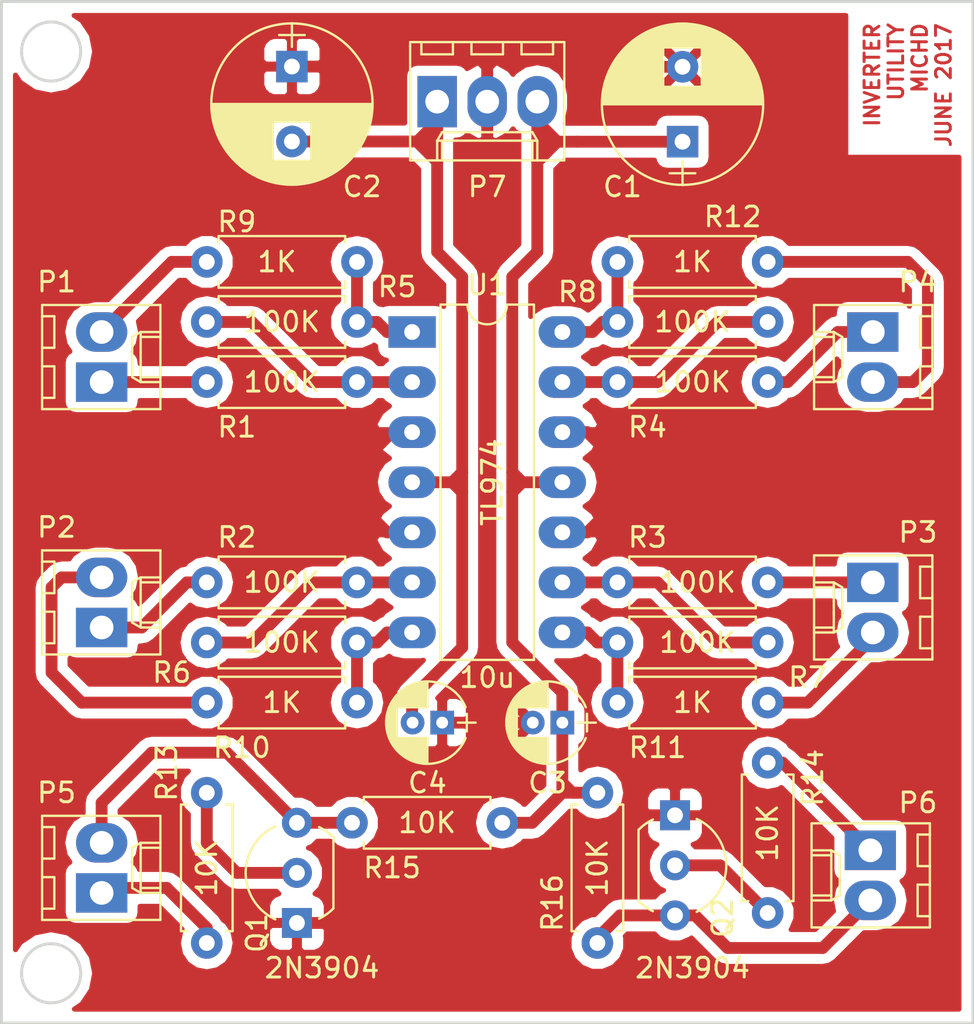
<source format=kicad_pcb>
(kicad_pcb (version 4) (host pcbnew 4.0.4-stable)

  (general
    (links 50)
    (no_connects 0)
    (area 109.906999 45.136999 159.333001 97.103001)
    (thickness 1.6)
    (drawings 8)
    (tracks 188)
    (zones 0)
    (modules 30)
    (nets 26)
  )

  (page A4)
  (layers
    (0 F.Cu signal)
    (31 B.Cu signal)
    (32 B.Adhes user)
    (33 F.Adhes user)
    (34 B.Paste user)
    (35 F.Paste user)
    (36 B.SilkS user)
    (37 F.SilkS user)
    (38 B.Mask user)
    (39 F.Mask user)
    (40 Dwgs.User user)
    (41 Cmts.User user)
    (42 Eco1.User user)
    (43 Eco2.User user)
    (44 Edge.Cuts user)
    (45 Margin user)
    (46 B.CrtYd user)
    (47 F.CrtYd user hide)
    (48 B.Fab user)
    (49 F.Fab user)
  )

  (setup
    (last_trace_width 0.6)
    (trace_clearance 0.25)
    (zone_clearance 0.508)
    (zone_45_only no)
    (trace_min 0.2)
    (segment_width 0.2)
    (edge_width 0.15)
    (via_size 0.6)
    (via_drill 0.4)
    (via_min_size 0.4)
    (via_min_drill 0.3)
    (uvia_size 0.3)
    (uvia_drill 0.1)
    (uvias_allowed no)
    (uvia_min_size 0.2)
    (uvia_min_drill 0.1)
    (pcb_text_width 0.3)
    (pcb_text_size 1.5 1.5)
    (mod_edge_width 0.15)
    (mod_text_size 1 1)
    (mod_text_width 0.15)
    (pad_size 1.524 1.524)
    (pad_drill 0.762)
    (pad_to_mask_clearance 0.2)
    (aux_axis_origin 0 0)
    (visible_elements FFFFFF7F)
    (pcbplotparams
      (layerselection 0x00030_80000001)
      (usegerberextensions false)
      (excludeedgelayer true)
      (linewidth 0.100000)
      (plotframeref false)
      (viasonmask false)
      (mode 1)
      (useauxorigin false)
      (hpglpennumber 1)
      (hpglpenspeed 20)
      (hpglpendiameter 15)
      (hpglpenoverlay 2)
      (psnegative false)
      (psa4output false)
      (plotreference true)
      (plotvalue true)
      (plotinvisibletext false)
      (padsonsilk false)
      (subtractmaskfromsilk false)
      (outputformat 1)
      (mirror false)
      (drillshape 1)
      (scaleselection 1)
      (outputdirectory ""))
  )

  (net 0 "")
  (net 1 VCC)
  (net 2 GND)
  (net 3 VEE)
  (net 4 "Net-(P1-Pad1)")
  (net 5 "Net-(P1-Pad2)")
  (net 6 "Net-(P2-Pad1)")
  (net 7 "Net-(P2-Pad2)")
  (net 8 "Net-(P3-Pad1)")
  (net 9 "Net-(P3-Pad2)")
  (net 10 "Net-(P4-Pad1)")
  (net 11 "Net-(P4-Pad2)")
  (net 12 "Net-(P5-Pad1)")
  (net 13 "Net-(P5-Pad2)")
  (net 14 "Net-(P6-Pad1)")
  (net 15 "Net-(P6-Pad2)")
  (net 16 "Net-(Q1-Pad2)")
  (net 17 "Net-(Q2-Pad2)")
  (net 18 "Net-(R1-Pad1)")
  (net 19 "Net-(R2-Pad1)")
  (net 20 "Net-(R3-Pad1)")
  (net 21 "Net-(R4-Pad1)")
  (net 22 "Net-(R5-Pad1)")
  (net 23 "Net-(R10-Pad2)")
  (net 24 "Net-(R11-Pad2)")
  (net 25 "Net-(R12-Pad2)")

  (net_class Default "This is the default net class."
    (clearance 0.25)
    (trace_width 0.6)
    (via_dia 0.6)
    (via_drill 0.4)
    (uvia_dia 0.3)
    (uvia_drill 0.1)
    (add_net GND)
    (add_net "Net-(P1-Pad1)")
    (add_net "Net-(P1-Pad2)")
    (add_net "Net-(P2-Pad1)")
    (add_net "Net-(P2-Pad2)")
    (add_net "Net-(P3-Pad1)")
    (add_net "Net-(P3-Pad2)")
    (add_net "Net-(P4-Pad1)")
    (add_net "Net-(P4-Pad2)")
    (add_net "Net-(P5-Pad1)")
    (add_net "Net-(P5-Pad2)")
    (add_net "Net-(P6-Pad1)")
    (add_net "Net-(P6-Pad2)")
    (add_net "Net-(Q1-Pad2)")
    (add_net "Net-(Q2-Pad2)")
    (add_net "Net-(R1-Pad1)")
    (add_net "Net-(R10-Pad2)")
    (add_net "Net-(R11-Pad2)")
    (add_net "Net-(R12-Pad2)")
    (add_net "Net-(R2-Pad1)")
    (add_net "Net-(R3-Pad1)")
    (add_net "Net-(R4-Pad1)")
    (add_net "Net-(R5-Pad1)")
    (add_net VCC)
    (add_net VEE)
  )

  (module Resistors_ThroughHole:R_Axial_DIN0207_L6.3mm_D2.5mm_P7.62mm_Horizontal (layer F.Cu) (tedit 593D36F8) (tstamp 593D2032)
    (at 157.988 115.57 90)
    (descr "Resistor, Axial_DIN0207 series, Axial, Horizontal, pin pitch=7.62mm, 0.25W = 1/4W, length*diameter=6.3*2.5mm^2, http://cdn-reichelt.de/documents/datenblatt/B400/1_4W%23YAG.pdf")
    (tags "Resistor Axial_DIN0207 series Axial Horizontal pin pitch 7.62mm 0.25W = 1/4W length 6.3mm diameter 2.5mm")
    (path /593D51C2)
    (fp_text reference R14 (at 6.858 2.286 90) (layer F.SilkS)
      (effects (font (size 1 1) (thickness 0.15)))
    )
    (fp_text value 10K (at 4.064 0 90) (layer F.SilkS)
      (effects (font (size 1 1) (thickness 0.15)))
    )
    (fp_line (start 0.66 -1.25) (end 0.66 1.25) (layer F.Fab) (width 0.1))
    (fp_line (start 0.66 1.25) (end 6.96 1.25) (layer F.Fab) (width 0.1))
    (fp_line (start 6.96 1.25) (end 6.96 -1.25) (layer F.Fab) (width 0.1))
    (fp_line (start 6.96 -1.25) (end 0.66 -1.25) (layer F.Fab) (width 0.1))
    (fp_line (start 0 0) (end 0.66 0) (layer F.Fab) (width 0.1))
    (fp_line (start 7.62 0) (end 6.96 0) (layer F.Fab) (width 0.1))
    (fp_line (start 0.6 -0.98) (end 0.6 -1.31) (layer F.SilkS) (width 0.12))
    (fp_line (start 0.6 -1.31) (end 7.02 -1.31) (layer F.SilkS) (width 0.12))
    (fp_line (start 7.02 -1.31) (end 7.02 -0.98) (layer F.SilkS) (width 0.12))
    (fp_line (start 0.6 0.98) (end 0.6 1.31) (layer F.SilkS) (width 0.12))
    (fp_line (start 0.6 1.31) (end 7.02 1.31) (layer F.SilkS) (width 0.12))
    (fp_line (start 7.02 1.31) (end 7.02 0.98) (layer F.SilkS) (width 0.12))
    (fp_line (start -1.05 -1.6) (end -1.05 1.6) (layer F.CrtYd) (width 0.05))
    (fp_line (start -1.05 1.6) (end 8.7 1.6) (layer F.CrtYd) (width 0.05))
    (fp_line (start 8.7 1.6) (end 8.7 -1.6) (layer F.CrtYd) (width 0.05))
    (fp_line (start 8.7 -1.6) (end -1.05 -1.6) (layer F.CrtYd) (width 0.05))
    (pad 1 thru_hole circle (at 0 0 90) (size 1.6 1.6) (drill 0.8) (layers *.Cu *.Mask)
      (net 17 "Net-(Q2-Pad2)"))
    (pad 2 thru_hole oval (at 7.62 0 90) (size 1.6 1.6) (drill 0.8) (layers *.Cu *.Mask)
      (net 14 "Net-(P6-Pad1)"))
    (model Resistors_THT.3dshapes/R_Axial_DIN0207_L6.3mm_D2.5mm_P7.62mm_Horizontal.wrl
      (at (xyz 0 0 0))
      (scale (xyz 0.393701 0.393701 0.393701))
      (rotate (xyz 0 0 0))
    )
  )

  (module Capacitors_ThroughHole:CP_Radial_D8.0mm_P3.80mm (layer F.Cu) (tedit 593D3568) (tstamp 593D1F93)
    (at 153.67 76.454 90)
    (descr "CP, Radial series, Radial, pin pitch=3.80mm, , diameter=8mm, Electrolytic Capacitor")
    (tags "CP Radial series Radial pin pitch 3.80mm  diameter 8mm Electrolytic Capacitor")
    (path /593DBFAC)
    (fp_text reference C1 (at -2.286 -3.048 180) (layer F.SilkS)
      (effects (font (size 1 1) (thickness 0.15)))
    )
    (fp_text value 470u (at 1.9 5.06 90) (layer F.Fab)
      (effects (font (size 1 1) (thickness 0.15)))
    )
    (fp_text user %R (at 1.85 0 90) (layer F.Fab) hide
      (effects (font (size 1 1) (thickness 0.15)))
    )
    (fp_line (start -2.2 0) (end -1 0) (layer F.Fab) (width 0.1))
    (fp_line (start -1.6 -0.65) (end -1.6 0.65) (layer F.Fab) (width 0.1))
    (fp_line (start 1.9 -4.05) (end 1.9 4.05) (layer F.SilkS) (width 0.12))
    (fp_line (start 1.94 -4.05) (end 1.94 4.05) (layer F.SilkS) (width 0.12))
    (fp_line (start 1.98 -4.05) (end 1.98 4.05) (layer F.SilkS) (width 0.12))
    (fp_line (start 2.02 -4.049) (end 2.02 4.049) (layer F.SilkS) (width 0.12))
    (fp_line (start 2.06 -4.047) (end 2.06 4.047) (layer F.SilkS) (width 0.12))
    (fp_line (start 2.1 -4.046) (end 2.1 4.046) (layer F.SilkS) (width 0.12))
    (fp_line (start 2.14 -4.043) (end 2.14 4.043) (layer F.SilkS) (width 0.12))
    (fp_line (start 2.18 -4.041) (end 2.18 4.041) (layer F.SilkS) (width 0.12))
    (fp_line (start 2.22 -4.038) (end 2.22 4.038) (layer F.SilkS) (width 0.12))
    (fp_line (start 2.26 -4.035) (end 2.26 4.035) (layer F.SilkS) (width 0.12))
    (fp_line (start 2.3 -4.031) (end 2.3 4.031) (layer F.SilkS) (width 0.12))
    (fp_line (start 2.34 -4.027) (end 2.34 4.027) (layer F.SilkS) (width 0.12))
    (fp_line (start 2.38 -4.022) (end 2.38 4.022) (layer F.SilkS) (width 0.12))
    (fp_line (start 2.42 -4.017) (end 2.42 4.017) (layer F.SilkS) (width 0.12))
    (fp_line (start 2.46 -4.012) (end 2.46 4.012) (layer F.SilkS) (width 0.12))
    (fp_line (start 2.5 -4.006) (end 2.5 4.006) (layer F.SilkS) (width 0.12))
    (fp_line (start 2.54 -4) (end 2.54 4) (layer F.SilkS) (width 0.12))
    (fp_line (start 2.58 -3.994) (end 2.58 3.994) (layer F.SilkS) (width 0.12))
    (fp_line (start 2.621 -3.987) (end 2.621 3.987) (layer F.SilkS) (width 0.12))
    (fp_line (start 2.661 -3.979) (end 2.661 3.979) (layer F.SilkS) (width 0.12))
    (fp_line (start 2.701 -3.971) (end 2.701 3.971) (layer F.SilkS) (width 0.12))
    (fp_line (start 2.741 -3.963) (end 2.741 3.963) (layer F.SilkS) (width 0.12))
    (fp_line (start 2.781 -3.955) (end 2.781 3.955) (layer F.SilkS) (width 0.12))
    (fp_line (start 2.821 -3.946) (end 2.821 -0.98) (layer F.SilkS) (width 0.12))
    (fp_line (start 2.821 0.98) (end 2.821 3.946) (layer F.SilkS) (width 0.12))
    (fp_line (start 2.861 -3.936) (end 2.861 -0.98) (layer F.SilkS) (width 0.12))
    (fp_line (start 2.861 0.98) (end 2.861 3.936) (layer F.SilkS) (width 0.12))
    (fp_line (start 2.901 -3.926) (end 2.901 -0.98) (layer F.SilkS) (width 0.12))
    (fp_line (start 2.901 0.98) (end 2.901 3.926) (layer F.SilkS) (width 0.12))
    (fp_line (start 2.941 -3.916) (end 2.941 -0.98) (layer F.SilkS) (width 0.12))
    (fp_line (start 2.941 0.98) (end 2.941 3.916) (layer F.SilkS) (width 0.12))
    (fp_line (start 2.981 -3.905) (end 2.981 -0.98) (layer F.SilkS) (width 0.12))
    (fp_line (start 2.981 0.98) (end 2.981 3.905) (layer F.SilkS) (width 0.12))
    (fp_line (start 3.021 -3.894) (end 3.021 -0.98) (layer F.SilkS) (width 0.12))
    (fp_line (start 3.021 0.98) (end 3.021 3.894) (layer F.SilkS) (width 0.12))
    (fp_line (start 3.061 -3.883) (end 3.061 -0.98) (layer F.SilkS) (width 0.12))
    (fp_line (start 3.061 0.98) (end 3.061 3.883) (layer F.SilkS) (width 0.12))
    (fp_line (start 3.101 -3.87) (end 3.101 -0.98) (layer F.SilkS) (width 0.12))
    (fp_line (start 3.101 0.98) (end 3.101 3.87) (layer F.SilkS) (width 0.12))
    (fp_line (start 3.141 -3.858) (end 3.141 -0.98) (layer F.SilkS) (width 0.12))
    (fp_line (start 3.141 0.98) (end 3.141 3.858) (layer F.SilkS) (width 0.12))
    (fp_line (start 3.181 -3.845) (end 3.181 -0.98) (layer F.SilkS) (width 0.12))
    (fp_line (start 3.181 0.98) (end 3.181 3.845) (layer F.SilkS) (width 0.12))
    (fp_line (start 3.221 -3.832) (end 3.221 -0.98) (layer F.SilkS) (width 0.12))
    (fp_line (start 3.221 0.98) (end 3.221 3.832) (layer F.SilkS) (width 0.12))
    (fp_line (start 3.261 -3.818) (end 3.261 -0.98) (layer F.SilkS) (width 0.12))
    (fp_line (start 3.261 0.98) (end 3.261 3.818) (layer F.SilkS) (width 0.12))
    (fp_line (start 3.301 -3.803) (end 3.301 -0.98) (layer F.SilkS) (width 0.12))
    (fp_line (start 3.301 0.98) (end 3.301 3.803) (layer F.SilkS) (width 0.12))
    (fp_line (start 3.341 -3.789) (end 3.341 -0.98) (layer F.SilkS) (width 0.12))
    (fp_line (start 3.341 0.98) (end 3.341 3.789) (layer F.SilkS) (width 0.12))
    (fp_line (start 3.381 -3.773) (end 3.381 -0.98) (layer F.SilkS) (width 0.12))
    (fp_line (start 3.381 0.98) (end 3.381 3.773) (layer F.SilkS) (width 0.12))
    (fp_line (start 3.421 -3.758) (end 3.421 -0.98) (layer F.SilkS) (width 0.12))
    (fp_line (start 3.421 0.98) (end 3.421 3.758) (layer F.SilkS) (width 0.12))
    (fp_line (start 3.461 -3.741) (end 3.461 -0.98) (layer F.SilkS) (width 0.12))
    (fp_line (start 3.461 0.98) (end 3.461 3.741) (layer F.SilkS) (width 0.12))
    (fp_line (start 3.501 -3.725) (end 3.501 -0.98) (layer F.SilkS) (width 0.12))
    (fp_line (start 3.501 0.98) (end 3.501 3.725) (layer F.SilkS) (width 0.12))
    (fp_line (start 3.541 -3.707) (end 3.541 -0.98) (layer F.SilkS) (width 0.12))
    (fp_line (start 3.541 0.98) (end 3.541 3.707) (layer F.SilkS) (width 0.12))
    (fp_line (start 3.581 -3.69) (end 3.581 -0.98) (layer F.SilkS) (width 0.12))
    (fp_line (start 3.581 0.98) (end 3.581 3.69) (layer F.SilkS) (width 0.12))
    (fp_line (start 3.621 -3.671) (end 3.621 -0.98) (layer F.SilkS) (width 0.12))
    (fp_line (start 3.621 0.98) (end 3.621 3.671) (layer F.SilkS) (width 0.12))
    (fp_line (start 3.661 -3.652) (end 3.661 -0.98) (layer F.SilkS) (width 0.12))
    (fp_line (start 3.661 0.98) (end 3.661 3.652) (layer F.SilkS) (width 0.12))
    (fp_line (start 3.701 -3.633) (end 3.701 -0.98) (layer F.SilkS) (width 0.12))
    (fp_line (start 3.701 0.98) (end 3.701 3.633) (layer F.SilkS) (width 0.12))
    (fp_line (start 3.741 -3.613) (end 3.741 -0.98) (layer F.SilkS) (width 0.12))
    (fp_line (start 3.741 0.98) (end 3.741 3.613) (layer F.SilkS) (width 0.12))
    (fp_line (start 3.781 -3.593) (end 3.781 -0.98) (layer F.SilkS) (width 0.12))
    (fp_line (start 3.781 0.98) (end 3.781 3.593) (layer F.SilkS) (width 0.12))
    (fp_line (start 3.821 -3.572) (end 3.821 -0.98) (layer F.SilkS) (width 0.12))
    (fp_line (start 3.821 0.98) (end 3.821 3.572) (layer F.SilkS) (width 0.12))
    (fp_line (start 3.861 -3.55) (end 3.861 -0.98) (layer F.SilkS) (width 0.12))
    (fp_line (start 3.861 0.98) (end 3.861 3.55) (layer F.SilkS) (width 0.12))
    (fp_line (start 3.901 -3.528) (end 3.901 -0.98) (layer F.SilkS) (width 0.12))
    (fp_line (start 3.901 0.98) (end 3.901 3.528) (layer F.SilkS) (width 0.12))
    (fp_line (start 3.941 -3.505) (end 3.941 -0.98) (layer F.SilkS) (width 0.12))
    (fp_line (start 3.941 0.98) (end 3.941 3.505) (layer F.SilkS) (width 0.12))
    (fp_line (start 3.981 -3.482) (end 3.981 -0.98) (layer F.SilkS) (width 0.12))
    (fp_line (start 3.981 0.98) (end 3.981 3.482) (layer F.SilkS) (width 0.12))
    (fp_line (start 4.021 -3.458) (end 4.021 -0.98) (layer F.SilkS) (width 0.12))
    (fp_line (start 4.021 0.98) (end 4.021 3.458) (layer F.SilkS) (width 0.12))
    (fp_line (start 4.061 -3.434) (end 4.061 -0.98) (layer F.SilkS) (width 0.12))
    (fp_line (start 4.061 0.98) (end 4.061 3.434) (layer F.SilkS) (width 0.12))
    (fp_line (start 4.101 -3.408) (end 4.101 -0.98) (layer F.SilkS) (width 0.12))
    (fp_line (start 4.101 0.98) (end 4.101 3.408) (layer F.SilkS) (width 0.12))
    (fp_line (start 4.141 -3.383) (end 4.141 -0.98) (layer F.SilkS) (width 0.12))
    (fp_line (start 4.141 0.98) (end 4.141 3.383) (layer F.SilkS) (width 0.12))
    (fp_line (start 4.181 -3.356) (end 4.181 -0.98) (layer F.SilkS) (width 0.12))
    (fp_line (start 4.181 0.98) (end 4.181 3.356) (layer F.SilkS) (width 0.12))
    (fp_line (start 4.221 -3.329) (end 4.221 -0.98) (layer F.SilkS) (width 0.12))
    (fp_line (start 4.221 0.98) (end 4.221 3.329) (layer F.SilkS) (width 0.12))
    (fp_line (start 4.261 -3.301) (end 4.261 -0.98) (layer F.SilkS) (width 0.12))
    (fp_line (start 4.261 0.98) (end 4.261 3.301) (layer F.SilkS) (width 0.12))
    (fp_line (start 4.301 -3.272) (end 4.301 -0.98) (layer F.SilkS) (width 0.12))
    (fp_line (start 4.301 0.98) (end 4.301 3.272) (layer F.SilkS) (width 0.12))
    (fp_line (start 4.341 -3.243) (end 4.341 -0.98) (layer F.SilkS) (width 0.12))
    (fp_line (start 4.341 0.98) (end 4.341 3.243) (layer F.SilkS) (width 0.12))
    (fp_line (start 4.381 -3.213) (end 4.381 -0.98) (layer F.SilkS) (width 0.12))
    (fp_line (start 4.381 0.98) (end 4.381 3.213) (layer F.SilkS) (width 0.12))
    (fp_line (start 4.421 -3.182) (end 4.421 -0.98) (layer F.SilkS) (width 0.12))
    (fp_line (start 4.421 0.98) (end 4.421 3.182) (layer F.SilkS) (width 0.12))
    (fp_line (start 4.461 -3.15) (end 4.461 -0.98) (layer F.SilkS) (width 0.12))
    (fp_line (start 4.461 0.98) (end 4.461 3.15) (layer F.SilkS) (width 0.12))
    (fp_line (start 4.501 -3.118) (end 4.501 -0.98) (layer F.SilkS) (width 0.12))
    (fp_line (start 4.501 0.98) (end 4.501 3.118) (layer F.SilkS) (width 0.12))
    (fp_line (start 4.541 -3.084) (end 4.541 -0.98) (layer F.SilkS) (width 0.12))
    (fp_line (start 4.541 0.98) (end 4.541 3.084) (layer F.SilkS) (width 0.12))
    (fp_line (start 4.581 -3.05) (end 4.581 -0.98) (layer F.SilkS) (width 0.12))
    (fp_line (start 4.581 0.98) (end 4.581 3.05) (layer F.SilkS) (width 0.12))
    (fp_line (start 4.621 -3.015) (end 4.621 -0.98) (layer F.SilkS) (width 0.12))
    (fp_line (start 4.621 0.98) (end 4.621 3.015) (layer F.SilkS) (width 0.12))
    (fp_line (start 4.661 -2.979) (end 4.661 -0.98) (layer F.SilkS) (width 0.12))
    (fp_line (start 4.661 0.98) (end 4.661 2.979) (layer F.SilkS) (width 0.12))
    (fp_line (start 4.701 -2.942) (end 4.701 -0.98) (layer F.SilkS) (width 0.12))
    (fp_line (start 4.701 0.98) (end 4.701 2.942) (layer F.SilkS) (width 0.12))
    (fp_line (start 4.741 -2.904) (end 4.741 -0.98) (layer F.SilkS) (width 0.12))
    (fp_line (start 4.741 0.98) (end 4.741 2.904) (layer F.SilkS) (width 0.12))
    (fp_line (start 4.781 -2.865) (end 4.781 2.865) (layer F.SilkS) (width 0.12))
    (fp_line (start 4.821 -2.824) (end 4.821 2.824) (layer F.SilkS) (width 0.12))
    (fp_line (start 4.861 -2.783) (end 4.861 2.783) (layer F.SilkS) (width 0.12))
    (fp_line (start 4.901 -2.74) (end 4.901 2.74) (layer F.SilkS) (width 0.12))
    (fp_line (start 4.941 -2.697) (end 4.941 2.697) (layer F.SilkS) (width 0.12))
    (fp_line (start 4.981 -2.652) (end 4.981 2.652) (layer F.SilkS) (width 0.12))
    (fp_line (start 5.021 -2.605) (end 5.021 2.605) (layer F.SilkS) (width 0.12))
    (fp_line (start 5.061 -2.557) (end 5.061 2.557) (layer F.SilkS) (width 0.12))
    (fp_line (start 5.101 -2.508) (end 5.101 2.508) (layer F.SilkS) (width 0.12))
    (fp_line (start 5.141 -2.457) (end 5.141 2.457) (layer F.SilkS) (width 0.12))
    (fp_line (start 5.181 -2.404) (end 5.181 2.404) (layer F.SilkS) (width 0.12))
    (fp_line (start 5.221 -2.349) (end 5.221 2.349) (layer F.SilkS) (width 0.12))
    (fp_line (start 5.261 -2.293) (end 5.261 2.293) (layer F.SilkS) (width 0.12))
    (fp_line (start 5.301 -2.234) (end 5.301 2.234) (layer F.SilkS) (width 0.12))
    (fp_line (start 5.341 -2.173) (end 5.341 2.173) (layer F.SilkS) (width 0.12))
    (fp_line (start 5.381 -2.109) (end 5.381 2.109) (layer F.SilkS) (width 0.12))
    (fp_line (start 5.421 -2.043) (end 5.421 2.043) (layer F.SilkS) (width 0.12))
    (fp_line (start 5.461 -1.974) (end 5.461 1.974) (layer F.SilkS) (width 0.12))
    (fp_line (start 5.501 -1.902) (end 5.501 1.902) (layer F.SilkS) (width 0.12))
    (fp_line (start 5.541 -1.826) (end 5.541 1.826) (layer F.SilkS) (width 0.12))
    (fp_line (start 5.581 -1.745) (end 5.581 1.745) (layer F.SilkS) (width 0.12))
    (fp_line (start 5.621 -1.66) (end 5.621 1.66) (layer F.SilkS) (width 0.12))
    (fp_line (start 5.661 -1.57) (end 5.661 1.57) (layer F.SilkS) (width 0.12))
    (fp_line (start 5.701 -1.473) (end 5.701 1.473) (layer F.SilkS) (width 0.12))
    (fp_line (start 5.741 -1.369) (end 5.741 1.369) (layer F.SilkS) (width 0.12))
    (fp_line (start 5.781 -1.254) (end 5.781 1.254) (layer F.SilkS) (width 0.12))
    (fp_line (start 5.821 -1.127) (end 5.821 1.127) (layer F.SilkS) (width 0.12))
    (fp_line (start 5.861 -0.983) (end 5.861 0.983) (layer F.SilkS) (width 0.12))
    (fp_line (start 5.901 -0.814) (end 5.901 0.814) (layer F.SilkS) (width 0.12))
    (fp_line (start 5.941 -0.598) (end 5.941 0.598) (layer F.SilkS) (width 0.12))
    (fp_line (start 5.981 -0.246) (end 5.981 0.246) (layer F.SilkS) (width 0.12))
    (fp_line (start -2.2 0) (end -1 0) (layer F.SilkS) (width 0.12))
    (fp_line (start -1.6 -0.65) (end -1.6 0.65) (layer F.SilkS) (width 0.12))
    (fp_line (start -2.45 -4.35) (end -2.45 4.35) (layer F.CrtYd) (width 0.05))
    (fp_line (start -2.45 4.35) (end 6.25 4.35) (layer F.CrtYd) (width 0.05))
    (fp_line (start 6.25 4.35) (end 6.25 -4.35) (layer F.CrtYd) (width 0.05))
    (fp_line (start 6.25 -4.35) (end -2.45 -4.35) (layer F.CrtYd) (width 0.05))
    (fp_circle (center 1.9 0) (end 5.9 0) (layer F.Fab) (width 0.1))
    (fp_circle (center 1.9 0) (end 5.99 0) (layer F.SilkS) (width 0.12))
    (pad 1 thru_hole rect (at 0 0 90) (size 1.6 1.6) (drill 0.8) (layers *.Cu *.Mask)
      (net 1 VCC))
    (pad 2 thru_hole circle (at 3.8 0 90) (size 1.6 1.6) (drill 0.8) (layers *.Cu *.Mask)
      (net 2 GND))
    (model ${KISYS3DMOD}/Capacitors_THT.3dshapes/CP_Radial_D8.0mm_P3.80mm.wrl
      (at (xyz 0 0 0))
      (scale (xyz 1 1 1))
      (rotate (xyz 0 0 0))
    )
  )

  (module Capacitors_ThroughHole:CP_Radial_D8.0mm_P3.80mm (layer F.Cu) (tedit 593D3570) (tstamp 593D1F99)
    (at 133.858 72.644 270)
    (descr "CP, Radial series, Radial, pin pitch=3.80mm, , diameter=8mm, Electrolytic Capacitor")
    (tags "CP Radial series Radial pin pitch 3.80mm  diameter 8mm Electrolytic Capacitor")
    (path /593DC498)
    (fp_text reference C2 (at 6.096 -3.556 360) (layer F.SilkS)
      (effects (font (size 1 1) (thickness 0.15)))
    )
    (fp_text value 470u (at 1.9 5.06 270) (layer F.Fab)
      (effects (font (size 1 1) (thickness 0.15)))
    )
    (fp_text user %R (at 6.096 -3.556 360) (layer F.Fab) hide
      (effects (font (size 1 1) (thickness 0.15)))
    )
    (fp_line (start -2.2 0) (end -1 0) (layer F.Fab) (width 0.1))
    (fp_line (start -1.6 -0.65) (end -1.6 0.65) (layer F.Fab) (width 0.1))
    (fp_line (start 1.9 -4.05) (end 1.9 4.05) (layer F.SilkS) (width 0.12))
    (fp_line (start 1.94 -4.05) (end 1.94 4.05) (layer F.SilkS) (width 0.12))
    (fp_line (start 1.98 -4.05) (end 1.98 4.05) (layer F.SilkS) (width 0.12))
    (fp_line (start 2.02 -4.049) (end 2.02 4.049) (layer F.SilkS) (width 0.12))
    (fp_line (start 2.06 -4.047) (end 2.06 4.047) (layer F.SilkS) (width 0.12))
    (fp_line (start 2.1 -4.046) (end 2.1 4.046) (layer F.SilkS) (width 0.12))
    (fp_line (start 2.14 -4.043) (end 2.14 4.043) (layer F.SilkS) (width 0.12))
    (fp_line (start 2.18 -4.041) (end 2.18 4.041) (layer F.SilkS) (width 0.12))
    (fp_line (start 2.22 -4.038) (end 2.22 4.038) (layer F.SilkS) (width 0.12))
    (fp_line (start 2.26 -4.035) (end 2.26 4.035) (layer F.SilkS) (width 0.12))
    (fp_line (start 2.3 -4.031) (end 2.3 4.031) (layer F.SilkS) (width 0.12))
    (fp_line (start 2.34 -4.027) (end 2.34 4.027) (layer F.SilkS) (width 0.12))
    (fp_line (start 2.38 -4.022) (end 2.38 4.022) (layer F.SilkS) (width 0.12))
    (fp_line (start 2.42 -4.017) (end 2.42 4.017) (layer F.SilkS) (width 0.12))
    (fp_line (start 2.46 -4.012) (end 2.46 4.012) (layer F.SilkS) (width 0.12))
    (fp_line (start 2.5 -4.006) (end 2.5 4.006) (layer F.SilkS) (width 0.12))
    (fp_line (start 2.54 -4) (end 2.54 4) (layer F.SilkS) (width 0.12))
    (fp_line (start 2.58 -3.994) (end 2.58 3.994) (layer F.SilkS) (width 0.12))
    (fp_line (start 2.621 -3.987) (end 2.621 3.987) (layer F.SilkS) (width 0.12))
    (fp_line (start 2.661 -3.979) (end 2.661 3.979) (layer F.SilkS) (width 0.12))
    (fp_line (start 2.701 -3.971) (end 2.701 3.971) (layer F.SilkS) (width 0.12))
    (fp_line (start 2.741 -3.963) (end 2.741 3.963) (layer F.SilkS) (width 0.12))
    (fp_line (start 2.781 -3.955) (end 2.781 3.955) (layer F.SilkS) (width 0.12))
    (fp_line (start 2.821 -3.946) (end 2.821 -0.98) (layer F.SilkS) (width 0.12))
    (fp_line (start 2.821 0.98) (end 2.821 3.946) (layer F.SilkS) (width 0.12))
    (fp_line (start 2.861 -3.936) (end 2.861 -0.98) (layer F.SilkS) (width 0.12))
    (fp_line (start 2.861 0.98) (end 2.861 3.936) (layer F.SilkS) (width 0.12))
    (fp_line (start 2.901 -3.926) (end 2.901 -0.98) (layer F.SilkS) (width 0.12))
    (fp_line (start 2.901 0.98) (end 2.901 3.926) (layer F.SilkS) (width 0.12))
    (fp_line (start 2.941 -3.916) (end 2.941 -0.98) (layer F.SilkS) (width 0.12))
    (fp_line (start 2.941 0.98) (end 2.941 3.916) (layer F.SilkS) (width 0.12))
    (fp_line (start 2.981 -3.905) (end 2.981 -0.98) (layer F.SilkS) (width 0.12))
    (fp_line (start 2.981 0.98) (end 2.981 3.905) (layer F.SilkS) (width 0.12))
    (fp_line (start 3.021 -3.894) (end 3.021 -0.98) (layer F.SilkS) (width 0.12))
    (fp_line (start 3.021 0.98) (end 3.021 3.894) (layer F.SilkS) (width 0.12))
    (fp_line (start 3.061 -3.883) (end 3.061 -0.98) (layer F.SilkS) (width 0.12))
    (fp_line (start 3.061 0.98) (end 3.061 3.883) (layer F.SilkS) (width 0.12))
    (fp_line (start 3.101 -3.87) (end 3.101 -0.98) (layer F.SilkS) (width 0.12))
    (fp_line (start 3.101 0.98) (end 3.101 3.87) (layer F.SilkS) (width 0.12))
    (fp_line (start 3.141 -3.858) (end 3.141 -0.98) (layer F.SilkS) (width 0.12))
    (fp_line (start 3.141 0.98) (end 3.141 3.858) (layer F.SilkS) (width 0.12))
    (fp_line (start 3.181 -3.845) (end 3.181 -0.98) (layer F.SilkS) (width 0.12))
    (fp_line (start 3.181 0.98) (end 3.181 3.845) (layer F.SilkS) (width 0.12))
    (fp_line (start 3.221 -3.832) (end 3.221 -0.98) (layer F.SilkS) (width 0.12))
    (fp_line (start 3.221 0.98) (end 3.221 3.832) (layer F.SilkS) (width 0.12))
    (fp_line (start 3.261 -3.818) (end 3.261 -0.98) (layer F.SilkS) (width 0.12))
    (fp_line (start 3.261 0.98) (end 3.261 3.818) (layer F.SilkS) (width 0.12))
    (fp_line (start 3.301 -3.803) (end 3.301 -0.98) (layer F.SilkS) (width 0.12))
    (fp_line (start 3.301 0.98) (end 3.301 3.803) (layer F.SilkS) (width 0.12))
    (fp_line (start 3.341 -3.789) (end 3.341 -0.98) (layer F.SilkS) (width 0.12))
    (fp_line (start 3.341 0.98) (end 3.341 3.789) (layer F.SilkS) (width 0.12))
    (fp_line (start 3.381 -3.773) (end 3.381 -0.98) (layer F.SilkS) (width 0.12))
    (fp_line (start 3.381 0.98) (end 3.381 3.773) (layer F.SilkS) (width 0.12))
    (fp_line (start 3.421 -3.758) (end 3.421 -0.98) (layer F.SilkS) (width 0.12))
    (fp_line (start 3.421 0.98) (end 3.421 3.758) (layer F.SilkS) (width 0.12))
    (fp_line (start 3.461 -3.741) (end 3.461 -0.98) (layer F.SilkS) (width 0.12))
    (fp_line (start 3.461 0.98) (end 3.461 3.741) (layer F.SilkS) (width 0.12))
    (fp_line (start 3.501 -3.725) (end 3.501 -0.98) (layer F.SilkS) (width 0.12))
    (fp_line (start 3.501 0.98) (end 3.501 3.725) (layer F.SilkS) (width 0.12))
    (fp_line (start 3.541 -3.707) (end 3.541 -0.98) (layer F.SilkS) (width 0.12))
    (fp_line (start 3.541 0.98) (end 3.541 3.707) (layer F.SilkS) (width 0.12))
    (fp_line (start 3.581 -3.69) (end 3.581 -0.98) (layer F.SilkS) (width 0.12))
    (fp_line (start 3.581 0.98) (end 3.581 3.69) (layer F.SilkS) (width 0.12))
    (fp_line (start 3.621 -3.671) (end 3.621 -0.98) (layer F.SilkS) (width 0.12))
    (fp_line (start 3.621 0.98) (end 3.621 3.671) (layer F.SilkS) (width 0.12))
    (fp_line (start 3.661 -3.652) (end 3.661 -0.98) (layer F.SilkS) (width 0.12))
    (fp_line (start 3.661 0.98) (end 3.661 3.652) (layer F.SilkS) (width 0.12))
    (fp_line (start 3.701 -3.633) (end 3.701 -0.98) (layer F.SilkS) (width 0.12))
    (fp_line (start 3.701 0.98) (end 3.701 3.633) (layer F.SilkS) (width 0.12))
    (fp_line (start 3.741 -3.613) (end 3.741 -0.98) (layer F.SilkS) (width 0.12))
    (fp_line (start 3.741 0.98) (end 3.741 3.613) (layer F.SilkS) (width 0.12))
    (fp_line (start 3.781 -3.593) (end 3.781 -0.98) (layer F.SilkS) (width 0.12))
    (fp_line (start 3.781 0.98) (end 3.781 3.593) (layer F.SilkS) (width 0.12))
    (fp_line (start 3.821 -3.572) (end 3.821 -0.98) (layer F.SilkS) (width 0.12))
    (fp_line (start 3.821 0.98) (end 3.821 3.572) (layer F.SilkS) (width 0.12))
    (fp_line (start 3.861 -3.55) (end 3.861 -0.98) (layer F.SilkS) (width 0.12))
    (fp_line (start 3.861 0.98) (end 3.861 3.55) (layer F.SilkS) (width 0.12))
    (fp_line (start 3.901 -3.528) (end 3.901 -0.98) (layer F.SilkS) (width 0.12))
    (fp_line (start 3.901 0.98) (end 3.901 3.528) (layer F.SilkS) (width 0.12))
    (fp_line (start 3.941 -3.505) (end 3.941 -0.98) (layer F.SilkS) (width 0.12))
    (fp_line (start 3.941 0.98) (end 3.941 3.505) (layer F.SilkS) (width 0.12))
    (fp_line (start 3.981 -3.482) (end 3.981 -0.98) (layer F.SilkS) (width 0.12))
    (fp_line (start 3.981 0.98) (end 3.981 3.482) (layer F.SilkS) (width 0.12))
    (fp_line (start 4.021 -3.458) (end 4.021 -0.98) (layer F.SilkS) (width 0.12))
    (fp_line (start 4.021 0.98) (end 4.021 3.458) (layer F.SilkS) (width 0.12))
    (fp_line (start 4.061 -3.434) (end 4.061 -0.98) (layer F.SilkS) (width 0.12))
    (fp_line (start 4.061 0.98) (end 4.061 3.434) (layer F.SilkS) (width 0.12))
    (fp_line (start 4.101 -3.408) (end 4.101 -0.98) (layer F.SilkS) (width 0.12))
    (fp_line (start 4.101 0.98) (end 4.101 3.408) (layer F.SilkS) (width 0.12))
    (fp_line (start 4.141 -3.383) (end 4.141 -0.98) (layer F.SilkS) (width 0.12))
    (fp_line (start 4.141 0.98) (end 4.141 3.383) (layer F.SilkS) (width 0.12))
    (fp_line (start 4.181 -3.356) (end 4.181 -0.98) (layer F.SilkS) (width 0.12))
    (fp_line (start 4.181 0.98) (end 4.181 3.356) (layer F.SilkS) (width 0.12))
    (fp_line (start 4.221 -3.329) (end 4.221 -0.98) (layer F.SilkS) (width 0.12))
    (fp_line (start 4.221 0.98) (end 4.221 3.329) (layer F.SilkS) (width 0.12))
    (fp_line (start 4.261 -3.301) (end 4.261 -0.98) (layer F.SilkS) (width 0.12))
    (fp_line (start 4.261 0.98) (end 4.261 3.301) (layer F.SilkS) (width 0.12))
    (fp_line (start 4.301 -3.272) (end 4.301 -0.98) (layer F.SilkS) (width 0.12))
    (fp_line (start 4.301 0.98) (end 4.301 3.272) (layer F.SilkS) (width 0.12))
    (fp_line (start 4.341 -3.243) (end 4.341 -0.98) (layer F.SilkS) (width 0.12))
    (fp_line (start 4.341 0.98) (end 4.341 3.243) (layer F.SilkS) (width 0.12))
    (fp_line (start 4.381 -3.213) (end 4.381 -0.98) (layer F.SilkS) (width 0.12))
    (fp_line (start 4.381 0.98) (end 4.381 3.213) (layer F.SilkS) (width 0.12))
    (fp_line (start 4.421 -3.182) (end 4.421 -0.98) (layer F.SilkS) (width 0.12))
    (fp_line (start 4.421 0.98) (end 4.421 3.182) (layer F.SilkS) (width 0.12))
    (fp_line (start 4.461 -3.15) (end 4.461 -0.98) (layer F.SilkS) (width 0.12))
    (fp_line (start 4.461 0.98) (end 4.461 3.15) (layer F.SilkS) (width 0.12))
    (fp_line (start 4.501 -3.118) (end 4.501 -0.98) (layer F.SilkS) (width 0.12))
    (fp_line (start 4.501 0.98) (end 4.501 3.118) (layer F.SilkS) (width 0.12))
    (fp_line (start 4.541 -3.084) (end 4.541 -0.98) (layer F.SilkS) (width 0.12))
    (fp_line (start 4.541 0.98) (end 4.541 3.084) (layer F.SilkS) (width 0.12))
    (fp_line (start 4.581 -3.05) (end 4.581 -0.98) (layer F.SilkS) (width 0.12))
    (fp_line (start 4.581 0.98) (end 4.581 3.05) (layer F.SilkS) (width 0.12))
    (fp_line (start 4.621 -3.015) (end 4.621 -0.98) (layer F.SilkS) (width 0.12))
    (fp_line (start 4.621 0.98) (end 4.621 3.015) (layer F.SilkS) (width 0.12))
    (fp_line (start 4.661 -2.979) (end 4.661 -0.98) (layer F.SilkS) (width 0.12))
    (fp_line (start 4.661 0.98) (end 4.661 2.979) (layer F.SilkS) (width 0.12))
    (fp_line (start 4.701 -2.942) (end 4.701 -0.98) (layer F.SilkS) (width 0.12))
    (fp_line (start 4.701 0.98) (end 4.701 2.942) (layer F.SilkS) (width 0.12))
    (fp_line (start 4.741 -2.904) (end 4.741 -0.98) (layer F.SilkS) (width 0.12))
    (fp_line (start 4.741 0.98) (end 4.741 2.904) (layer F.SilkS) (width 0.12))
    (fp_line (start 4.781 -2.865) (end 4.781 2.865) (layer F.SilkS) (width 0.12))
    (fp_line (start 4.821 -2.824) (end 4.821 2.824) (layer F.SilkS) (width 0.12))
    (fp_line (start 4.861 -2.783) (end 4.861 2.783) (layer F.SilkS) (width 0.12))
    (fp_line (start 4.901 -2.74) (end 4.901 2.74) (layer F.SilkS) (width 0.12))
    (fp_line (start 4.941 -2.697) (end 4.941 2.697) (layer F.SilkS) (width 0.12))
    (fp_line (start 4.981 -2.652) (end 4.981 2.652) (layer F.SilkS) (width 0.12))
    (fp_line (start 5.021 -2.605) (end 5.021 2.605) (layer F.SilkS) (width 0.12))
    (fp_line (start 5.061 -2.557) (end 5.061 2.557) (layer F.SilkS) (width 0.12))
    (fp_line (start 5.101 -2.508) (end 5.101 2.508) (layer F.SilkS) (width 0.12))
    (fp_line (start 5.141 -2.457) (end 5.141 2.457) (layer F.SilkS) (width 0.12))
    (fp_line (start 5.181 -2.404) (end 5.181 2.404) (layer F.SilkS) (width 0.12))
    (fp_line (start 5.221 -2.349) (end 5.221 2.349) (layer F.SilkS) (width 0.12))
    (fp_line (start 5.261 -2.293) (end 5.261 2.293) (layer F.SilkS) (width 0.12))
    (fp_line (start 5.301 -2.234) (end 5.301 2.234) (layer F.SilkS) (width 0.12))
    (fp_line (start 5.341 -2.173) (end 5.341 2.173) (layer F.SilkS) (width 0.12))
    (fp_line (start 5.381 -2.109) (end 5.381 2.109) (layer F.SilkS) (width 0.12))
    (fp_line (start 5.421 -2.043) (end 5.421 2.043) (layer F.SilkS) (width 0.12))
    (fp_line (start 5.461 -1.974) (end 5.461 1.974) (layer F.SilkS) (width 0.12))
    (fp_line (start 5.501 -1.902) (end 5.501 1.902) (layer F.SilkS) (width 0.12))
    (fp_line (start 5.541 -1.826) (end 5.541 1.826) (layer F.SilkS) (width 0.12))
    (fp_line (start 5.581 -1.745) (end 5.581 1.745) (layer F.SilkS) (width 0.12))
    (fp_line (start 5.621 -1.66) (end 5.621 1.66) (layer F.SilkS) (width 0.12))
    (fp_line (start 5.661 -1.57) (end 5.661 1.57) (layer F.SilkS) (width 0.12))
    (fp_line (start 5.701 -1.473) (end 5.701 1.473) (layer F.SilkS) (width 0.12))
    (fp_line (start 5.741 -1.369) (end 5.741 1.369) (layer F.SilkS) (width 0.12))
    (fp_line (start 5.781 -1.254) (end 5.781 1.254) (layer F.SilkS) (width 0.12))
    (fp_line (start 5.821 -1.127) (end 5.821 1.127) (layer F.SilkS) (width 0.12))
    (fp_line (start 5.861 -0.983) (end 5.861 0.983) (layer F.SilkS) (width 0.12))
    (fp_line (start 5.901 -0.814) (end 5.901 0.814) (layer F.SilkS) (width 0.12))
    (fp_line (start 5.941 -0.598) (end 5.941 0.598) (layer F.SilkS) (width 0.12))
    (fp_line (start 5.981 -0.246) (end 5.981 0.246) (layer F.SilkS) (width 0.12))
    (fp_line (start -2.2 0) (end -1 0) (layer F.SilkS) (width 0.12))
    (fp_line (start -1.6 -0.65) (end -1.6 0.65) (layer F.SilkS) (width 0.12))
    (fp_line (start -2.45 -4.35) (end -2.45 4.35) (layer F.CrtYd) (width 0.05))
    (fp_line (start -2.45 4.35) (end 6.25 4.35) (layer F.CrtYd) (width 0.05))
    (fp_line (start 6.25 4.35) (end 6.25 -4.35) (layer F.CrtYd) (width 0.05))
    (fp_line (start 6.25 -4.35) (end -2.45 -4.35) (layer F.CrtYd) (width 0.05))
    (fp_circle (center 1.9 0) (end 5.9 0) (layer F.Fab) (width 0.1))
    (fp_circle (center 1.9 0) (end 5.99 0) (layer F.SilkS) (width 0.12))
    (pad 1 thru_hole rect (at 0 0 270) (size 1.6 1.6) (drill 0.8) (layers *.Cu *.Mask)
      (net 2 GND))
    (pad 2 thru_hole circle (at 3.8 0 270) (size 1.6 1.6) (drill 0.8) (layers *.Cu *.Mask)
      (net 3 VEE))
    (model ${KISYS3DMOD}/Capacitors_THT.3dshapes/CP_Radial_D8.0mm_P3.80mm.wrl
      (at (xyz 0 0 0))
      (scale (xyz 1 1 1))
      (rotate (xyz 0 0 0))
    )
  )

  (module Capacitors_ThroughHole:CP_Radial_D4.0mm_P1.50mm (layer F.Cu) (tedit 593D3695) (tstamp 593D1F9F)
    (at 147.574 105.918 180)
    (descr "CP, Radial series, Radial, pin pitch=1.50mm, , diameter=4mm, Electrolytic Capacitor")
    (tags "CP Radial series Radial pin pitch 1.50mm  diameter 4mm Electrolytic Capacitor")
    (path /593DC883)
    (fp_text reference C3 (at 0.75 -3.06 180) (layer F.SilkS)
      (effects (font (size 1 1) (thickness 0.15)))
    )
    (fp_text value 10u (at 0.75 3.06 180) (layer F.Fab) hide
      (effects (font (size 1 1) (thickness 0.15)))
    )
    (fp_text user %R (at 0.525 0 180) (layer F.Fab)
      (effects (font (size 1 1) (thickness 0.15)))
    )
    (fp_line (start -1.7 0) (end -0.8 0) (layer F.Fab) (width 0.1))
    (fp_line (start -1.25 -0.45) (end -1.25 0.45) (layer F.Fab) (width 0.1))
    (fp_line (start 0.75 0.78) (end 0.75 2.05) (layer F.SilkS) (width 0.12))
    (fp_line (start 0.75 -2.05) (end 0.75 -0.78) (layer F.SilkS) (width 0.12))
    (fp_line (start 0.79 -2.05) (end 0.79 -0.78) (layer F.SilkS) (width 0.12))
    (fp_line (start 0.79 0.78) (end 0.79 2.05) (layer F.SilkS) (width 0.12))
    (fp_line (start 0.83 -2.049) (end 0.83 -0.78) (layer F.SilkS) (width 0.12))
    (fp_line (start 0.83 0.78) (end 0.83 2.049) (layer F.SilkS) (width 0.12))
    (fp_line (start 0.87 -2.047) (end 0.87 -0.78) (layer F.SilkS) (width 0.12))
    (fp_line (start 0.87 0.78) (end 0.87 2.047) (layer F.SilkS) (width 0.12))
    (fp_line (start 0.91 -2.044) (end 0.91 -0.78) (layer F.SilkS) (width 0.12))
    (fp_line (start 0.91 0.78) (end 0.91 2.044) (layer F.SilkS) (width 0.12))
    (fp_line (start 0.95 -2.041) (end 0.95 -0.78) (layer F.SilkS) (width 0.12))
    (fp_line (start 0.95 0.78) (end 0.95 2.041) (layer F.SilkS) (width 0.12))
    (fp_line (start 0.99 -2.037) (end 0.99 -0.78) (layer F.SilkS) (width 0.12))
    (fp_line (start 0.99 0.78) (end 0.99 2.037) (layer F.SilkS) (width 0.12))
    (fp_line (start 1.03 -2.032) (end 1.03 -0.78) (layer F.SilkS) (width 0.12))
    (fp_line (start 1.03 0.78) (end 1.03 2.032) (layer F.SilkS) (width 0.12))
    (fp_line (start 1.07 -2.026) (end 1.07 -0.78) (layer F.SilkS) (width 0.12))
    (fp_line (start 1.07 0.78) (end 1.07 2.026) (layer F.SilkS) (width 0.12))
    (fp_line (start 1.11 -2.019) (end 1.11 -0.78) (layer F.SilkS) (width 0.12))
    (fp_line (start 1.11 0.78) (end 1.11 2.019) (layer F.SilkS) (width 0.12))
    (fp_line (start 1.15 -2.012) (end 1.15 -0.78) (layer F.SilkS) (width 0.12))
    (fp_line (start 1.15 0.78) (end 1.15 2.012) (layer F.SilkS) (width 0.12))
    (fp_line (start 1.19 -2.004) (end 1.19 -0.78) (layer F.SilkS) (width 0.12))
    (fp_line (start 1.19 0.78) (end 1.19 2.004) (layer F.SilkS) (width 0.12))
    (fp_line (start 1.23 -1.995) (end 1.23 -0.78) (layer F.SilkS) (width 0.12))
    (fp_line (start 1.23 0.78) (end 1.23 1.995) (layer F.SilkS) (width 0.12))
    (fp_line (start 1.27 -1.985) (end 1.27 -0.78) (layer F.SilkS) (width 0.12))
    (fp_line (start 1.27 0.78) (end 1.27 1.985) (layer F.SilkS) (width 0.12))
    (fp_line (start 1.31 -1.974) (end 1.31 -0.78) (layer F.SilkS) (width 0.12))
    (fp_line (start 1.31 0.78) (end 1.31 1.974) (layer F.SilkS) (width 0.12))
    (fp_line (start 1.35 -1.963) (end 1.35 -0.78) (layer F.SilkS) (width 0.12))
    (fp_line (start 1.35 0.78) (end 1.35 1.963) (layer F.SilkS) (width 0.12))
    (fp_line (start 1.39 -1.95) (end 1.39 -0.78) (layer F.SilkS) (width 0.12))
    (fp_line (start 1.39 0.78) (end 1.39 1.95) (layer F.SilkS) (width 0.12))
    (fp_line (start 1.43 -1.937) (end 1.43 -0.78) (layer F.SilkS) (width 0.12))
    (fp_line (start 1.43 0.78) (end 1.43 1.937) (layer F.SilkS) (width 0.12))
    (fp_line (start 1.471 -1.923) (end 1.471 -0.78) (layer F.SilkS) (width 0.12))
    (fp_line (start 1.471 0.78) (end 1.471 1.923) (layer F.SilkS) (width 0.12))
    (fp_line (start 1.511 -1.907) (end 1.511 -0.78) (layer F.SilkS) (width 0.12))
    (fp_line (start 1.511 0.78) (end 1.511 1.907) (layer F.SilkS) (width 0.12))
    (fp_line (start 1.551 -1.891) (end 1.551 -0.78) (layer F.SilkS) (width 0.12))
    (fp_line (start 1.551 0.78) (end 1.551 1.891) (layer F.SilkS) (width 0.12))
    (fp_line (start 1.591 -1.874) (end 1.591 -0.78) (layer F.SilkS) (width 0.12))
    (fp_line (start 1.591 0.78) (end 1.591 1.874) (layer F.SilkS) (width 0.12))
    (fp_line (start 1.631 -1.856) (end 1.631 -0.78) (layer F.SilkS) (width 0.12))
    (fp_line (start 1.631 0.78) (end 1.631 1.856) (layer F.SilkS) (width 0.12))
    (fp_line (start 1.671 -1.837) (end 1.671 -0.78) (layer F.SilkS) (width 0.12))
    (fp_line (start 1.671 0.78) (end 1.671 1.837) (layer F.SilkS) (width 0.12))
    (fp_line (start 1.711 -1.817) (end 1.711 -0.78) (layer F.SilkS) (width 0.12))
    (fp_line (start 1.711 0.78) (end 1.711 1.817) (layer F.SilkS) (width 0.12))
    (fp_line (start 1.751 -1.796) (end 1.751 -0.78) (layer F.SilkS) (width 0.12))
    (fp_line (start 1.751 0.78) (end 1.751 1.796) (layer F.SilkS) (width 0.12))
    (fp_line (start 1.791 -1.773) (end 1.791 -0.78) (layer F.SilkS) (width 0.12))
    (fp_line (start 1.791 0.78) (end 1.791 1.773) (layer F.SilkS) (width 0.12))
    (fp_line (start 1.831 -1.75) (end 1.831 -0.78) (layer F.SilkS) (width 0.12))
    (fp_line (start 1.831 0.78) (end 1.831 1.75) (layer F.SilkS) (width 0.12))
    (fp_line (start 1.871 -1.725) (end 1.871 -0.78) (layer F.SilkS) (width 0.12))
    (fp_line (start 1.871 0.78) (end 1.871 1.725) (layer F.SilkS) (width 0.12))
    (fp_line (start 1.911 -1.699) (end 1.911 -0.78) (layer F.SilkS) (width 0.12))
    (fp_line (start 1.911 0.78) (end 1.911 1.699) (layer F.SilkS) (width 0.12))
    (fp_line (start 1.951 -1.672) (end 1.951 -0.78) (layer F.SilkS) (width 0.12))
    (fp_line (start 1.951 0.78) (end 1.951 1.672) (layer F.SilkS) (width 0.12))
    (fp_line (start 1.991 -1.643) (end 1.991 -0.78) (layer F.SilkS) (width 0.12))
    (fp_line (start 1.991 0.78) (end 1.991 1.643) (layer F.SilkS) (width 0.12))
    (fp_line (start 2.031 -1.613) (end 2.031 -0.78) (layer F.SilkS) (width 0.12))
    (fp_line (start 2.031 0.78) (end 2.031 1.613) (layer F.SilkS) (width 0.12))
    (fp_line (start 2.071 -1.581) (end 2.071 -0.78) (layer F.SilkS) (width 0.12))
    (fp_line (start 2.071 0.78) (end 2.071 1.581) (layer F.SilkS) (width 0.12))
    (fp_line (start 2.111 -1.547) (end 2.111 -0.78) (layer F.SilkS) (width 0.12))
    (fp_line (start 2.111 0.78) (end 2.111 1.547) (layer F.SilkS) (width 0.12))
    (fp_line (start 2.151 -1.512) (end 2.151 -0.78) (layer F.SilkS) (width 0.12))
    (fp_line (start 2.151 0.78) (end 2.151 1.512) (layer F.SilkS) (width 0.12))
    (fp_line (start 2.191 -1.475) (end 2.191 -0.78) (layer F.SilkS) (width 0.12))
    (fp_line (start 2.191 0.78) (end 2.191 1.475) (layer F.SilkS) (width 0.12))
    (fp_line (start 2.231 -1.436) (end 2.231 -0.78) (layer F.SilkS) (width 0.12))
    (fp_line (start 2.231 0.78) (end 2.231 1.436) (layer F.SilkS) (width 0.12))
    (fp_line (start 2.271 -1.395) (end 2.271 -0.78) (layer F.SilkS) (width 0.12))
    (fp_line (start 2.271 0.78) (end 2.271 1.395) (layer F.SilkS) (width 0.12))
    (fp_line (start 2.311 -1.351) (end 2.311 1.351) (layer F.SilkS) (width 0.12))
    (fp_line (start 2.351 -1.305) (end 2.351 1.305) (layer F.SilkS) (width 0.12))
    (fp_line (start 2.391 -1.256) (end 2.391 1.256) (layer F.SilkS) (width 0.12))
    (fp_line (start 2.431 -1.204) (end 2.431 1.204) (layer F.SilkS) (width 0.12))
    (fp_line (start 2.471 -1.148) (end 2.471 1.148) (layer F.SilkS) (width 0.12))
    (fp_line (start 2.511 -1.088) (end 2.511 1.088) (layer F.SilkS) (width 0.12))
    (fp_line (start 2.551 -1.023) (end 2.551 1.023) (layer F.SilkS) (width 0.12))
    (fp_line (start 2.591 -0.952) (end 2.591 0.952) (layer F.SilkS) (width 0.12))
    (fp_line (start 2.631 -0.874) (end 2.631 0.874) (layer F.SilkS) (width 0.12))
    (fp_line (start 2.671 -0.786) (end 2.671 0.786) (layer F.SilkS) (width 0.12))
    (fp_line (start 2.711 -0.686) (end 2.711 0.686) (layer F.SilkS) (width 0.12))
    (fp_line (start 2.751 -0.567) (end 2.751 0.567) (layer F.SilkS) (width 0.12))
    (fp_line (start 2.791 -0.415) (end 2.791 0.415) (layer F.SilkS) (width 0.12))
    (fp_line (start 2.831 -0.165) (end 2.831 0.165) (layer F.SilkS) (width 0.12))
    (fp_line (start -1.7 0) (end -0.8 0) (layer F.SilkS) (width 0.12))
    (fp_line (start -1.25 -0.45) (end -1.25 0.45) (layer F.SilkS) (width 0.12))
    (fp_line (start -1.6 -2.35) (end -1.6 2.35) (layer F.CrtYd) (width 0.05))
    (fp_line (start -1.6 2.35) (end 3.1 2.35) (layer F.CrtYd) (width 0.05))
    (fp_line (start 3.1 2.35) (end 3.1 -2.35) (layer F.CrtYd) (width 0.05))
    (fp_line (start 3.1 -2.35) (end -1.6 -2.35) (layer F.CrtYd) (width 0.05))
    (fp_circle (center 0.75 0) (end 2.75 0) (layer F.Fab) (width 0.1))
    (fp_arc (start 0.75 0) (end -1.188995 -0.78) (angle 136.2) (layer F.SilkS) (width 0.12))
    (fp_arc (start 0.75 0) (end -1.188995 0.78) (angle -136.2) (layer F.SilkS) (width 0.12))
    (fp_arc (start 0.75 0) (end 2.688995 -0.78) (angle 43.8) (layer F.SilkS) (width 0.12))
    (pad 1 thru_hole rect (at 0 0 180) (size 1.2 1.2) (drill 0.6) (layers *.Cu *.Mask)
      (net 1 VCC))
    (pad 2 thru_hole circle (at 1.5 0 180) (size 1.2 1.2) (drill 0.6) (layers *.Cu *.Mask)
      (net 2 GND))
    (model ${KISYS3DMOD}/Capacitors_THT.3dshapes/CP_Radial_D4.0mm_P1.50mm.wrl
      (at (xyz 0 0 0))
      (scale (xyz 1 1 1))
      (rotate (xyz 0 0 0))
    )
  )

  (module Capacitors_ThroughHole:CP_Radial_D4.0mm_P1.50mm (layer F.Cu) (tedit 593D3693) (tstamp 593D1FA5)
    (at 141.478 105.918 180)
    (descr "CP, Radial series, Radial, pin pitch=1.50mm, , diameter=4mm, Electrolytic Capacitor")
    (tags "CP Radial series Radial pin pitch 1.50mm  diameter 4mm Electrolytic Capacitor")
    (path /593DC8FC)
    (fp_text reference C4 (at 0.75 -3.06 180) (layer F.SilkS)
      (effects (font (size 1 1) (thickness 0.15)))
    )
    (fp_text value 10u (at -2.286 2.286 180) (layer F.SilkS)
      (effects (font (size 1 1) (thickness 0.15)))
    )
    (fp_text user %R (at 0.525 0 180) (layer F.Fab)
      (effects (font (size 1 1) (thickness 0.15)))
    )
    (fp_line (start -1.7 0) (end -0.8 0) (layer F.Fab) (width 0.1))
    (fp_line (start -1.25 -0.45) (end -1.25 0.45) (layer F.Fab) (width 0.1))
    (fp_line (start 0.75 0.78) (end 0.75 2.05) (layer F.SilkS) (width 0.12))
    (fp_line (start 0.75 -2.05) (end 0.75 -0.78) (layer F.SilkS) (width 0.12))
    (fp_line (start 0.79 -2.05) (end 0.79 -0.78) (layer F.SilkS) (width 0.12))
    (fp_line (start 0.79 0.78) (end 0.79 2.05) (layer F.SilkS) (width 0.12))
    (fp_line (start 0.83 -2.049) (end 0.83 -0.78) (layer F.SilkS) (width 0.12))
    (fp_line (start 0.83 0.78) (end 0.83 2.049) (layer F.SilkS) (width 0.12))
    (fp_line (start 0.87 -2.047) (end 0.87 -0.78) (layer F.SilkS) (width 0.12))
    (fp_line (start 0.87 0.78) (end 0.87 2.047) (layer F.SilkS) (width 0.12))
    (fp_line (start 0.91 -2.044) (end 0.91 -0.78) (layer F.SilkS) (width 0.12))
    (fp_line (start 0.91 0.78) (end 0.91 2.044) (layer F.SilkS) (width 0.12))
    (fp_line (start 0.95 -2.041) (end 0.95 -0.78) (layer F.SilkS) (width 0.12))
    (fp_line (start 0.95 0.78) (end 0.95 2.041) (layer F.SilkS) (width 0.12))
    (fp_line (start 0.99 -2.037) (end 0.99 -0.78) (layer F.SilkS) (width 0.12))
    (fp_line (start 0.99 0.78) (end 0.99 2.037) (layer F.SilkS) (width 0.12))
    (fp_line (start 1.03 -2.032) (end 1.03 -0.78) (layer F.SilkS) (width 0.12))
    (fp_line (start 1.03 0.78) (end 1.03 2.032) (layer F.SilkS) (width 0.12))
    (fp_line (start 1.07 -2.026) (end 1.07 -0.78) (layer F.SilkS) (width 0.12))
    (fp_line (start 1.07 0.78) (end 1.07 2.026) (layer F.SilkS) (width 0.12))
    (fp_line (start 1.11 -2.019) (end 1.11 -0.78) (layer F.SilkS) (width 0.12))
    (fp_line (start 1.11 0.78) (end 1.11 2.019) (layer F.SilkS) (width 0.12))
    (fp_line (start 1.15 -2.012) (end 1.15 -0.78) (layer F.SilkS) (width 0.12))
    (fp_line (start 1.15 0.78) (end 1.15 2.012) (layer F.SilkS) (width 0.12))
    (fp_line (start 1.19 -2.004) (end 1.19 -0.78) (layer F.SilkS) (width 0.12))
    (fp_line (start 1.19 0.78) (end 1.19 2.004) (layer F.SilkS) (width 0.12))
    (fp_line (start 1.23 -1.995) (end 1.23 -0.78) (layer F.SilkS) (width 0.12))
    (fp_line (start 1.23 0.78) (end 1.23 1.995) (layer F.SilkS) (width 0.12))
    (fp_line (start 1.27 -1.985) (end 1.27 -0.78) (layer F.SilkS) (width 0.12))
    (fp_line (start 1.27 0.78) (end 1.27 1.985) (layer F.SilkS) (width 0.12))
    (fp_line (start 1.31 -1.974) (end 1.31 -0.78) (layer F.SilkS) (width 0.12))
    (fp_line (start 1.31 0.78) (end 1.31 1.974) (layer F.SilkS) (width 0.12))
    (fp_line (start 1.35 -1.963) (end 1.35 -0.78) (layer F.SilkS) (width 0.12))
    (fp_line (start 1.35 0.78) (end 1.35 1.963) (layer F.SilkS) (width 0.12))
    (fp_line (start 1.39 -1.95) (end 1.39 -0.78) (layer F.SilkS) (width 0.12))
    (fp_line (start 1.39 0.78) (end 1.39 1.95) (layer F.SilkS) (width 0.12))
    (fp_line (start 1.43 -1.937) (end 1.43 -0.78) (layer F.SilkS) (width 0.12))
    (fp_line (start 1.43 0.78) (end 1.43 1.937) (layer F.SilkS) (width 0.12))
    (fp_line (start 1.471 -1.923) (end 1.471 -0.78) (layer F.SilkS) (width 0.12))
    (fp_line (start 1.471 0.78) (end 1.471 1.923) (layer F.SilkS) (width 0.12))
    (fp_line (start 1.511 -1.907) (end 1.511 -0.78) (layer F.SilkS) (width 0.12))
    (fp_line (start 1.511 0.78) (end 1.511 1.907) (layer F.SilkS) (width 0.12))
    (fp_line (start 1.551 -1.891) (end 1.551 -0.78) (layer F.SilkS) (width 0.12))
    (fp_line (start 1.551 0.78) (end 1.551 1.891) (layer F.SilkS) (width 0.12))
    (fp_line (start 1.591 -1.874) (end 1.591 -0.78) (layer F.SilkS) (width 0.12))
    (fp_line (start 1.591 0.78) (end 1.591 1.874) (layer F.SilkS) (width 0.12))
    (fp_line (start 1.631 -1.856) (end 1.631 -0.78) (layer F.SilkS) (width 0.12))
    (fp_line (start 1.631 0.78) (end 1.631 1.856) (layer F.SilkS) (width 0.12))
    (fp_line (start 1.671 -1.837) (end 1.671 -0.78) (layer F.SilkS) (width 0.12))
    (fp_line (start 1.671 0.78) (end 1.671 1.837) (layer F.SilkS) (width 0.12))
    (fp_line (start 1.711 -1.817) (end 1.711 -0.78) (layer F.SilkS) (width 0.12))
    (fp_line (start 1.711 0.78) (end 1.711 1.817) (layer F.SilkS) (width 0.12))
    (fp_line (start 1.751 -1.796) (end 1.751 -0.78) (layer F.SilkS) (width 0.12))
    (fp_line (start 1.751 0.78) (end 1.751 1.796) (layer F.SilkS) (width 0.12))
    (fp_line (start 1.791 -1.773) (end 1.791 -0.78) (layer F.SilkS) (width 0.12))
    (fp_line (start 1.791 0.78) (end 1.791 1.773) (layer F.SilkS) (width 0.12))
    (fp_line (start 1.831 -1.75) (end 1.831 -0.78) (layer F.SilkS) (width 0.12))
    (fp_line (start 1.831 0.78) (end 1.831 1.75) (layer F.SilkS) (width 0.12))
    (fp_line (start 1.871 -1.725) (end 1.871 -0.78) (layer F.SilkS) (width 0.12))
    (fp_line (start 1.871 0.78) (end 1.871 1.725) (layer F.SilkS) (width 0.12))
    (fp_line (start 1.911 -1.699) (end 1.911 -0.78) (layer F.SilkS) (width 0.12))
    (fp_line (start 1.911 0.78) (end 1.911 1.699) (layer F.SilkS) (width 0.12))
    (fp_line (start 1.951 -1.672) (end 1.951 -0.78) (layer F.SilkS) (width 0.12))
    (fp_line (start 1.951 0.78) (end 1.951 1.672) (layer F.SilkS) (width 0.12))
    (fp_line (start 1.991 -1.643) (end 1.991 -0.78) (layer F.SilkS) (width 0.12))
    (fp_line (start 1.991 0.78) (end 1.991 1.643) (layer F.SilkS) (width 0.12))
    (fp_line (start 2.031 -1.613) (end 2.031 -0.78) (layer F.SilkS) (width 0.12))
    (fp_line (start 2.031 0.78) (end 2.031 1.613) (layer F.SilkS) (width 0.12))
    (fp_line (start 2.071 -1.581) (end 2.071 -0.78) (layer F.SilkS) (width 0.12))
    (fp_line (start 2.071 0.78) (end 2.071 1.581) (layer F.SilkS) (width 0.12))
    (fp_line (start 2.111 -1.547) (end 2.111 -0.78) (layer F.SilkS) (width 0.12))
    (fp_line (start 2.111 0.78) (end 2.111 1.547) (layer F.SilkS) (width 0.12))
    (fp_line (start 2.151 -1.512) (end 2.151 -0.78) (layer F.SilkS) (width 0.12))
    (fp_line (start 2.151 0.78) (end 2.151 1.512) (layer F.SilkS) (width 0.12))
    (fp_line (start 2.191 -1.475) (end 2.191 -0.78) (layer F.SilkS) (width 0.12))
    (fp_line (start 2.191 0.78) (end 2.191 1.475) (layer F.SilkS) (width 0.12))
    (fp_line (start 2.231 -1.436) (end 2.231 -0.78) (layer F.SilkS) (width 0.12))
    (fp_line (start 2.231 0.78) (end 2.231 1.436) (layer F.SilkS) (width 0.12))
    (fp_line (start 2.271 -1.395) (end 2.271 -0.78) (layer F.SilkS) (width 0.12))
    (fp_line (start 2.271 0.78) (end 2.271 1.395) (layer F.SilkS) (width 0.12))
    (fp_line (start 2.311 -1.351) (end 2.311 1.351) (layer F.SilkS) (width 0.12))
    (fp_line (start 2.351 -1.305) (end 2.351 1.305) (layer F.SilkS) (width 0.12))
    (fp_line (start 2.391 -1.256) (end 2.391 1.256) (layer F.SilkS) (width 0.12))
    (fp_line (start 2.431 -1.204) (end 2.431 1.204) (layer F.SilkS) (width 0.12))
    (fp_line (start 2.471 -1.148) (end 2.471 1.148) (layer F.SilkS) (width 0.12))
    (fp_line (start 2.511 -1.088) (end 2.511 1.088) (layer F.SilkS) (width 0.12))
    (fp_line (start 2.551 -1.023) (end 2.551 1.023) (layer F.SilkS) (width 0.12))
    (fp_line (start 2.591 -0.952) (end 2.591 0.952) (layer F.SilkS) (width 0.12))
    (fp_line (start 2.631 -0.874) (end 2.631 0.874) (layer F.SilkS) (width 0.12))
    (fp_line (start 2.671 -0.786) (end 2.671 0.786) (layer F.SilkS) (width 0.12))
    (fp_line (start 2.711 -0.686) (end 2.711 0.686) (layer F.SilkS) (width 0.12))
    (fp_line (start 2.751 -0.567) (end 2.751 0.567) (layer F.SilkS) (width 0.12))
    (fp_line (start 2.791 -0.415) (end 2.791 0.415) (layer F.SilkS) (width 0.12))
    (fp_line (start 2.831 -0.165) (end 2.831 0.165) (layer F.SilkS) (width 0.12))
    (fp_line (start -1.7 0) (end -0.8 0) (layer F.SilkS) (width 0.12))
    (fp_line (start -1.25 -0.45) (end -1.25 0.45) (layer F.SilkS) (width 0.12))
    (fp_line (start -1.6 -2.35) (end -1.6 2.35) (layer F.CrtYd) (width 0.05))
    (fp_line (start -1.6 2.35) (end 3.1 2.35) (layer F.CrtYd) (width 0.05))
    (fp_line (start 3.1 2.35) (end 3.1 -2.35) (layer F.CrtYd) (width 0.05))
    (fp_line (start 3.1 -2.35) (end -1.6 -2.35) (layer F.CrtYd) (width 0.05))
    (fp_circle (center 0.75 0) (end 2.75 0) (layer F.Fab) (width 0.1))
    (fp_arc (start 0.75 0) (end -1.188995 -0.78) (angle 136.2) (layer F.SilkS) (width 0.12))
    (fp_arc (start 0.75 0) (end -1.188995 0.78) (angle -136.2) (layer F.SilkS) (width 0.12))
    (fp_arc (start 0.75 0) (end 2.688995 -0.78) (angle 43.8) (layer F.SilkS) (width 0.12))
    (pad 1 thru_hole rect (at 0 0 180) (size 1.2 1.2) (drill 0.6) (layers *.Cu *.Mask)
      (net 2 GND))
    (pad 2 thru_hole circle (at 1.5 0 180) (size 1.2 1.2) (drill 0.6) (layers *.Cu *.Mask)
      (net 3 VEE))
    (model ${KISYS3DMOD}/Capacitors_THT.3dshapes/CP_Radial_D4.0mm_P1.50mm.wrl
      (at (xyz 0 0 0))
      (scale (xyz 1 1 1))
      (rotate (xyz 0 0 0))
    )
  )

  (module Connectors_Molex:Molex_KK-6410-02_02x2.54mm_Straight (layer F.Cu) (tedit 593D350D) (tstamp 593D1FAB)
    (at 124.206 88.646 90)
    (descr "Connector Headers with Friction Lock, 22-27-2021, http://www.molex.com/pdm_docs/sd/022272021_sd.pdf")
    (tags "connector molex kk_6410 22-27-2021")
    (path /593D223B)
    (fp_text reference P1 (at 5.08 -2.286 180) (layer F.SilkS)
      (effects (font (size 1 1) (thickness 0.15)))
    )
    (fp_text value CONN_01X02 (at 1.27 4.5 90) (layer F.Fab) hide
      (effects (font (size 1 1) (thickness 0.15)))
    )
    (fp_line (start -1.47 -3.12) (end -1.47 3.08) (layer F.Fab) (width 0.12))
    (fp_line (start -1.47 3.08) (end 4.01 3.08) (layer F.Fab) (width 0.12))
    (fp_line (start 4.01 3.08) (end 4.01 -3.12) (layer F.Fab) (width 0.12))
    (fp_line (start 4.01 -3.12) (end -1.47 -3.12) (layer F.Fab) (width 0.12))
    (fp_line (start -1.37 -3.02) (end -1.37 2.98) (layer F.SilkS) (width 0.12))
    (fp_line (start -1.37 2.98) (end 3.91 2.98) (layer F.SilkS) (width 0.12))
    (fp_line (start 3.91 2.98) (end 3.91 -3.02) (layer F.SilkS) (width 0.12))
    (fp_line (start 3.91 -3.02) (end -1.37 -3.02) (layer F.SilkS) (width 0.12))
    (fp_line (start 0 2.98) (end 0 1.98) (layer F.SilkS) (width 0.12))
    (fp_line (start 0 1.98) (end 2.54 1.98) (layer F.SilkS) (width 0.12))
    (fp_line (start 2.54 1.98) (end 2.54 2.98) (layer F.SilkS) (width 0.12))
    (fp_line (start 0 1.98) (end 0.25 1.55) (layer F.SilkS) (width 0.12))
    (fp_line (start 0.25 1.55) (end 2.29 1.55) (layer F.SilkS) (width 0.12))
    (fp_line (start 2.29 1.55) (end 2.54 1.98) (layer F.SilkS) (width 0.12))
    (fp_line (start 0.25 2.98) (end 0.25 1.98) (layer F.SilkS) (width 0.12))
    (fp_line (start 2.29 2.98) (end 2.29 1.98) (layer F.SilkS) (width 0.12))
    (fp_line (start -0.8 -3.02) (end -0.8 -2.4) (layer F.SilkS) (width 0.12))
    (fp_line (start -0.8 -2.4) (end 0.8 -2.4) (layer F.SilkS) (width 0.12))
    (fp_line (start 0.8 -2.4) (end 0.8 -3.02) (layer F.SilkS) (width 0.12))
    (fp_line (start 1.74 -3.02) (end 1.74 -2.4) (layer F.SilkS) (width 0.12))
    (fp_line (start 1.74 -2.4) (end 3.34 -2.4) (layer F.SilkS) (width 0.12))
    (fp_line (start 3.34 -2.4) (end 3.34 -3.02) (layer F.SilkS) (width 0.12))
    (fp_line (start -1.9 3.5) (end -1.9 -3.55) (layer F.CrtYd) (width 0.05))
    (fp_line (start -1.9 -3.55) (end 4.45 -3.55) (layer F.CrtYd) (width 0.05))
    (fp_line (start 4.45 -3.55) (end 4.45 3.5) (layer F.CrtYd) (width 0.05))
    (fp_line (start 4.45 3.5) (end -1.9 3.5) (layer F.CrtYd) (width 0.05))
    (fp_text user %R (at 1.27 0 90) (layer F.Fab) hide
      (effects (font (size 1 1) (thickness 0.15)))
    )
    (pad 1 thru_hole rect (at 0 0 90) (size 2 2.6) (drill 1.2) (layers *.Cu *.Mask)
      (net 4 "Net-(P1-Pad1)"))
    (pad 2 thru_hole oval (at 2.54 0 90) (size 2 2.6) (drill 1.2) (layers *.Cu *.Mask)
      (net 5 "Net-(P1-Pad2)"))
    (model ${KISYS3DMOD}/Connectors_Molex.3dshapes/Molex_KK-6410-02_02x2.54mm_Straight.wrl
      (at (xyz 0 0 0))
      (scale (xyz 1 1 1))
      (rotate (xyz 0 0 0))
    )
  )

  (module Connectors_Molex:Molex_KK-6410-02_02x2.54mm_Straight (layer F.Cu) (tedit 593D350A) (tstamp 593D1FB1)
    (at 124.206 101.092 90)
    (descr "Connector Headers with Friction Lock, 22-27-2021, http://www.molex.com/pdm_docs/sd/022272021_sd.pdf")
    (tags "connector molex kk_6410 22-27-2021")
    (path /593D258B)
    (fp_text reference P2 (at 5.08 -2.286 180) (layer F.SilkS)
      (effects (font (size 1 1) (thickness 0.15)))
    )
    (fp_text value CONN_01X02 (at 4.064 2.032 90) (layer F.Fab) hide
      (effects (font (size 1 1) (thickness 0.15)))
    )
    (fp_line (start -1.47 -3.12) (end -1.47 3.08) (layer F.Fab) (width 0.12))
    (fp_line (start -1.47 3.08) (end 4.01 3.08) (layer F.Fab) (width 0.12))
    (fp_line (start 4.01 3.08) (end 4.01 -3.12) (layer F.Fab) (width 0.12))
    (fp_line (start 4.01 -3.12) (end -1.47 -3.12) (layer F.Fab) (width 0.12))
    (fp_line (start -1.37 -3.02) (end -1.37 2.98) (layer F.SilkS) (width 0.12))
    (fp_line (start -1.37 2.98) (end 3.91 2.98) (layer F.SilkS) (width 0.12))
    (fp_line (start 3.91 2.98) (end 3.91 -3.02) (layer F.SilkS) (width 0.12))
    (fp_line (start 3.91 -3.02) (end -1.37 -3.02) (layer F.SilkS) (width 0.12))
    (fp_line (start 0 2.98) (end 0 1.98) (layer F.SilkS) (width 0.12))
    (fp_line (start 0 1.98) (end 2.54 1.98) (layer F.SilkS) (width 0.12))
    (fp_line (start 2.54 1.98) (end 2.54 2.98) (layer F.SilkS) (width 0.12))
    (fp_line (start 0 1.98) (end 0.25 1.55) (layer F.SilkS) (width 0.12))
    (fp_line (start 0.25 1.55) (end 2.29 1.55) (layer F.SilkS) (width 0.12))
    (fp_line (start 2.29 1.55) (end 2.54 1.98) (layer F.SilkS) (width 0.12))
    (fp_line (start 0.25 2.98) (end 0.25 1.98) (layer F.SilkS) (width 0.12))
    (fp_line (start 2.29 2.98) (end 2.29 1.98) (layer F.SilkS) (width 0.12))
    (fp_line (start -0.8 -3.02) (end -0.8 -2.4) (layer F.SilkS) (width 0.12))
    (fp_line (start -0.8 -2.4) (end 0.8 -2.4) (layer F.SilkS) (width 0.12))
    (fp_line (start 0.8 -2.4) (end 0.8 -3.02) (layer F.SilkS) (width 0.12))
    (fp_line (start 1.74 -3.02) (end 1.74 -2.4) (layer F.SilkS) (width 0.12))
    (fp_line (start 1.74 -2.4) (end 3.34 -2.4) (layer F.SilkS) (width 0.12))
    (fp_line (start 3.34 -2.4) (end 3.34 -3.02) (layer F.SilkS) (width 0.12))
    (fp_line (start -1.9 3.5) (end -1.9 -3.55) (layer F.CrtYd) (width 0.05))
    (fp_line (start -1.9 -3.55) (end 4.45 -3.55) (layer F.CrtYd) (width 0.05))
    (fp_line (start 4.45 -3.55) (end 4.45 3.5) (layer F.CrtYd) (width 0.05))
    (fp_line (start 4.45 3.5) (end -1.9 3.5) (layer F.CrtYd) (width 0.05))
    (fp_text user %R (at 1.27 0 90) (layer F.Fab) hide
      (effects (font (size 1 1) (thickness 0.15)))
    )
    (pad 1 thru_hole rect (at 0 0 90) (size 2 2.6) (drill 1.2) (layers *.Cu *.Mask)
      (net 6 "Net-(P2-Pad1)"))
    (pad 2 thru_hole oval (at 2.54 0 90) (size 2 2.6) (drill 1.2) (layers *.Cu *.Mask)
      (net 7 "Net-(P2-Pad2)"))
    (model ${KISYS3DMOD}/Connectors_Molex.3dshapes/Molex_KK-6410-02_02x2.54mm_Straight.wrl
      (at (xyz 0 0 0))
      (scale (xyz 1 1 1))
      (rotate (xyz 0 0 0))
    )
  )

  (module Connectors_Molex:Molex_KK-6410-02_02x2.54mm_Straight (layer F.Cu) (tedit 593D353E) (tstamp 593D1FB7)
    (at 163.322 98.806 270)
    (descr "Connector Headers with Friction Lock, 22-27-2021, http://www.molex.com/pdm_docs/sd/022272021_sd.pdf")
    (tags "connector molex kk_6410 22-27-2021")
    (path /593D3162)
    (fp_text reference P3 (at -2.54 -2.286 360) (layer F.SilkS)
      (effects (font (size 1 1) (thickness 0.15)))
    )
    (fp_text value CONN_01X02 (at 1.27 4.5 270) (layer F.Fab) hide
      (effects (font (size 1 1) (thickness 0.15)))
    )
    (fp_line (start -1.47 -3.12) (end -1.47 3.08) (layer F.Fab) (width 0.12))
    (fp_line (start -1.47 3.08) (end 4.01 3.08) (layer F.Fab) (width 0.12))
    (fp_line (start 4.01 3.08) (end 4.01 -3.12) (layer F.Fab) (width 0.12))
    (fp_line (start 4.01 -3.12) (end -1.47 -3.12) (layer F.Fab) (width 0.12))
    (fp_line (start -1.37 -3.02) (end -1.37 2.98) (layer F.SilkS) (width 0.12))
    (fp_line (start -1.37 2.98) (end 3.91 2.98) (layer F.SilkS) (width 0.12))
    (fp_line (start 3.91 2.98) (end 3.91 -3.02) (layer F.SilkS) (width 0.12))
    (fp_line (start 3.91 -3.02) (end -1.37 -3.02) (layer F.SilkS) (width 0.12))
    (fp_line (start 0 2.98) (end 0 1.98) (layer F.SilkS) (width 0.12))
    (fp_line (start 0 1.98) (end 2.54 1.98) (layer F.SilkS) (width 0.12))
    (fp_line (start 2.54 1.98) (end 2.54 2.98) (layer F.SilkS) (width 0.12))
    (fp_line (start 0 1.98) (end 0.25 1.55) (layer F.SilkS) (width 0.12))
    (fp_line (start 0.25 1.55) (end 2.29 1.55) (layer F.SilkS) (width 0.12))
    (fp_line (start 2.29 1.55) (end 2.54 1.98) (layer F.SilkS) (width 0.12))
    (fp_line (start 0.25 2.98) (end 0.25 1.98) (layer F.SilkS) (width 0.12))
    (fp_line (start 2.29 2.98) (end 2.29 1.98) (layer F.SilkS) (width 0.12))
    (fp_line (start -0.8 -3.02) (end -0.8 -2.4) (layer F.SilkS) (width 0.12))
    (fp_line (start -0.8 -2.4) (end 0.8 -2.4) (layer F.SilkS) (width 0.12))
    (fp_line (start 0.8 -2.4) (end 0.8 -3.02) (layer F.SilkS) (width 0.12))
    (fp_line (start 1.74 -3.02) (end 1.74 -2.4) (layer F.SilkS) (width 0.12))
    (fp_line (start 1.74 -2.4) (end 3.34 -2.4) (layer F.SilkS) (width 0.12))
    (fp_line (start 3.34 -2.4) (end 3.34 -3.02) (layer F.SilkS) (width 0.12))
    (fp_line (start -1.9 3.5) (end -1.9 -3.55) (layer F.CrtYd) (width 0.05))
    (fp_line (start -1.9 -3.55) (end 4.45 -3.55) (layer F.CrtYd) (width 0.05))
    (fp_line (start 4.45 -3.55) (end 4.45 3.5) (layer F.CrtYd) (width 0.05))
    (fp_line (start 4.45 3.5) (end -1.9 3.5) (layer F.CrtYd) (width 0.05))
    (fp_text user %R (at 1.27 0 270) (layer F.Fab) hide
      (effects (font (size 1 1) (thickness 0.15)))
    )
    (pad 1 thru_hole rect (at 0 0 270) (size 2 2.6) (drill 1.2) (layers *.Cu *.Mask)
      (net 8 "Net-(P3-Pad1)"))
    (pad 2 thru_hole oval (at 2.54 0 270) (size 2 2.6) (drill 1.2) (layers *.Cu *.Mask)
      (net 9 "Net-(P3-Pad2)"))
    (model ${KISYS3DMOD}/Connectors_Molex.3dshapes/Molex_KK-6410-02_02x2.54mm_Straight.wrl
      (at (xyz 0 0 0))
      (scale (xyz 1 1 1))
      (rotate (xyz 0 0 0))
    )
  )

  (module Connectors_Molex:Molex_KK-6410-02_02x2.54mm_Straight (layer F.Cu) (tedit 593D3539) (tstamp 593D1FBD)
    (at 163.322 86.106 270)
    (descr "Connector Headers with Friction Lock, 22-27-2021, http://www.molex.com/pdm_docs/sd/022272021_sd.pdf")
    (tags "connector molex kk_6410 22-27-2021")
    (path /593D43A9)
    (fp_text reference P4 (at -2.54 -2.286 360) (layer F.SilkS)
      (effects (font (size 1 1) (thickness 0.15)))
    )
    (fp_text value CONN_01X02 (at 1.27 4.5 270) (layer F.Fab) hide
      (effects (font (size 1 1) (thickness 0.15)))
    )
    (fp_line (start -1.47 -3.12) (end -1.47 3.08) (layer F.Fab) (width 0.12))
    (fp_line (start -1.47 3.08) (end 4.01 3.08) (layer F.Fab) (width 0.12))
    (fp_line (start 4.01 3.08) (end 4.01 -3.12) (layer F.Fab) (width 0.12))
    (fp_line (start 4.01 -3.12) (end -1.47 -3.12) (layer F.Fab) (width 0.12))
    (fp_line (start -1.37 -3.02) (end -1.37 2.98) (layer F.SilkS) (width 0.12))
    (fp_line (start -1.37 2.98) (end 3.91 2.98) (layer F.SilkS) (width 0.12))
    (fp_line (start 3.91 2.98) (end 3.91 -3.02) (layer F.SilkS) (width 0.12))
    (fp_line (start 3.91 -3.02) (end -1.37 -3.02) (layer F.SilkS) (width 0.12))
    (fp_line (start 0 2.98) (end 0 1.98) (layer F.SilkS) (width 0.12))
    (fp_line (start 0 1.98) (end 2.54 1.98) (layer F.SilkS) (width 0.12))
    (fp_line (start 2.54 1.98) (end 2.54 2.98) (layer F.SilkS) (width 0.12))
    (fp_line (start 0 1.98) (end 0.25 1.55) (layer F.SilkS) (width 0.12))
    (fp_line (start 0.25 1.55) (end 2.29 1.55) (layer F.SilkS) (width 0.12))
    (fp_line (start 2.29 1.55) (end 2.54 1.98) (layer F.SilkS) (width 0.12))
    (fp_line (start 0.25 2.98) (end 0.25 1.98) (layer F.SilkS) (width 0.12))
    (fp_line (start 2.29 2.98) (end 2.29 1.98) (layer F.SilkS) (width 0.12))
    (fp_line (start -0.8 -3.02) (end -0.8 -2.4) (layer F.SilkS) (width 0.12))
    (fp_line (start -0.8 -2.4) (end 0.8 -2.4) (layer F.SilkS) (width 0.12))
    (fp_line (start 0.8 -2.4) (end 0.8 -3.02) (layer F.SilkS) (width 0.12))
    (fp_line (start 1.74 -3.02) (end 1.74 -2.4) (layer F.SilkS) (width 0.12))
    (fp_line (start 1.74 -2.4) (end 3.34 -2.4) (layer F.SilkS) (width 0.12))
    (fp_line (start 3.34 -2.4) (end 3.34 -3.02) (layer F.SilkS) (width 0.12))
    (fp_line (start -1.9 3.5) (end -1.9 -3.55) (layer F.CrtYd) (width 0.05))
    (fp_line (start -1.9 -3.55) (end 4.45 -3.55) (layer F.CrtYd) (width 0.05))
    (fp_line (start 4.45 -3.55) (end 4.45 3.5) (layer F.CrtYd) (width 0.05))
    (fp_line (start 4.45 3.5) (end -1.9 3.5) (layer F.CrtYd) (width 0.05))
    (fp_text user %R (at 1.27 0 270) (layer F.Fab) hide
      (effects (font (size 1 1) (thickness 0.15)))
    )
    (pad 1 thru_hole rect (at 0 0 270) (size 2 2.6) (drill 1.2) (layers *.Cu *.Mask)
      (net 10 "Net-(P4-Pad1)"))
    (pad 2 thru_hole oval (at 2.54 0 270) (size 2 2.6) (drill 1.2) (layers *.Cu *.Mask)
      (net 11 "Net-(P4-Pad2)"))
    (model ${KISYS3DMOD}/Connectors_Molex.3dshapes/Molex_KK-6410-02_02x2.54mm_Straight.wrl
      (at (xyz 0 0 0))
      (scale (xyz 1 1 1))
      (rotate (xyz 0 0 0))
    )
  )

  (module Connectors_Molex:Molex_KK-6410-02_02x2.54mm_Straight (layer F.Cu) (tedit 593D354B) (tstamp 593D1FC3)
    (at 124.206 114.554 90)
    (descr "Connector Headers with Friction Lock, 22-27-2021, http://www.molex.com/pdm_docs/sd/022272021_sd.pdf")
    (tags "connector molex kk_6410 22-27-2021")
    (path /593D7DAA)
    (fp_text reference P5 (at 5.08 -2.286 180) (layer F.SilkS)
      (effects (font (size 1 1) (thickness 0.15)))
    )
    (fp_text value CONN_01X02 (at 1.27 4.5 90) (layer F.Fab) hide
      (effects (font (size 1 1) (thickness 0.15)))
    )
    (fp_line (start -1.47 -3.12) (end -1.47 3.08) (layer F.Fab) (width 0.12))
    (fp_line (start -1.47 3.08) (end 4.01 3.08) (layer F.Fab) (width 0.12))
    (fp_line (start 4.01 3.08) (end 4.01 -3.12) (layer F.Fab) (width 0.12))
    (fp_line (start 4.01 -3.12) (end -1.47 -3.12) (layer F.Fab) (width 0.12))
    (fp_line (start -1.37 -3.02) (end -1.37 2.98) (layer F.SilkS) (width 0.12))
    (fp_line (start -1.37 2.98) (end 3.91 2.98) (layer F.SilkS) (width 0.12))
    (fp_line (start 3.91 2.98) (end 3.91 -3.02) (layer F.SilkS) (width 0.12))
    (fp_line (start 3.91 -3.02) (end -1.37 -3.02) (layer F.SilkS) (width 0.12))
    (fp_line (start 0 2.98) (end 0 1.98) (layer F.SilkS) (width 0.12))
    (fp_line (start 0 1.98) (end 2.54 1.98) (layer F.SilkS) (width 0.12))
    (fp_line (start 2.54 1.98) (end 2.54 2.98) (layer F.SilkS) (width 0.12))
    (fp_line (start 0 1.98) (end 0.25 1.55) (layer F.SilkS) (width 0.12))
    (fp_line (start 0.25 1.55) (end 2.29 1.55) (layer F.SilkS) (width 0.12))
    (fp_line (start 2.29 1.55) (end 2.54 1.98) (layer F.SilkS) (width 0.12))
    (fp_line (start 0.25 2.98) (end 0.25 1.98) (layer F.SilkS) (width 0.12))
    (fp_line (start 2.29 2.98) (end 2.29 1.98) (layer F.SilkS) (width 0.12))
    (fp_line (start -0.8 -3.02) (end -0.8 -2.4) (layer F.SilkS) (width 0.12))
    (fp_line (start -0.8 -2.4) (end 0.8 -2.4) (layer F.SilkS) (width 0.12))
    (fp_line (start 0.8 -2.4) (end 0.8 -3.02) (layer F.SilkS) (width 0.12))
    (fp_line (start 1.74 -3.02) (end 1.74 -2.4) (layer F.SilkS) (width 0.12))
    (fp_line (start 1.74 -2.4) (end 3.34 -2.4) (layer F.SilkS) (width 0.12))
    (fp_line (start 3.34 -2.4) (end 3.34 -3.02) (layer F.SilkS) (width 0.12))
    (fp_line (start -1.9 3.5) (end -1.9 -3.55) (layer F.CrtYd) (width 0.05))
    (fp_line (start -1.9 -3.55) (end 4.45 -3.55) (layer F.CrtYd) (width 0.05))
    (fp_line (start 4.45 -3.55) (end 4.45 3.5) (layer F.CrtYd) (width 0.05))
    (fp_line (start 4.45 3.5) (end -1.9 3.5) (layer F.CrtYd) (width 0.05))
    (fp_text user %R (at 1.27 0 90) (layer F.Fab) hide
      (effects (font (size 1 1) (thickness 0.15)))
    )
    (pad 1 thru_hole rect (at 0 0 90) (size 2 2.6) (drill 1.2) (layers *.Cu *.Mask)
      (net 12 "Net-(P5-Pad1)"))
    (pad 2 thru_hole oval (at 2.54 0 90) (size 2 2.6) (drill 1.2) (layers *.Cu *.Mask)
      (net 13 "Net-(P5-Pad2)"))
    (model ${KISYS3DMOD}/Connectors_Molex.3dshapes/Molex_KK-6410-02_02x2.54mm_Straight.wrl
      (at (xyz 0 0 0))
      (scale (xyz 1 1 1))
      (rotate (xyz 0 0 0))
    )
  )

  (module Connectors_Molex:Molex_KK-6410-02_02x2.54mm_Straight (layer F.Cu) (tedit 593D3543) (tstamp 593D1FC9)
    (at 163.195 112.395 270)
    (descr "Connector Headers with Friction Lock, 22-27-2021, http://www.molex.com/pdm_docs/sd/022272021_sd.pdf")
    (tags "connector molex kk_6410 22-27-2021")
    (path /593D660A)
    (fp_text reference P6 (at -2.413 -2.413 360) (layer F.SilkS)
      (effects (font (size 1 1) (thickness 0.15)))
    )
    (fp_text value CONN_01X02 (at 1.27 4.5 270) (layer F.Fab) hide
      (effects (font (size 1 1) (thickness 0.15)))
    )
    (fp_line (start -1.47 -3.12) (end -1.47 3.08) (layer F.Fab) (width 0.12))
    (fp_line (start -1.47 3.08) (end 4.01 3.08) (layer F.Fab) (width 0.12))
    (fp_line (start 4.01 3.08) (end 4.01 -3.12) (layer F.Fab) (width 0.12))
    (fp_line (start 4.01 -3.12) (end -1.47 -3.12) (layer F.Fab) (width 0.12))
    (fp_line (start -1.37 -3.02) (end -1.37 2.98) (layer F.SilkS) (width 0.12))
    (fp_line (start -1.37 2.98) (end 3.91 2.98) (layer F.SilkS) (width 0.12))
    (fp_line (start 3.91 2.98) (end 3.91 -3.02) (layer F.SilkS) (width 0.12))
    (fp_line (start 3.91 -3.02) (end -1.37 -3.02) (layer F.SilkS) (width 0.12))
    (fp_line (start 0 2.98) (end 0 1.98) (layer F.SilkS) (width 0.12))
    (fp_line (start 0 1.98) (end 2.54 1.98) (layer F.SilkS) (width 0.12))
    (fp_line (start 2.54 1.98) (end 2.54 2.98) (layer F.SilkS) (width 0.12))
    (fp_line (start 0 1.98) (end 0.25 1.55) (layer F.SilkS) (width 0.12))
    (fp_line (start 0.25 1.55) (end 2.29 1.55) (layer F.SilkS) (width 0.12))
    (fp_line (start 2.29 1.55) (end 2.54 1.98) (layer F.SilkS) (width 0.12))
    (fp_line (start 0.25 2.98) (end 0.25 1.98) (layer F.SilkS) (width 0.12))
    (fp_line (start 2.29 2.98) (end 2.29 1.98) (layer F.SilkS) (width 0.12))
    (fp_line (start -0.8 -3.02) (end -0.8 -2.4) (layer F.SilkS) (width 0.12))
    (fp_line (start -0.8 -2.4) (end 0.8 -2.4) (layer F.SilkS) (width 0.12))
    (fp_line (start 0.8 -2.4) (end 0.8 -3.02) (layer F.SilkS) (width 0.12))
    (fp_line (start 1.74 -3.02) (end 1.74 -2.4) (layer F.SilkS) (width 0.12))
    (fp_line (start 1.74 -2.4) (end 3.34 -2.4) (layer F.SilkS) (width 0.12))
    (fp_line (start 3.34 -2.4) (end 3.34 -3.02) (layer F.SilkS) (width 0.12))
    (fp_line (start -1.9 3.5) (end -1.9 -3.55) (layer F.CrtYd) (width 0.05))
    (fp_line (start -1.9 -3.55) (end 4.45 -3.55) (layer F.CrtYd) (width 0.05))
    (fp_line (start 4.45 -3.55) (end 4.45 3.5) (layer F.CrtYd) (width 0.05))
    (fp_line (start 4.45 3.5) (end -1.9 3.5) (layer F.CrtYd) (width 0.05))
    (fp_text user %R (at 1.27 0 270) (layer F.Fab) hide
      (effects (font (size 1 1) (thickness 0.15)))
    )
    (pad 1 thru_hole rect (at 0 0 270) (size 2 2.6) (drill 1.2) (layers *.Cu *.Mask)
      (net 14 "Net-(P6-Pad1)"))
    (pad 2 thru_hole oval (at 2.54 0 270) (size 2 2.6) (drill 1.2) (layers *.Cu *.Mask)
      (net 15 "Net-(P6-Pad2)"))
    (model ${KISYS3DMOD}/Connectors_Molex.3dshapes/Molex_KK-6410-02_02x2.54mm_Straight.wrl
      (at (xyz 0 0 0))
      (scale (xyz 1 1 1))
      (rotate (xyz 0 0 0))
    )
  )

  (module Connectors_Molex:Molex_KK-6410-03_03x2.54mm_Straight (layer F.Cu) (tedit 593D357F) (tstamp 593D1FD0)
    (at 141.224 74.422)
    (descr "Connector Headers with Friction Lock, 22-27-2031, http://www.molex.com/pdm_docs/sd/022272021_sd.pdf")
    (tags "connector molex kk_6410 22-27-2031")
    (path /593DD669)
    (fp_text reference P7 (at 2.54 4.318) (layer F.SilkS)
      (effects (font (size 1 1) (thickness 0.15)))
    )
    (fp_text value CONN_01X03 (at 2.54 4.5) (layer F.Fab) hide
      (effects (font (size 1 1) (thickness 0.15)))
    )
    (fp_line (start -1.47 -3.12) (end -1.47 3.08) (layer F.Fab) (width 0.12))
    (fp_line (start -1.47 3.08) (end 6.55 3.08) (layer F.Fab) (width 0.12))
    (fp_line (start 6.55 3.08) (end 6.55 -3.12) (layer F.Fab) (width 0.12))
    (fp_line (start 6.55 -3.12) (end -1.47 -3.12) (layer F.Fab) (width 0.12))
    (fp_line (start -1.37 -3.02) (end -1.37 2.98) (layer F.SilkS) (width 0.12))
    (fp_line (start -1.37 2.98) (end 6.45 2.98) (layer F.SilkS) (width 0.12))
    (fp_line (start 6.45 2.98) (end 6.45 -3.02) (layer F.SilkS) (width 0.12))
    (fp_line (start 6.45 -3.02) (end -1.37 -3.02) (layer F.SilkS) (width 0.12))
    (fp_line (start 0 2.98) (end 0 1.98) (layer F.SilkS) (width 0.12))
    (fp_line (start 0 1.98) (end 5.08 1.98) (layer F.SilkS) (width 0.12))
    (fp_line (start 5.08 1.98) (end 5.08 2.98) (layer F.SilkS) (width 0.12))
    (fp_line (start 0 1.98) (end 0.25 1.55) (layer F.SilkS) (width 0.12))
    (fp_line (start 0.25 1.55) (end 4.83 1.55) (layer F.SilkS) (width 0.12))
    (fp_line (start 4.83 1.55) (end 5.08 1.98) (layer F.SilkS) (width 0.12))
    (fp_line (start 0.25 2.98) (end 0.25 1.98) (layer F.SilkS) (width 0.12))
    (fp_line (start 4.83 2.98) (end 4.83 1.98) (layer F.SilkS) (width 0.12))
    (fp_line (start -0.8 -3.02) (end -0.8 -2.4) (layer F.SilkS) (width 0.12))
    (fp_line (start -0.8 -2.4) (end 0.8 -2.4) (layer F.SilkS) (width 0.12))
    (fp_line (start 0.8 -2.4) (end 0.8 -3.02) (layer F.SilkS) (width 0.12))
    (fp_line (start 1.74 -3.02) (end 1.74 -2.4) (layer F.SilkS) (width 0.12))
    (fp_line (start 1.74 -2.4) (end 3.34 -2.4) (layer F.SilkS) (width 0.12))
    (fp_line (start 3.34 -2.4) (end 3.34 -3.02) (layer F.SilkS) (width 0.12))
    (fp_line (start 4.28 -3.02) (end 4.28 -2.4) (layer F.SilkS) (width 0.12))
    (fp_line (start 4.28 -2.4) (end 5.88 -2.4) (layer F.SilkS) (width 0.12))
    (fp_line (start 5.88 -2.4) (end 5.88 -3.02) (layer F.SilkS) (width 0.12))
    (fp_line (start -1.9 3.5) (end -1.9 -3.55) (layer F.CrtYd) (width 0.05))
    (fp_line (start -1.9 -3.55) (end 7 -3.55) (layer F.CrtYd) (width 0.05))
    (fp_line (start 7 -3.55) (end 7 3.5) (layer F.CrtYd) (width 0.05))
    (fp_line (start 7 3.5) (end -1.9 3.5) (layer F.CrtYd) (width 0.05))
    (fp_text user %R (at 2.54 0) (layer F.Fab)
      (effects (font (size 1 1) (thickness 0.15)))
    )
    (pad 1 thru_hole rect (at 0 0) (size 2 2.6) (drill 1.2) (layers *.Cu *.Mask)
      (net 3 VEE))
    (pad 2 thru_hole oval (at 2.54 0) (size 2 2.6) (drill 1.2) (layers *.Cu *.Mask)
      (net 2 GND))
    (pad 3 thru_hole oval (at 5.08 0) (size 2 2.6) (drill 1.2) (layers *.Cu *.Mask)
      (net 1 VCC))
    (model ${KISYS3DMOD}/Connectors_Molex.3dshapes/Molex_KK-6410-03_03x2.54mm_Straight.wrl
      (at (xyz 0 0 0))
      (scale (xyz 1 1 1))
      (rotate (xyz 0 0 0))
    )
  )

  (module TO_SOT_Packages_THT:TO-92_Inline_Wide (layer F.Cu) (tedit 593D3640) (tstamp 593D1FD7)
    (at 134.112 116.078 90)
    (descr "TO-92 leads in-line, wide, drill 0.8mm (see NXP sot054_po.pdf)")
    (tags "to-92 sc-43 sc-43a sot54 PA33 transistor")
    (path /593D7D87)
    (fp_text reference Q1 (at -0.508 -2.032 90) (layer F.SilkS)
      (effects (font (size 1 1) (thickness 0.15)))
    )
    (fp_text value 2N3904 (at -2.286 1.27 180) (layer F.SilkS)
      (effects (font (size 1 1) (thickness 0.15)))
    )
    (fp_text user %R (at 2.54 -3.56 90) (layer F.Fab) hide
      (effects (font (size 1 1) (thickness 0.15)))
    )
    (fp_line (start 0.74 1.85) (end 4.34 1.85) (layer F.SilkS) (width 0.12))
    (fp_line (start 0.8 1.75) (end 4.3 1.75) (layer F.Fab) (width 0.1))
    (fp_line (start -1.01 -2.73) (end 6.09 -2.73) (layer F.CrtYd) (width 0.05))
    (fp_line (start -1.01 -2.73) (end -1.01 2.01) (layer F.CrtYd) (width 0.05))
    (fp_line (start 6.09 2.01) (end 6.09 -2.73) (layer F.CrtYd) (width 0.05))
    (fp_line (start 6.09 2.01) (end -1.01 2.01) (layer F.CrtYd) (width 0.05))
    (fp_arc (start 2.54 0) (end 0.74 1.85) (angle 20) (layer F.SilkS) (width 0.12))
    (fp_arc (start 2.54 0) (end 2.54 -2.6) (angle -65) (layer F.SilkS) (width 0.12))
    (fp_arc (start 2.54 0) (end 2.54 -2.6) (angle 65) (layer F.SilkS) (width 0.12))
    (fp_arc (start 2.54 0) (end 2.54 -2.48) (angle 135) (layer F.Fab) (width 0.1))
    (fp_arc (start 2.54 0) (end 2.54 -2.48) (angle -135) (layer F.Fab) (width 0.1))
    (fp_arc (start 2.54 0) (end 4.34 1.85) (angle -20) (layer F.SilkS) (width 0.12))
    (pad 2 thru_hole circle (at 2.54 0 180) (size 1.52 1.52) (drill 0.8) (layers *.Cu *.Mask)
      (net 16 "Net-(Q1-Pad2)"))
    (pad 3 thru_hole circle (at 5.08 0 180) (size 1.52 1.52) (drill 0.8) (layers *.Cu *.Mask)
      (net 13 "Net-(P5-Pad2)"))
    (pad 1 thru_hole rect (at 0 0 180) (size 1.52 1.52) (drill 0.8) (layers *.Cu *.Mask)
      (net 2 GND))
    (model ${KISYS3DMOD}/TO_SOT_Packages_THT.3dshapes/TO-92_Inline_Wide.wrl
      (at (xyz 0.1 0 0))
      (scale (xyz 1 1 1))
      (rotate (xyz 0 0 -90))
    )
  )

  (module TO_SOT_Packages_THT:TO-92_Inline_Wide (layer F.Cu) (tedit 593D36E6) (tstamp 593D1FDE)
    (at 153.289 110.617 270)
    (descr "TO-92 leads in-line, wide, drill 0.8mm (see NXP sot054_po.pdf)")
    (tags "to-92 sc-43 sc-43a sot54 PA33 transistor")
    (path /593D4F4E)
    (fp_text reference Q2 (at 5.207 -2.413 450) (layer F.SilkS)
      (effects (font (size 1 1) (thickness 0.15)))
    )
    (fp_text value 2N3904 (at 7.747 -0.889 360) (layer F.SilkS)
      (effects (font (size 1 1) (thickness 0.15)))
    )
    (fp_text user %R (at 5.461 -2.667 270) (layer F.Fab) hide
      (effects (font (size 1 1) (thickness 0.15)))
    )
    (fp_line (start 0.74 1.85) (end 4.34 1.85) (layer F.SilkS) (width 0.12))
    (fp_line (start 0.8 1.75) (end 4.3 1.75) (layer F.Fab) (width 0.1))
    (fp_line (start -1.01 -2.73) (end 6.09 -2.73) (layer F.CrtYd) (width 0.05))
    (fp_line (start -1.01 -2.73) (end -1.01 2.01) (layer F.CrtYd) (width 0.05))
    (fp_line (start 6.09 2.01) (end 6.09 -2.73) (layer F.CrtYd) (width 0.05))
    (fp_line (start 6.09 2.01) (end -1.01 2.01) (layer F.CrtYd) (width 0.05))
    (fp_arc (start 2.54 0) (end 0.74 1.85) (angle 20) (layer F.SilkS) (width 0.12))
    (fp_arc (start 2.54 0) (end 2.54 -2.6) (angle -65) (layer F.SilkS) (width 0.12))
    (fp_arc (start 2.54 0) (end 2.54 -2.6) (angle 65) (layer F.SilkS) (width 0.12))
    (fp_arc (start 2.54 0) (end 2.54 -2.48) (angle 135) (layer F.Fab) (width 0.1))
    (fp_arc (start 2.54 0) (end 2.54 -2.48) (angle -135) (layer F.Fab) (width 0.1))
    (fp_arc (start 2.54 0) (end 4.34 1.85) (angle -20) (layer F.SilkS) (width 0.12))
    (pad 2 thru_hole circle (at 2.54 0) (size 1.52 1.52) (drill 0.8) (layers *.Cu *.Mask)
      (net 17 "Net-(Q2-Pad2)"))
    (pad 3 thru_hole circle (at 5.08 0) (size 1.52 1.52) (drill 0.8) (layers *.Cu *.Mask)
      (net 15 "Net-(P6-Pad2)"))
    (pad 1 thru_hole rect (at 0 0) (size 1.52 1.52) (drill 0.8) (layers *.Cu *.Mask)
      (net 2 GND))
    (model ${KISYS3DMOD}/TO_SOT_Packages_THT.3dshapes/TO-92_Inline_Wide.wrl
      (at (xyz 0.1 0 0))
      (scale (xyz 1 1 1))
      (rotate (xyz 0 0 -90))
    )
  )

  (module Resistors_ThroughHole:R_Axial_DIN0207_L6.3mm_D2.5mm_P7.62mm_Horizontal (layer F.Cu) (tedit 593D35C4) (tstamp 593D1FE4)
    (at 137.16 88.646 180)
    (descr "Resistor, Axial_DIN0207 series, Axial, Horizontal, pin pitch=7.62mm, 0.25W = 1/4W, length*diameter=6.3*2.5mm^2, http://cdn-reichelt.de/documents/datenblatt/B400/1_4W%23YAG.pdf")
    (tags "Resistor Axial_DIN0207 series Axial Horizontal pin pitch 7.62mm 0.25W = 1/4W length 6.3mm diameter 2.5mm")
    (path /593D1DE5)
    (fp_text reference R1 (at 6.096 -2.286 180) (layer F.SilkS)
      (effects (font (size 1 1) (thickness 0.15)))
    )
    (fp_text value 100K (at 3.81 0 180) (layer F.SilkS)
      (effects (font (size 1 1) (thickness 0.15)))
    )
    (fp_line (start 0.66 -1.25) (end 0.66 1.25) (layer F.Fab) (width 0.1))
    (fp_line (start 0.66 1.25) (end 6.96 1.25) (layer F.Fab) (width 0.1))
    (fp_line (start 6.96 1.25) (end 6.96 -1.25) (layer F.Fab) (width 0.1))
    (fp_line (start 6.96 -1.25) (end 0.66 -1.25) (layer F.Fab) (width 0.1))
    (fp_line (start 0 0) (end 0.66 0) (layer F.Fab) (width 0.1))
    (fp_line (start 7.62 0) (end 6.96 0) (layer F.Fab) (width 0.1))
    (fp_line (start 0.6 -0.98) (end 0.6 -1.31) (layer F.SilkS) (width 0.12))
    (fp_line (start 0.6 -1.31) (end 7.02 -1.31) (layer F.SilkS) (width 0.12))
    (fp_line (start 7.02 -1.31) (end 7.02 -0.98) (layer F.SilkS) (width 0.12))
    (fp_line (start 0.6 0.98) (end 0.6 1.31) (layer F.SilkS) (width 0.12))
    (fp_line (start 0.6 1.31) (end 7.02 1.31) (layer F.SilkS) (width 0.12))
    (fp_line (start 7.02 1.31) (end 7.02 0.98) (layer F.SilkS) (width 0.12))
    (fp_line (start -1.05 -1.6) (end -1.05 1.6) (layer F.CrtYd) (width 0.05))
    (fp_line (start -1.05 1.6) (end 8.7 1.6) (layer F.CrtYd) (width 0.05))
    (fp_line (start 8.7 1.6) (end 8.7 -1.6) (layer F.CrtYd) (width 0.05))
    (fp_line (start 8.7 -1.6) (end -1.05 -1.6) (layer F.CrtYd) (width 0.05))
    (pad 1 thru_hole circle (at 0 0 180) (size 1.6 1.6) (drill 0.8) (layers *.Cu *.Mask)
      (net 18 "Net-(R1-Pad1)"))
    (pad 2 thru_hole oval (at 7.62 0 180) (size 1.6 1.6) (drill 0.8) (layers *.Cu *.Mask)
      (net 4 "Net-(P1-Pad1)"))
    (model Resistors_THT.3dshapes/R_Axial_DIN0207_L6.3mm_D2.5mm_P7.62mm_Horizontal.wrl
      (at (xyz 0 0 0))
      (scale (xyz 0.393701 0.393701 0.393701))
      (rotate (xyz 0 0 0))
    )
  )

  (module Resistors_ThroughHole:R_Axial_DIN0207_L6.3mm_D2.5mm_P7.62mm_Horizontal (layer F.Cu) (tedit 593D35FD) (tstamp 593D1FEA)
    (at 137.16 98.806 180)
    (descr "Resistor, Axial_DIN0207 series, Axial, Horizontal, pin pitch=7.62mm, 0.25W = 1/4W, length*diameter=6.3*2.5mm^2, http://cdn-reichelt.de/documents/datenblatt/B400/1_4W%23YAG.pdf")
    (tags "Resistor Axial_DIN0207 series Axial Horizontal pin pitch 7.62mm 0.25W = 1/4W length 6.3mm diameter 2.5mm")
    (path /593D2459)
    (fp_text reference R2 (at 6.096 2.286 180) (layer F.SilkS)
      (effects (font (size 1 1) (thickness 0.15)))
    )
    (fp_text value 100K (at 3.81 0 180) (layer F.SilkS)
      (effects (font (size 1 1) (thickness 0.15)))
    )
    (fp_line (start 0.66 -1.25) (end 0.66 1.25) (layer F.Fab) (width 0.1))
    (fp_line (start 0.66 1.25) (end 6.96 1.25) (layer F.Fab) (width 0.1))
    (fp_line (start 6.96 1.25) (end 6.96 -1.25) (layer F.Fab) (width 0.1))
    (fp_line (start 6.96 -1.25) (end 0.66 -1.25) (layer F.Fab) (width 0.1))
    (fp_line (start 0 0) (end 0.66 0) (layer F.Fab) (width 0.1))
    (fp_line (start 7.62 0) (end 6.96 0) (layer F.Fab) (width 0.1))
    (fp_line (start 0.6 -0.98) (end 0.6 -1.31) (layer F.SilkS) (width 0.12))
    (fp_line (start 0.6 -1.31) (end 7.02 -1.31) (layer F.SilkS) (width 0.12))
    (fp_line (start 7.02 -1.31) (end 7.02 -0.98) (layer F.SilkS) (width 0.12))
    (fp_line (start 0.6 0.98) (end 0.6 1.31) (layer F.SilkS) (width 0.12))
    (fp_line (start 0.6 1.31) (end 7.02 1.31) (layer F.SilkS) (width 0.12))
    (fp_line (start 7.02 1.31) (end 7.02 0.98) (layer F.SilkS) (width 0.12))
    (fp_line (start -1.05 -1.6) (end -1.05 1.6) (layer F.CrtYd) (width 0.05))
    (fp_line (start -1.05 1.6) (end 8.7 1.6) (layer F.CrtYd) (width 0.05))
    (fp_line (start 8.7 1.6) (end 8.7 -1.6) (layer F.CrtYd) (width 0.05))
    (fp_line (start 8.7 -1.6) (end -1.05 -1.6) (layer F.CrtYd) (width 0.05))
    (pad 1 thru_hole circle (at 0 0 180) (size 1.6 1.6) (drill 0.8) (layers *.Cu *.Mask)
      (net 19 "Net-(R2-Pad1)"))
    (pad 2 thru_hole oval (at 7.62 0 180) (size 1.6 1.6) (drill 0.8) (layers *.Cu *.Mask)
      (net 6 "Net-(P2-Pad1)"))
    (model Resistors_THT.3dshapes/R_Axial_DIN0207_L6.3mm_D2.5mm_P7.62mm_Horizontal.wrl
      (at (xyz 0 0 0))
      (scale (xyz 0.393701 0.393701 0.393701))
      (rotate (xyz 0 0 0))
    )
  )

  (module Resistors_ThroughHole:R_Axial_DIN0207_L6.3mm_D2.5mm_P7.62mm_Horizontal (layer F.Cu) (tedit 593D372F) (tstamp 593D1FF0)
    (at 150.368 98.806)
    (descr "Resistor, Axial_DIN0207 series, Axial, Horizontal, pin pitch=7.62mm, 0.25W = 1/4W, length*diameter=6.3*2.5mm^2, http://cdn-reichelt.de/documents/datenblatt/B400/1_4W%23YAG.pdf")
    (tags "Resistor Axial_DIN0207 series Axial Horizontal pin pitch 7.62mm 0.25W = 1/4W length 6.3mm diameter 2.5mm")
    (path /593D304A)
    (fp_text reference R3 (at 1.524 -2.286) (layer F.SilkS)
      (effects (font (size 1 1) (thickness 0.15)))
    )
    (fp_text value 100K (at 4.064 0) (layer F.SilkS)
      (effects (font (size 1 1) (thickness 0.15)))
    )
    (fp_line (start 0.66 -1.25) (end 0.66 1.25) (layer F.Fab) (width 0.1))
    (fp_line (start 0.66 1.25) (end 6.96 1.25) (layer F.Fab) (width 0.1))
    (fp_line (start 6.96 1.25) (end 6.96 -1.25) (layer F.Fab) (width 0.1))
    (fp_line (start 6.96 -1.25) (end 0.66 -1.25) (layer F.Fab) (width 0.1))
    (fp_line (start 0 0) (end 0.66 0) (layer F.Fab) (width 0.1))
    (fp_line (start 7.62 0) (end 6.96 0) (layer F.Fab) (width 0.1))
    (fp_line (start 0.6 -0.98) (end 0.6 -1.31) (layer F.SilkS) (width 0.12))
    (fp_line (start 0.6 -1.31) (end 7.02 -1.31) (layer F.SilkS) (width 0.12))
    (fp_line (start 7.02 -1.31) (end 7.02 -0.98) (layer F.SilkS) (width 0.12))
    (fp_line (start 0.6 0.98) (end 0.6 1.31) (layer F.SilkS) (width 0.12))
    (fp_line (start 0.6 1.31) (end 7.02 1.31) (layer F.SilkS) (width 0.12))
    (fp_line (start 7.02 1.31) (end 7.02 0.98) (layer F.SilkS) (width 0.12))
    (fp_line (start -1.05 -1.6) (end -1.05 1.6) (layer F.CrtYd) (width 0.05))
    (fp_line (start -1.05 1.6) (end 8.7 1.6) (layer F.CrtYd) (width 0.05))
    (fp_line (start 8.7 1.6) (end 8.7 -1.6) (layer F.CrtYd) (width 0.05))
    (fp_line (start 8.7 -1.6) (end -1.05 -1.6) (layer F.CrtYd) (width 0.05))
    (pad 1 thru_hole circle (at 0 0) (size 1.6 1.6) (drill 0.8) (layers *.Cu *.Mask)
      (net 20 "Net-(R3-Pad1)"))
    (pad 2 thru_hole oval (at 7.62 0) (size 1.6 1.6) (drill 0.8) (layers *.Cu *.Mask)
      (net 8 "Net-(P3-Pad1)"))
    (model Resistors_THT.3dshapes/R_Axial_DIN0207_L6.3mm_D2.5mm_P7.62mm_Horizontal.wrl
      (at (xyz 0 0 0))
      (scale (xyz 0.393701 0.393701 0.393701))
      (rotate (xyz 0 0 0))
    )
  )

  (module Resistors_ThroughHole:R_Axial_DIN0207_L6.3mm_D2.5mm_P7.62mm_Horizontal (layer F.Cu) (tedit 593D3755) (tstamp 593D1FF6)
    (at 150.368 88.646)
    (descr "Resistor, Axial_DIN0207 series, Axial, Horizontal, pin pitch=7.62mm, 0.25W = 1/4W, length*diameter=6.3*2.5mm^2, http://cdn-reichelt.de/documents/datenblatt/B400/1_4W%23YAG.pdf")
    (tags "Resistor Axial_DIN0207 series Axial Horizontal pin pitch 7.62mm 0.25W = 1/4W length 6.3mm diameter 2.5mm")
    (path /593D427F)
    (fp_text reference R4 (at 1.524 2.286) (layer F.SilkS)
      (effects (font (size 1 1) (thickness 0.15)))
    )
    (fp_text value 100K (at 3.81 0) (layer F.SilkS)
      (effects (font (size 1 1) (thickness 0.15)))
    )
    (fp_line (start 0.66 -1.25) (end 0.66 1.25) (layer F.Fab) (width 0.1))
    (fp_line (start 0.66 1.25) (end 6.96 1.25) (layer F.Fab) (width 0.1))
    (fp_line (start 6.96 1.25) (end 6.96 -1.25) (layer F.Fab) (width 0.1))
    (fp_line (start 6.96 -1.25) (end 0.66 -1.25) (layer F.Fab) (width 0.1))
    (fp_line (start 0 0) (end 0.66 0) (layer F.Fab) (width 0.1))
    (fp_line (start 7.62 0) (end 6.96 0) (layer F.Fab) (width 0.1))
    (fp_line (start 0.6 -0.98) (end 0.6 -1.31) (layer F.SilkS) (width 0.12))
    (fp_line (start 0.6 -1.31) (end 7.02 -1.31) (layer F.SilkS) (width 0.12))
    (fp_line (start 7.02 -1.31) (end 7.02 -0.98) (layer F.SilkS) (width 0.12))
    (fp_line (start 0.6 0.98) (end 0.6 1.31) (layer F.SilkS) (width 0.12))
    (fp_line (start 0.6 1.31) (end 7.02 1.31) (layer F.SilkS) (width 0.12))
    (fp_line (start 7.02 1.31) (end 7.02 0.98) (layer F.SilkS) (width 0.12))
    (fp_line (start -1.05 -1.6) (end -1.05 1.6) (layer F.CrtYd) (width 0.05))
    (fp_line (start -1.05 1.6) (end 8.7 1.6) (layer F.CrtYd) (width 0.05))
    (fp_line (start 8.7 1.6) (end 8.7 -1.6) (layer F.CrtYd) (width 0.05))
    (fp_line (start 8.7 -1.6) (end -1.05 -1.6) (layer F.CrtYd) (width 0.05))
    (pad 1 thru_hole circle (at 0 0) (size 1.6 1.6) (drill 0.8) (layers *.Cu *.Mask)
      (net 21 "Net-(R4-Pad1)"))
    (pad 2 thru_hole oval (at 7.62 0) (size 1.6 1.6) (drill 0.8) (layers *.Cu *.Mask)
      (net 10 "Net-(P4-Pad1)"))
    (model Resistors_THT.3dshapes/R_Axial_DIN0207_L6.3mm_D2.5mm_P7.62mm_Horizontal.wrl
      (at (xyz 0 0 0))
      (scale (xyz 0.393701 0.393701 0.393701))
      (rotate (xyz 0 0 0))
    )
  )

  (module Resistors_ThroughHole:R_Axial_DIN0207_L6.3mm_D2.5mm_P7.62mm_Horizontal (layer F.Cu) (tedit 593D35BE) (tstamp 593D1FFC)
    (at 137.16 85.598 180)
    (descr "Resistor, Axial_DIN0207 series, Axial, Horizontal, pin pitch=7.62mm, 0.25W = 1/4W, length*diameter=6.3*2.5mm^2, http://cdn-reichelt.de/documents/datenblatt/B400/1_4W%23YAG.pdf")
    (tags "Resistor Axial_DIN0207 series Axial Horizontal pin pitch 7.62mm 0.25W = 1/4W length 6.3mm diameter 2.5mm")
    (path /593D1E4B)
    (fp_text reference R5 (at -2.032 1.778 180) (layer F.SilkS)
      (effects (font (size 1 1) (thickness 0.15)))
    )
    (fp_text value 100K (at 3.81 0 180) (layer F.SilkS)
      (effects (font (size 1 1) (thickness 0.15)))
    )
    (fp_line (start 0.66 -1.25) (end 0.66 1.25) (layer F.Fab) (width 0.1))
    (fp_line (start 0.66 1.25) (end 6.96 1.25) (layer F.Fab) (width 0.1))
    (fp_line (start 6.96 1.25) (end 6.96 -1.25) (layer F.Fab) (width 0.1))
    (fp_line (start 6.96 -1.25) (end 0.66 -1.25) (layer F.Fab) (width 0.1))
    (fp_line (start 0 0) (end 0.66 0) (layer F.Fab) (width 0.1))
    (fp_line (start 7.62 0) (end 6.96 0) (layer F.Fab) (width 0.1))
    (fp_line (start 0.6 -0.98) (end 0.6 -1.31) (layer F.SilkS) (width 0.12))
    (fp_line (start 0.6 -1.31) (end 7.02 -1.31) (layer F.SilkS) (width 0.12))
    (fp_line (start 7.02 -1.31) (end 7.02 -0.98) (layer F.SilkS) (width 0.12))
    (fp_line (start 0.6 0.98) (end 0.6 1.31) (layer F.SilkS) (width 0.12))
    (fp_line (start 0.6 1.31) (end 7.02 1.31) (layer F.SilkS) (width 0.12))
    (fp_line (start 7.02 1.31) (end 7.02 0.98) (layer F.SilkS) (width 0.12))
    (fp_line (start -1.05 -1.6) (end -1.05 1.6) (layer F.CrtYd) (width 0.05))
    (fp_line (start -1.05 1.6) (end 8.7 1.6) (layer F.CrtYd) (width 0.05))
    (fp_line (start 8.7 1.6) (end 8.7 -1.6) (layer F.CrtYd) (width 0.05))
    (fp_line (start 8.7 -1.6) (end -1.05 -1.6) (layer F.CrtYd) (width 0.05))
    (pad 1 thru_hole circle (at 0 0 180) (size 1.6 1.6) (drill 0.8) (layers *.Cu *.Mask)
      (net 22 "Net-(R5-Pad1)"))
    (pad 2 thru_hole oval (at 7.62 0 180) (size 1.6 1.6) (drill 0.8) (layers *.Cu *.Mask)
      (net 18 "Net-(R1-Pad1)"))
    (model Resistors_THT.3dshapes/R_Axial_DIN0207_L6.3mm_D2.5mm_P7.62mm_Horizontal.wrl
      (at (xyz 0 0 0))
      (scale (xyz 0.393701 0.393701 0.393701))
      (rotate (xyz 0 0 0))
    )
  )

  (module Resistors_ThroughHole:R_Axial_DIN0207_L6.3mm_D2.5mm_P7.62mm_Horizontal (layer F.Cu) (tedit 593D35EE) (tstamp 593D2002)
    (at 137.16 101.854 180)
    (descr "Resistor, Axial_DIN0207 series, Axial, Horizontal, pin pitch=7.62mm, 0.25W = 1/4W, length*diameter=6.3*2.5mm^2, http://cdn-reichelt.de/documents/datenblatt/B400/1_4W%23YAG.pdf")
    (tags "Resistor Axial_DIN0207 series Axial Horizontal pin pitch 7.62mm 0.25W = 1/4W length 6.3mm diameter 2.5mm")
    (path /593D23EE)
    (fp_text reference R6 (at 9.398 -1.524 180) (layer F.SilkS)
      (effects (font (size 1 1) (thickness 0.15)))
    )
    (fp_text value 100K (at 3.81 0 180) (layer F.SilkS)
      (effects (font (size 1 1) (thickness 0.15)))
    )
    (fp_line (start 0.66 -1.25) (end 0.66 1.25) (layer F.Fab) (width 0.1))
    (fp_line (start 0.66 1.25) (end 6.96 1.25) (layer F.Fab) (width 0.1))
    (fp_line (start 6.96 1.25) (end 6.96 -1.25) (layer F.Fab) (width 0.1))
    (fp_line (start 6.96 -1.25) (end 0.66 -1.25) (layer F.Fab) (width 0.1))
    (fp_line (start 0 0) (end 0.66 0) (layer F.Fab) (width 0.1))
    (fp_line (start 7.62 0) (end 6.96 0) (layer F.Fab) (width 0.1))
    (fp_line (start 0.6 -0.98) (end 0.6 -1.31) (layer F.SilkS) (width 0.12))
    (fp_line (start 0.6 -1.31) (end 7.02 -1.31) (layer F.SilkS) (width 0.12))
    (fp_line (start 7.02 -1.31) (end 7.02 -0.98) (layer F.SilkS) (width 0.12))
    (fp_line (start 0.6 0.98) (end 0.6 1.31) (layer F.SilkS) (width 0.12))
    (fp_line (start 0.6 1.31) (end 7.02 1.31) (layer F.SilkS) (width 0.12))
    (fp_line (start 7.02 1.31) (end 7.02 0.98) (layer F.SilkS) (width 0.12))
    (fp_line (start -1.05 -1.6) (end -1.05 1.6) (layer F.CrtYd) (width 0.05))
    (fp_line (start -1.05 1.6) (end 8.7 1.6) (layer F.CrtYd) (width 0.05))
    (fp_line (start 8.7 1.6) (end 8.7 -1.6) (layer F.CrtYd) (width 0.05))
    (fp_line (start 8.7 -1.6) (end -1.05 -1.6) (layer F.CrtYd) (width 0.05))
    (pad 1 thru_hole circle (at 0 0 180) (size 1.6 1.6) (drill 0.8) (layers *.Cu *.Mask)
      (net 23 "Net-(R10-Pad2)"))
    (pad 2 thru_hole oval (at 7.62 0 180) (size 1.6 1.6) (drill 0.8) (layers *.Cu *.Mask)
      (net 19 "Net-(R2-Pad1)"))
    (model Resistors_THT.3dshapes/R_Axial_DIN0207_L6.3mm_D2.5mm_P7.62mm_Horizontal.wrl
      (at (xyz 0 0 0))
      (scale (xyz 0.393701 0.393701 0.393701))
      (rotate (xyz 0 0 0))
    )
  )

  (module Resistors_ThroughHole:R_Axial_DIN0207_L6.3mm_D2.5mm_P7.62mm_Horizontal (layer F.Cu) (tedit 593D372C) (tstamp 593D2008)
    (at 150.368 101.854)
    (descr "Resistor, Axial_DIN0207 series, Axial, Horizontal, pin pitch=7.62mm, 0.25W = 1/4W, length*diameter=6.3*2.5mm^2, http://cdn-reichelt.de/documents/datenblatt/B400/1_4W%23YAG.pdf")
    (tags "Resistor Axial_DIN0207 series Axial Horizontal pin pitch 7.62mm 0.25W = 1/4W length 6.3mm diameter 2.5mm")
    (path /593D2FE1)
    (fp_text reference R7 (at 9.652 1.778) (layer F.SilkS)
      (effects (font (size 1 1) (thickness 0.15)))
    )
    (fp_text value 100K (at 4.064 0) (layer F.SilkS)
      (effects (font (size 1 1) (thickness 0.15)))
    )
    (fp_line (start 0.66 -1.25) (end 0.66 1.25) (layer F.Fab) (width 0.1))
    (fp_line (start 0.66 1.25) (end 6.96 1.25) (layer F.Fab) (width 0.1))
    (fp_line (start 6.96 1.25) (end 6.96 -1.25) (layer F.Fab) (width 0.1))
    (fp_line (start 6.96 -1.25) (end 0.66 -1.25) (layer F.Fab) (width 0.1))
    (fp_line (start 0 0) (end 0.66 0) (layer F.Fab) (width 0.1))
    (fp_line (start 7.62 0) (end 6.96 0) (layer F.Fab) (width 0.1))
    (fp_line (start 0.6 -0.98) (end 0.6 -1.31) (layer F.SilkS) (width 0.12))
    (fp_line (start 0.6 -1.31) (end 7.02 -1.31) (layer F.SilkS) (width 0.12))
    (fp_line (start 7.02 -1.31) (end 7.02 -0.98) (layer F.SilkS) (width 0.12))
    (fp_line (start 0.6 0.98) (end 0.6 1.31) (layer F.SilkS) (width 0.12))
    (fp_line (start 0.6 1.31) (end 7.02 1.31) (layer F.SilkS) (width 0.12))
    (fp_line (start 7.02 1.31) (end 7.02 0.98) (layer F.SilkS) (width 0.12))
    (fp_line (start -1.05 -1.6) (end -1.05 1.6) (layer F.CrtYd) (width 0.05))
    (fp_line (start -1.05 1.6) (end 8.7 1.6) (layer F.CrtYd) (width 0.05))
    (fp_line (start 8.7 1.6) (end 8.7 -1.6) (layer F.CrtYd) (width 0.05))
    (fp_line (start 8.7 -1.6) (end -1.05 -1.6) (layer F.CrtYd) (width 0.05))
    (pad 1 thru_hole circle (at 0 0) (size 1.6 1.6) (drill 0.8) (layers *.Cu *.Mask)
      (net 24 "Net-(R11-Pad2)"))
    (pad 2 thru_hole oval (at 7.62 0) (size 1.6 1.6) (drill 0.8) (layers *.Cu *.Mask)
      (net 20 "Net-(R3-Pad1)"))
    (model Resistors_THT.3dshapes/R_Axial_DIN0207_L6.3mm_D2.5mm_P7.62mm_Horizontal.wrl
      (at (xyz 0 0 0))
      (scale (xyz 0.393701 0.393701 0.393701))
      (rotate (xyz 0 0 0))
    )
  )

  (module Resistors_ThroughHole:R_Axial_DIN0207_L6.3mm_D2.5mm_P7.62mm_Horizontal (layer F.Cu) (tedit 593D3765) (tstamp 593D200E)
    (at 150.368 85.598)
    (descr "Resistor, Axial_DIN0207 series, Axial, Horizontal, pin pitch=7.62mm, 0.25W = 1/4W, length*diameter=6.3*2.5mm^2, http://cdn-reichelt.de/documents/datenblatt/B400/1_4W%23YAG.pdf")
    (tags "Resistor Axial_DIN0207 series Axial Horizontal pin pitch 7.62mm 0.25W = 1/4W length 6.3mm diameter 2.5mm")
    (path /593D41EE)
    (fp_text reference R8 (at -2.032 -1.524) (layer F.SilkS)
      (effects (font (size 1 1) (thickness 0.15)))
    )
    (fp_text value 100K (at 3.81 0) (layer F.SilkS)
      (effects (font (size 1 1) (thickness 0.15)))
    )
    (fp_line (start 0.66 -1.25) (end 0.66 1.25) (layer F.Fab) (width 0.1))
    (fp_line (start 0.66 1.25) (end 6.96 1.25) (layer F.Fab) (width 0.1))
    (fp_line (start 6.96 1.25) (end 6.96 -1.25) (layer F.Fab) (width 0.1))
    (fp_line (start 6.96 -1.25) (end 0.66 -1.25) (layer F.Fab) (width 0.1))
    (fp_line (start 0 0) (end 0.66 0) (layer F.Fab) (width 0.1))
    (fp_line (start 7.62 0) (end 6.96 0) (layer F.Fab) (width 0.1))
    (fp_line (start 0.6 -0.98) (end 0.6 -1.31) (layer F.SilkS) (width 0.12))
    (fp_line (start 0.6 -1.31) (end 7.02 -1.31) (layer F.SilkS) (width 0.12))
    (fp_line (start 7.02 -1.31) (end 7.02 -0.98) (layer F.SilkS) (width 0.12))
    (fp_line (start 0.6 0.98) (end 0.6 1.31) (layer F.SilkS) (width 0.12))
    (fp_line (start 0.6 1.31) (end 7.02 1.31) (layer F.SilkS) (width 0.12))
    (fp_line (start 7.02 1.31) (end 7.02 0.98) (layer F.SilkS) (width 0.12))
    (fp_line (start -1.05 -1.6) (end -1.05 1.6) (layer F.CrtYd) (width 0.05))
    (fp_line (start -1.05 1.6) (end 8.7 1.6) (layer F.CrtYd) (width 0.05))
    (fp_line (start 8.7 1.6) (end 8.7 -1.6) (layer F.CrtYd) (width 0.05))
    (fp_line (start 8.7 -1.6) (end -1.05 -1.6) (layer F.CrtYd) (width 0.05))
    (pad 1 thru_hole circle (at 0 0) (size 1.6 1.6) (drill 0.8) (layers *.Cu *.Mask)
      (net 25 "Net-(R12-Pad2)"))
    (pad 2 thru_hole oval (at 7.62 0) (size 1.6 1.6) (drill 0.8) (layers *.Cu *.Mask)
      (net 21 "Net-(R4-Pad1)"))
    (model Resistors_THT.3dshapes/R_Axial_DIN0207_L6.3mm_D2.5mm_P7.62mm_Horizontal.wrl
      (at (xyz 0 0 0))
      (scale (xyz 0.393701 0.393701 0.393701))
      (rotate (xyz 0 0 0))
    )
  )

  (module Resistors_ThroughHole:R_Axial_DIN0207_L6.3mm_D2.5mm_P7.62mm_Horizontal (layer F.Cu) (tedit 593D35AC) (tstamp 593D2014)
    (at 129.54 82.55)
    (descr "Resistor, Axial_DIN0207 series, Axial, Horizontal, pin pitch=7.62mm, 0.25W = 1/4W, length*diameter=6.3*2.5mm^2, http://cdn-reichelt.de/documents/datenblatt/B400/1_4W%23YAG.pdf")
    (tags "Resistor Axial_DIN0207 series Axial Horizontal pin pitch 7.62mm 0.25W = 1/4W length 6.3mm diameter 2.5mm")
    (path /593D1F51)
    (fp_text reference R9 (at 1.524 -2.032) (layer F.SilkS)
      (effects (font (size 1 1) (thickness 0.15)))
    )
    (fp_text value 1K (at 3.556 0) (layer F.SilkS)
      (effects (font (size 1 1) (thickness 0.15)))
    )
    (fp_line (start 0.66 -1.25) (end 0.66 1.25) (layer F.Fab) (width 0.1))
    (fp_line (start 0.66 1.25) (end 6.96 1.25) (layer F.Fab) (width 0.1))
    (fp_line (start 6.96 1.25) (end 6.96 -1.25) (layer F.Fab) (width 0.1))
    (fp_line (start 6.96 -1.25) (end 0.66 -1.25) (layer F.Fab) (width 0.1))
    (fp_line (start 0 0) (end 0.66 0) (layer F.Fab) (width 0.1))
    (fp_line (start 7.62 0) (end 6.96 0) (layer F.Fab) (width 0.1))
    (fp_line (start 0.6 -0.98) (end 0.6 -1.31) (layer F.SilkS) (width 0.12))
    (fp_line (start 0.6 -1.31) (end 7.02 -1.31) (layer F.SilkS) (width 0.12))
    (fp_line (start 7.02 -1.31) (end 7.02 -0.98) (layer F.SilkS) (width 0.12))
    (fp_line (start 0.6 0.98) (end 0.6 1.31) (layer F.SilkS) (width 0.12))
    (fp_line (start 0.6 1.31) (end 7.02 1.31) (layer F.SilkS) (width 0.12))
    (fp_line (start 7.02 1.31) (end 7.02 0.98) (layer F.SilkS) (width 0.12))
    (fp_line (start -1.05 -1.6) (end -1.05 1.6) (layer F.CrtYd) (width 0.05))
    (fp_line (start -1.05 1.6) (end 8.7 1.6) (layer F.CrtYd) (width 0.05))
    (fp_line (start 8.7 1.6) (end 8.7 -1.6) (layer F.CrtYd) (width 0.05))
    (fp_line (start 8.7 -1.6) (end -1.05 -1.6) (layer F.CrtYd) (width 0.05))
    (pad 1 thru_hole circle (at 0 0) (size 1.6 1.6) (drill 0.8) (layers *.Cu *.Mask)
      (net 5 "Net-(P1-Pad2)"))
    (pad 2 thru_hole oval (at 7.62 0) (size 1.6 1.6) (drill 0.8) (layers *.Cu *.Mask)
      (net 22 "Net-(R5-Pad1)"))
    (model Resistors_THT.3dshapes/R_Axial_DIN0207_L6.3mm_D2.5mm_P7.62mm_Horizontal.wrl
      (at (xyz 0 0 0))
      (scale (xyz 0.393701 0.393701 0.393701))
      (rotate (xyz 0 0 0))
    )
  )

  (module Resistors_ThroughHole:R_Axial_DIN0207_L6.3mm_D2.5mm_P7.62mm_Horizontal (layer F.Cu) (tedit 593D35E4) (tstamp 593D201A)
    (at 129.54 104.902)
    (descr "Resistor, Axial_DIN0207 series, Axial, Horizontal, pin pitch=7.62mm, 0.25W = 1/4W, length*diameter=6.3*2.5mm^2, http://cdn-reichelt.de/documents/datenblatt/B400/1_4W%23YAG.pdf")
    (tags "Resistor Axial_DIN0207 series Axial Horizontal pin pitch 7.62mm 0.25W = 1/4W length 6.3mm diameter 2.5mm")
    (path /593D252E)
    (fp_text reference R10 (at 1.778 2.286) (layer F.SilkS)
      (effects (font (size 1 1) (thickness 0.15)))
    )
    (fp_text value 1K (at 3.81 0) (layer F.SilkS)
      (effects (font (size 1 1) (thickness 0.15)))
    )
    (fp_line (start 0.66 -1.25) (end 0.66 1.25) (layer F.Fab) (width 0.1))
    (fp_line (start 0.66 1.25) (end 6.96 1.25) (layer F.Fab) (width 0.1))
    (fp_line (start 6.96 1.25) (end 6.96 -1.25) (layer F.Fab) (width 0.1))
    (fp_line (start 6.96 -1.25) (end 0.66 -1.25) (layer F.Fab) (width 0.1))
    (fp_line (start 0 0) (end 0.66 0) (layer F.Fab) (width 0.1))
    (fp_line (start 7.62 0) (end 6.96 0) (layer F.Fab) (width 0.1))
    (fp_line (start 0.6 -0.98) (end 0.6 -1.31) (layer F.SilkS) (width 0.12))
    (fp_line (start 0.6 -1.31) (end 7.02 -1.31) (layer F.SilkS) (width 0.12))
    (fp_line (start 7.02 -1.31) (end 7.02 -0.98) (layer F.SilkS) (width 0.12))
    (fp_line (start 0.6 0.98) (end 0.6 1.31) (layer F.SilkS) (width 0.12))
    (fp_line (start 0.6 1.31) (end 7.02 1.31) (layer F.SilkS) (width 0.12))
    (fp_line (start 7.02 1.31) (end 7.02 0.98) (layer F.SilkS) (width 0.12))
    (fp_line (start -1.05 -1.6) (end -1.05 1.6) (layer F.CrtYd) (width 0.05))
    (fp_line (start -1.05 1.6) (end 8.7 1.6) (layer F.CrtYd) (width 0.05))
    (fp_line (start 8.7 1.6) (end 8.7 -1.6) (layer F.CrtYd) (width 0.05))
    (fp_line (start 8.7 -1.6) (end -1.05 -1.6) (layer F.CrtYd) (width 0.05))
    (pad 1 thru_hole circle (at 0 0) (size 1.6 1.6) (drill 0.8) (layers *.Cu *.Mask)
      (net 7 "Net-(P2-Pad2)"))
    (pad 2 thru_hole oval (at 7.62 0) (size 1.6 1.6) (drill 0.8) (layers *.Cu *.Mask)
      (net 23 "Net-(R10-Pad2)"))
    (model Resistors_THT.3dshapes/R_Axial_DIN0207_L6.3mm_D2.5mm_P7.62mm_Horizontal.wrl
      (at (xyz 0 0 0))
      (scale (xyz 0.393701 0.393701 0.393701))
      (rotate (xyz 0 0 0))
    )
  )

  (module Resistors_ThroughHole:R_Axial_DIN0207_L6.3mm_D2.5mm_P7.62mm_Horizontal (layer F.Cu) (tedit 593D370B) (tstamp 593D2020)
    (at 157.988 104.902 180)
    (descr "Resistor, Axial_DIN0207 series, Axial, Horizontal, pin pitch=7.62mm, 0.25W = 1/4W, length*diameter=6.3*2.5mm^2, http://cdn-reichelt.de/documents/datenblatt/B400/1_4W%23YAG.pdf")
    (tags "Resistor Axial_DIN0207 series Axial Horizontal pin pitch 7.62mm 0.25W = 1/4W length 6.3mm diameter 2.5mm")
    (path /593D30FD)
    (fp_text reference R11 (at 5.588 -2.286 180) (layer F.SilkS)
      (effects (font (size 1 1) (thickness 0.15)))
    )
    (fp_text value 1K (at 3.81 0 180) (layer F.SilkS)
      (effects (font (size 1 1) (thickness 0.15)))
    )
    (fp_line (start 0.66 -1.25) (end 0.66 1.25) (layer F.Fab) (width 0.1))
    (fp_line (start 0.66 1.25) (end 6.96 1.25) (layer F.Fab) (width 0.1))
    (fp_line (start 6.96 1.25) (end 6.96 -1.25) (layer F.Fab) (width 0.1))
    (fp_line (start 6.96 -1.25) (end 0.66 -1.25) (layer F.Fab) (width 0.1))
    (fp_line (start 0 0) (end 0.66 0) (layer F.Fab) (width 0.1))
    (fp_line (start 7.62 0) (end 6.96 0) (layer F.Fab) (width 0.1))
    (fp_line (start 0.6 -0.98) (end 0.6 -1.31) (layer F.SilkS) (width 0.12))
    (fp_line (start 0.6 -1.31) (end 7.02 -1.31) (layer F.SilkS) (width 0.12))
    (fp_line (start 7.02 -1.31) (end 7.02 -0.98) (layer F.SilkS) (width 0.12))
    (fp_line (start 0.6 0.98) (end 0.6 1.31) (layer F.SilkS) (width 0.12))
    (fp_line (start 0.6 1.31) (end 7.02 1.31) (layer F.SilkS) (width 0.12))
    (fp_line (start 7.02 1.31) (end 7.02 0.98) (layer F.SilkS) (width 0.12))
    (fp_line (start -1.05 -1.6) (end -1.05 1.6) (layer F.CrtYd) (width 0.05))
    (fp_line (start -1.05 1.6) (end 8.7 1.6) (layer F.CrtYd) (width 0.05))
    (fp_line (start 8.7 1.6) (end 8.7 -1.6) (layer F.CrtYd) (width 0.05))
    (fp_line (start 8.7 -1.6) (end -1.05 -1.6) (layer F.CrtYd) (width 0.05))
    (pad 1 thru_hole circle (at 0 0 180) (size 1.6 1.6) (drill 0.8) (layers *.Cu *.Mask)
      (net 9 "Net-(P3-Pad2)"))
    (pad 2 thru_hole oval (at 7.62 0 180) (size 1.6 1.6) (drill 0.8) (layers *.Cu *.Mask)
      (net 24 "Net-(R11-Pad2)"))
    (model Resistors_THT.3dshapes/R_Axial_DIN0207_L6.3mm_D2.5mm_P7.62mm_Horizontal.wrl
      (at (xyz 0 0 0))
      (scale (xyz 0.393701 0.393701 0.393701))
      (rotate (xyz 0 0 0))
    )
  )

  (module Resistors_ThroughHole:R_Axial_DIN0207_L6.3mm_D2.5mm_P7.62mm_Horizontal (layer F.Cu) (tedit 593D3772) (tstamp 593D2026)
    (at 157.988 82.55 180)
    (descr "Resistor, Axial_DIN0207 series, Axial, Horizontal, pin pitch=7.62mm, 0.25W = 1/4W, length*diameter=6.3*2.5mm^2, http://cdn-reichelt.de/documents/datenblatt/B400/1_4W%23YAG.pdf")
    (tags "Resistor Axial_DIN0207 series Axial Horizontal pin pitch 7.62mm 0.25W = 1/4W length 6.3mm diameter 2.5mm")
    (path /593D4332)
    (fp_text reference R12 (at 1.778 2.286 180) (layer F.SilkS)
      (effects (font (size 1 1) (thickness 0.15)))
    )
    (fp_text value 1K (at 3.81 0 180) (layer F.SilkS)
      (effects (font (size 1 1) (thickness 0.15)))
    )
    (fp_line (start 0.66 -1.25) (end 0.66 1.25) (layer F.Fab) (width 0.1))
    (fp_line (start 0.66 1.25) (end 6.96 1.25) (layer F.Fab) (width 0.1))
    (fp_line (start 6.96 1.25) (end 6.96 -1.25) (layer F.Fab) (width 0.1))
    (fp_line (start 6.96 -1.25) (end 0.66 -1.25) (layer F.Fab) (width 0.1))
    (fp_line (start 0 0) (end 0.66 0) (layer F.Fab) (width 0.1))
    (fp_line (start 7.62 0) (end 6.96 0) (layer F.Fab) (width 0.1))
    (fp_line (start 0.6 -0.98) (end 0.6 -1.31) (layer F.SilkS) (width 0.12))
    (fp_line (start 0.6 -1.31) (end 7.02 -1.31) (layer F.SilkS) (width 0.12))
    (fp_line (start 7.02 -1.31) (end 7.02 -0.98) (layer F.SilkS) (width 0.12))
    (fp_line (start 0.6 0.98) (end 0.6 1.31) (layer F.SilkS) (width 0.12))
    (fp_line (start 0.6 1.31) (end 7.02 1.31) (layer F.SilkS) (width 0.12))
    (fp_line (start 7.02 1.31) (end 7.02 0.98) (layer F.SilkS) (width 0.12))
    (fp_line (start -1.05 -1.6) (end -1.05 1.6) (layer F.CrtYd) (width 0.05))
    (fp_line (start -1.05 1.6) (end 8.7 1.6) (layer F.CrtYd) (width 0.05))
    (fp_line (start 8.7 1.6) (end 8.7 -1.6) (layer F.CrtYd) (width 0.05))
    (fp_line (start 8.7 -1.6) (end -1.05 -1.6) (layer F.CrtYd) (width 0.05))
    (pad 1 thru_hole circle (at 0 0 180) (size 1.6 1.6) (drill 0.8) (layers *.Cu *.Mask)
      (net 11 "Net-(P4-Pad2)"))
    (pad 2 thru_hole oval (at 7.62 0 180) (size 1.6 1.6) (drill 0.8) (layers *.Cu *.Mask)
      (net 25 "Net-(R12-Pad2)"))
    (model Resistors_THT.3dshapes/R_Axial_DIN0207_L6.3mm_D2.5mm_P7.62mm_Horizontal.wrl
      (at (xyz 0 0 0))
      (scale (xyz 0.393701 0.393701 0.393701))
      (rotate (xyz 0 0 0))
    )
  )

  (module Resistors_ThroughHole:R_Axial_DIN0207_L6.3mm_D2.5mm_P7.62mm_Horizontal (layer F.Cu) (tedit 593D3653) (tstamp 593D202C)
    (at 129.54 109.474 270)
    (descr "Resistor, Axial_DIN0207 series, Axial, Horizontal, pin pitch=7.62mm, 0.25W = 1/4W, length*diameter=6.3*2.5mm^2, http://cdn-reichelt.de/documents/datenblatt/B400/1_4W%23YAG.pdf")
    (tags "Resistor Axial_DIN0207 series Axial Horizontal pin pitch 7.62mm 0.25W = 1/4W length 6.3mm diameter 2.5mm")
    (path /593D7D8D)
    (fp_text reference R13 (at -1.016 2.032 270) (layer F.SilkS)
      (effects (font (size 1 1) (thickness 0.15)))
    )
    (fp_text value 10K (at 3.81 0 270) (layer F.SilkS)
      (effects (font (size 1 1) (thickness 0.15)))
    )
    (fp_line (start 0.66 -1.25) (end 0.66 1.25) (layer F.Fab) (width 0.1))
    (fp_line (start 0.66 1.25) (end 6.96 1.25) (layer F.Fab) (width 0.1))
    (fp_line (start 6.96 1.25) (end 6.96 -1.25) (layer F.Fab) (width 0.1))
    (fp_line (start 6.96 -1.25) (end 0.66 -1.25) (layer F.Fab) (width 0.1))
    (fp_line (start 0 0) (end 0.66 0) (layer F.Fab) (width 0.1))
    (fp_line (start 7.62 0) (end 6.96 0) (layer F.Fab) (width 0.1))
    (fp_line (start 0.6 -0.98) (end 0.6 -1.31) (layer F.SilkS) (width 0.12))
    (fp_line (start 0.6 -1.31) (end 7.02 -1.31) (layer F.SilkS) (width 0.12))
    (fp_line (start 7.02 -1.31) (end 7.02 -0.98) (layer F.SilkS) (width 0.12))
    (fp_line (start 0.6 0.98) (end 0.6 1.31) (layer F.SilkS) (width 0.12))
    (fp_line (start 0.6 1.31) (end 7.02 1.31) (layer F.SilkS) (width 0.12))
    (fp_line (start 7.02 1.31) (end 7.02 0.98) (layer F.SilkS) (width 0.12))
    (fp_line (start -1.05 -1.6) (end -1.05 1.6) (layer F.CrtYd) (width 0.05))
    (fp_line (start -1.05 1.6) (end 8.7 1.6) (layer F.CrtYd) (width 0.05))
    (fp_line (start 8.7 1.6) (end 8.7 -1.6) (layer F.CrtYd) (width 0.05))
    (fp_line (start 8.7 -1.6) (end -1.05 -1.6) (layer F.CrtYd) (width 0.05))
    (pad 1 thru_hole circle (at 0 0 270) (size 1.6 1.6) (drill 0.8) (layers *.Cu *.Mask)
      (net 16 "Net-(Q1-Pad2)"))
    (pad 2 thru_hole oval (at 7.62 0 270) (size 1.6 1.6) (drill 0.8) (layers *.Cu *.Mask)
      (net 12 "Net-(P5-Pad1)"))
    (model Resistors_THT.3dshapes/R_Axial_DIN0207_L6.3mm_D2.5mm_P7.62mm_Horizontal.wrl
      (at (xyz 0 0 0))
      (scale (xyz 0.393701 0.393701 0.393701))
      (rotate (xyz 0 0 0))
    )
  )

  (module Resistors_ThroughHole:R_Axial_DIN0207_L6.3mm_D2.5mm_P7.62mm_Horizontal (layer F.Cu) (tedit 593D3660) (tstamp 593D2038)
    (at 136.906 110.998)
    (descr "Resistor, Axial_DIN0207 series, Axial, Horizontal, pin pitch=7.62mm, 0.25W = 1/4W, length*diameter=6.3*2.5mm^2, http://cdn-reichelt.de/documents/datenblatt/B400/1_4W%23YAG.pdf")
    (tags "Resistor Axial_DIN0207 series Axial Horizontal pin pitch 7.62mm 0.25W = 1/4W length 6.3mm diameter 2.5mm")
    (path /593D7D93)
    (fp_text reference R15 (at 2.032 2.286) (layer F.SilkS)
      (effects (font (size 1 1) (thickness 0.15)))
    )
    (fp_text value 10K (at 3.81 0) (layer F.SilkS)
      (effects (font (size 1 1) (thickness 0.15)))
    )
    (fp_line (start 0.66 -1.25) (end 0.66 1.25) (layer F.Fab) (width 0.1))
    (fp_line (start 0.66 1.25) (end 6.96 1.25) (layer F.Fab) (width 0.1))
    (fp_line (start 6.96 1.25) (end 6.96 -1.25) (layer F.Fab) (width 0.1))
    (fp_line (start 6.96 -1.25) (end 0.66 -1.25) (layer F.Fab) (width 0.1))
    (fp_line (start 0 0) (end 0.66 0) (layer F.Fab) (width 0.1))
    (fp_line (start 7.62 0) (end 6.96 0) (layer F.Fab) (width 0.1))
    (fp_line (start 0.6 -0.98) (end 0.6 -1.31) (layer F.SilkS) (width 0.12))
    (fp_line (start 0.6 -1.31) (end 7.02 -1.31) (layer F.SilkS) (width 0.12))
    (fp_line (start 7.02 -1.31) (end 7.02 -0.98) (layer F.SilkS) (width 0.12))
    (fp_line (start 0.6 0.98) (end 0.6 1.31) (layer F.SilkS) (width 0.12))
    (fp_line (start 0.6 1.31) (end 7.02 1.31) (layer F.SilkS) (width 0.12))
    (fp_line (start 7.02 1.31) (end 7.02 0.98) (layer F.SilkS) (width 0.12))
    (fp_line (start -1.05 -1.6) (end -1.05 1.6) (layer F.CrtYd) (width 0.05))
    (fp_line (start -1.05 1.6) (end 8.7 1.6) (layer F.CrtYd) (width 0.05))
    (fp_line (start 8.7 1.6) (end 8.7 -1.6) (layer F.CrtYd) (width 0.05))
    (fp_line (start 8.7 -1.6) (end -1.05 -1.6) (layer F.CrtYd) (width 0.05))
    (pad 1 thru_hole circle (at 0 0) (size 1.6 1.6) (drill 0.8) (layers *.Cu *.Mask)
      (net 13 "Net-(P5-Pad2)"))
    (pad 2 thru_hole oval (at 7.62 0) (size 1.6 1.6) (drill 0.8) (layers *.Cu *.Mask)
      (net 1 VCC))
    (model Resistors_THT.3dshapes/R_Axial_DIN0207_L6.3mm_D2.5mm_P7.62mm_Horizontal.wrl
      (at (xyz 0 0 0))
      (scale (xyz 0.393701 0.393701 0.393701))
      (rotate (xyz 0 0 0))
    )
  )

  (module Resistors_ThroughHole:R_Axial_DIN0207_L6.3mm_D2.5mm_P7.62mm_Horizontal (layer F.Cu) (tedit 593D36D4) (tstamp 593D203E)
    (at 149.352 117.094 90)
    (descr "Resistor, Axial_DIN0207 series, Axial, Horizontal, pin pitch=7.62mm, 0.25W = 1/4W, length*diameter=6.3*2.5mm^2, http://cdn-reichelt.de/documents/datenblatt/B400/1_4W%23YAG.pdf")
    (tags "Resistor Axial_DIN0207 series Axial Horizontal pin pitch 7.62mm 0.25W = 1/4W length 6.3mm diameter 2.5mm")
    (path /593D533F)
    (fp_text reference R16 (at 2.032 -2.286 90) (layer F.SilkS)
      (effects (font (size 1 1) (thickness 0.15)))
    )
    (fp_text value 10K (at 3.81 0 90) (layer F.SilkS)
      (effects (font (size 1 1) (thickness 0.15)))
    )
    (fp_line (start 0.66 -1.25) (end 0.66 1.25) (layer F.Fab) (width 0.1))
    (fp_line (start 0.66 1.25) (end 6.96 1.25) (layer F.Fab) (width 0.1))
    (fp_line (start 6.96 1.25) (end 6.96 -1.25) (layer F.Fab) (width 0.1))
    (fp_line (start 6.96 -1.25) (end 0.66 -1.25) (layer F.Fab) (width 0.1))
    (fp_line (start 0 0) (end 0.66 0) (layer F.Fab) (width 0.1))
    (fp_line (start 7.62 0) (end 6.96 0) (layer F.Fab) (width 0.1))
    (fp_line (start 0.6 -0.98) (end 0.6 -1.31) (layer F.SilkS) (width 0.12))
    (fp_line (start 0.6 -1.31) (end 7.02 -1.31) (layer F.SilkS) (width 0.12))
    (fp_line (start 7.02 -1.31) (end 7.02 -0.98) (layer F.SilkS) (width 0.12))
    (fp_line (start 0.6 0.98) (end 0.6 1.31) (layer F.SilkS) (width 0.12))
    (fp_line (start 0.6 1.31) (end 7.02 1.31) (layer F.SilkS) (width 0.12))
    (fp_line (start 7.02 1.31) (end 7.02 0.98) (layer F.SilkS) (width 0.12))
    (fp_line (start -1.05 -1.6) (end -1.05 1.6) (layer F.CrtYd) (width 0.05))
    (fp_line (start -1.05 1.6) (end 8.7 1.6) (layer F.CrtYd) (width 0.05))
    (fp_line (start 8.7 1.6) (end 8.7 -1.6) (layer F.CrtYd) (width 0.05))
    (fp_line (start 8.7 -1.6) (end -1.05 -1.6) (layer F.CrtYd) (width 0.05))
    (pad 1 thru_hole circle (at 0 0 90) (size 1.6 1.6) (drill 0.8) (layers *.Cu *.Mask)
      (net 15 "Net-(P6-Pad2)"))
    (pad 2 thru_hole oval (at 7.62 0 90) (size 1.6 1.6) (drill 0.8) (layers *.Cu *.Mask)
      (net 1 VCC))
    (model Resistors_THT.3dshapes/R_Axial_DIN0207_L6.3mm_D2.5mm_P7.62mm_Horizontal.wrl
      (at (xyz 0 0 0))
      (scale (xyz 0.393701 0.393701 0.393701))
      (rotate (xyz 0 0 0))
    )
  )

  (module Housings_DIP:DIP-14_W7.62mm_LongPads (layer F.Cu) (tedit 593D3686) (tstamp 593D2050)
    (at 139.954 86.106)
    (descr "14-lead dip package, row spacing 7.62 mm (300 mils), LongPads")
    (tags "DIL DIP PDIP 2.54mm 7.62mm 300mil LongPads")
    (path /593D1865)
    (fp_text reference U1 (at 3.81 -2.39) (layer F.SilkS)
      (effects (font (size 1 1) (thickness 0.15)))
    )
    (fp_text value TL974 (at 4.064 7.62 90) (layer F.SilkS)
      (effects (font (size 1 1) (thickness 0.15)))
    )
    (fp_text user %R (at 3.81 7.62) (layer F.Fab) hide
      (effects (font (size 1 1) (thickness 0.15)))
    )
    (fp_line (start 1.635 -1.27) (end 6.985 -1.27) (layer F.Fab) (width 0.1))
    (fp_line (start 6.985 -1.27) (end 6.985 16.51) (layer F.Fab) (width 0.1))
    (fp_line (start 6.985 16.51) (end 0.635 16.51) (layer F.Fab) (width 0.1))
    (fp_line (start 0.635 16.51) (end 0.635 -0.27) (layer F.Fab) (width 0.1))
    (fp_line (start 0.635 -0.27) (end 1.635 -1.27) (layer F.Fab) (width 0.1))
    (fp_line (start 2.81 -1.39) (end 1.44 -1.39) (layer F.SilkS) (width 0.12))
    (fp_line (start 1.44 -1.39) (end 1.44 16.63) (layer F.SilkS) (width 0.12))
    (fp_line (start 1.44 16.63) (end 6.18 16.63) (layer F.SilkS) (width 0.12))
    (fp_line (start 6.18 16.63) (end 6.18 -1.39) (layer F.SilkS) (width 0.12))
    (fp_line (start 6.18 -1.39) (end 4.81 -1.39) (layer F.SilkS) (width 0.12))
    (fp_line (start -1.5 -1.6) (end -1.5 16.8) (layer F.CrtYd) (width 0.05))
    (fp_line (start -1.5 16.8) (end 9.1 16.8) (layer F.CrtYd) (width 0.05))
    (fp_line (start 9.1 16.8) (end 9.1 -1.6) (layer F.CrtYd) (width 0.05))
    (fp_line (start 9.1 -1.6) (end -1.5 -1.6) (layer F.CrtYd) (width 0.05))
    (fp_arc (start 3.81 -1.39) (end 2.81 -1.39) (angle -180) (layer F.SilkS) (width 0.12))
    (pad 1 thru_hole rect (at 0 0) (size 2.4 1.6) (drill 0.8) (layers *.Cu *.Mask)
      (net 22 "Net-(R5-Pad1)"))
    (pad 8 thru_hole oval (at 7.62 15.24) (size 2.4 1.6) (drill 0.8) (layers *.Cu *.Mask)
      (net 24 "Net-(R11-Pad2)"))
    (pad 2 thru_hole oval (at 0 2.54) (size 2.4 1.6) (drill 0.8) (layers *.Cu *.Mask)
      (net 18 "Net-(R1-Pad1)"))
    (pad 9 thru_hole oval (at 7.62 12.7) (size 2.4 1.6) (drill 0.8) (layers *.Cu *.Mask)
      (net 20 "Net-(R3-Pad1)"))
    (pad 3 thru_hole oval (at 0 5.08) (size 2.4 1.6) (drill 0.8) (layers *.Cu *.Mask)
      (net 2 GND))
    (pad 10 thru_hole oval (at 7.62 10.16) (size 2.4 1.6) (drill 0.8) (layers *.Cu *.Mask)
      (net 2 GND))
    (pad 4 thru_hole oval (at 0 7.62) (size 2.4 1.6) (drill 0.8) (layers *.Cu *.Mask)
      (net 3 VEE))
    (pad 11 thru_hole oval (at 7.62 7.62) (size 2.4 1.6) (drill 0.8) (layers *.Cu *.Mask)
      (net 1 VCC))
    (pad 5 thru_hole oval (at 0 10.16) (size 2.4 1.6) (drill 0.8) (layers *.Cu *.Mask)
      (net 2 GND))
    (pad 12 thru_hole oval (at 7.62 5.08) (size 2.4 1.6) (drill 0.8) (layers *.Cu *.Mask)
      (net 2 GND))
    (pad 6 thru_hole oval (at 0 12.7) (size 2.4 1.6) (drill 0.8) (layers *.Cu *.Mask)
      (net 19 "Net-(R2-Pad1)"))
    (pad 13 thru_hole oval (at 7.62 2.54) (size 2.4 1.6) (drill 0.8) (layers *.Cu *.Mask)
      (net 21 "Net-(R4-Pad1)"))
    (pad 7 thru_hole oval (at 0 15.24) (size 2.4 1.6) (drill 0.8) (layers *.Cu *.Mask)
      (net 23 "Net-(R10-Pad2)"))
    (pad 14 thru_hole oval (at 7.62 0) (size 2.4 1.6) (drill 0.8) (layers *.Cu *.Mask)
      (net 25 "Net-(R12-Pad2)"))
    (model ${KISYS3DMOD}/Housings_DIP.3dshapes/DIP-14_W7.62mm_LongPads.wrl
      (at (xyz 0 0 0))
      (scale (xyz 1 1 1))
      (rotate (xyz 0 0 0))
    )
  )

  (gr_text "INVERTER\nUTILITY\nMICHD\nJUNE 2017" (at 165.1 70.358 90) (layer F.Cu)
    (effects (font (size 0.75 0.75) (thickness 0.15)) (justify right))
  )
  (gr_line (start 168.402 121.158) (end 168.402 69.342) (angle 90) (layer Edge.Cuts) (width 0.15))
  (gr_circle (center 121.644 71.88) (end 123.144 71.88) (layer Edge.Cuts) (width 0.15))
  (gr_line (start 119.126 121.158) (end 168.402 121.158) (angle 90) (layer Edge.Cuts) (width 0.15))
  (gr_line (start 119.126 69.342) (end 119.126 121.158) (angle 90) (layer Edge.Cuts) (width 0.15))
  (gr_circle (center 121.644 118.63) (end 123.144 118.63) (layer Edge.Cuts) (width 0.15))
  (gr_line (start 119.38 69.342) (end 119.126 69.342) (angle 90) (layer Edge.Cuts) (width 0.15))
  (gr_line (start 119.38 69.342) (end 168.402 69.342) (angle 90) (layer Edge.Cuts) (width 0.15))

  (segment (start 147.574 108.966) (end 148.082 109.474) (width 0.6) (layer F.Cu) (net 1))
  (segment (start 148.082 109.474) (end 148.336 109.474) (width 0.6) (layer F.Cu) (net 1) (tstamp 593D2C94))
  (segment (start 149.352 109.474) (end 148.336 109.474) (width 0.6) (layer F.Cu) (net 1))
  (segment (start 148.336 109.474) (end 147.574 109.474) (width 0.6) (layer F.Cu) (net 1) (tstamp 593D2C97))
  (segment (start 144.526 110.998) (end 146.05 110.998) (width 0.6) (layer F.Cu) (net 1))
  (segment (start 147.574 109.474) (end 147.574 108.966) (width 0.6) (layer F.Cu) (net 1) (tstamp 593D2C8C))
  (segment (start 147.574 108.966) (end 147.574 105.918) (width 0.6) (layer F.Cu) (net 1) (tstamp 593D2C92))
  (segment (start 146.05 110.998) (end 147.574 109.474) (width 0.6) (layer F.Cu) (net 1) (tstamp 593D2C89))
  (segment (start 145.034 93.218) (end 145.034 94.234) (width 0.6) (layer F.Cu) (net 1))
  (segment (start 146.304 74.422) (end 146.304 75.438) (width 0.6) (layer F.Cu) (net 1))
  (segment (start 146.304 75.438) (end 147.32 76.454) (width 0.6) (layer F.Cu) (net 1) (tstamp 593D2C22))
  (segment (start 147.32 76.454) (end 146.304 77.47) (width 0.6) (layer F.Cu) (net 1))
  (segment (start 146.558 77.216) (end 146.304 77.216) (width 0.6) (layer F.Cu) (net 1) (tstamp 593D2C1A))
  (segment (start 146.304 77.47) (end 146.558 77.216) (width 0.6) (layer F.Cu) (net 1) (tstamp 593D2C18))
  (segment (start 146.304 76.454) (end 146.304 76.708) (width 0.6) (layer F.Cu) (net 1) (tstamp 593D2BEE))
  (segment (start 148.336 76.454) (end 147.32 76.454) (width 0.6) (layer F.Cu) (net 1))
  (segment (start 147.32 76.454) (end 146.304 76.454) (width 0.6) (layer F.Cu) (net 1) (tstamp 593D2C16))
  (segment (start 153.67 76.454) (end 148.336 76.454) (width 0.6) (layer F.Cu) (net 1))
  (segment (start 146.304 74.422) (end 146.304 76.708) (width 0.6) (layer F.Cu) (net 1))
  (segment (start 146.304 76.708) (end 146.304 77.216) (width 0.6) (layer F.Cu) (net 1) (tstamp 593D2BF1))
  (segment (start 146.304 77.216) (end 146.304 82.042) (width 0.6) (layer F.Cu) (net 1) (tstamp 593D2C1B))
  (segment (start 145.034 93.218) (end 145.542 93.726) (width 0.6) (layer F.Cu) (net 1) (tstamp 593D2B88))
  (segment (start 145.034 83.312) (end 145.034 93.218) (width 0.6) (layer F.Cu) (net 1) (tstamp 593D2B80))
  (segment (start 146.304 82.042) (end 145.034 83.312) (width 0.6) (layer F.Cu) (net 1) (tstamp 593D2B7D))
  (segment (start 145.542 93.726) (end 145.034 94.234) (width 0.6) (layer F.Cu) (net 1))
  (segment (start 145.034 94.234) (end 145.034 101.854) (width 0.6) (layer F.Cu) (net 1) (tstamp 593D2A7C))
  (segment (start 147.574 104.394) (end 147.574 105.918) (width 0.6) (layer F.Cu) (net 1) (tstamp 593D2A88))
  (segment (start 145.034 101.854) (end 147.574 104.394) (width 0.6) (layer F.Cu) (net 1) (tstamp 593D2A7E))
  (segment (start 145.542 93.726) (end 147.574 93.726) (width 0.6) (layer F.Cu) (net 1) (tstamp 593D2760))
  (segment (start 147.574 91.186) (end 148.844 91.186) (width 0.6) (layer F.Cu) (net 2))
  (segment (start 148.844 96.266) (end 147.574 96.266) (width 0.6) (layer F.Cu) (net 2) (tstamp 593D2D9E))
  (segment (start 149.86 95.25) (end 148.844 96.266) (width 0.6) (layer F.Cu) (net 2) (tstamp 593D2D9A))
  (segment (start 149.86 92.202) (end 149.86 95.25) (width 0.6) (layer F.Cu) (net 2) (tstamp 593D2D98))
  (segment (start 148.844 91.186) (end 149.86 92.202) (width 0.6) (layer F.Cu) (net 2) (tstamp 593D2D96))
  (segment (start 139.954 91.186) (end 138.938 91.186) (width 0.6) (layer F.Cu) (net 2))
  (segment (start 138.938 91.186) (end 137.668 92.456) (width 0.6) (layer F.Cu) (net 2) (tstamp 593D2D82))
  (segment (start 137.668 92.456) (end 137.668 95.25) (width 0.6) (layer F.Cu) (net 2) (tstamp 593D2D85))
  (segment (start 137.668 95.25) (end 138.684 96.266) (width 0.6) (layer F.Cu) (net 2) (tstamp 593D2D89))
  (segment (start 138.684 96.266) (end 139.954 96.266) (width 0.6) (layer F.Cu) (net 2) (tstamp 593D2D91))
  (segment (start 140.97 116.078) (end 141.986 115.062) (width 0.6) (layer F.Cu) (net 2))
  (segment (start 141.986 115.062) (end 143.002 116.078) (width 0.6) (layer F.Cu) (net 2))
  (segment (start 143.002 116.078) (end 142.748 116.078) (width 0.6) (layer F.Cu) (net 2) (tstamp 593D2CFC))
  (segment (start 143.764 106.934) (end 143.764 108.458) (width 0.6) (layer F.Cu) (net 2))
  (segment (start 143.764 108.458) (end 141.986 110.236) (width 0.6) (layer F.Cu) (net 2) (tstamp 593D2CF1))
  (segment (start 141.986 110.236) (end 141.986 115.062) (width 0.6) (layer F.Cu) (net 2) (tstamp 593D2CF5))
  (segment (start 141.986 115.062) (end 141.986 116.078) (width 0.6) (layer F.Cu) (net 2) (tstamp 593D2CFA))
  (segment (start 153.289 110.617) (end 151.257 110.617) (width 0.6) (layer F.Cu) (net 2))
  (segment (start 145.796 116.078) (end 142.748 116.078) (width 0.6) (layer F.Cu) (net 2) (tstamp 593D2CDF))
  (segment (start 151.257 110.617) (end 145.796 116.078) (width 0.6) (layer F.Cu) (net 2) (tstamp 593D2CD2))
  (segment (start 142.748 116.078) (end 141.986 116.078) (width 0.6) (layer F.Cu) (net 2) (tstamp 593D2CFF))
  (segment (start 141.986 116.078) (end 140.97 116.078) (width 0.6) (layer F.Cu) (net 2) (tstamp 593D2CF8))
  (segment (start 140.97 116.078) (end 141.224 116.078) (width 0.6) (layer F.Cu) (net 2) (tstamp 593D2D6D))
  (segment (start 134.112 116.078) (end 135.89 116.078) (width 0.6) (layer F.Cu) (net 2))
  (segment (start 141.224 116.078) (end 135.89 116.078) (width 0.6) (layer F.Cu) (net 2) (tstamp 593D2CE8))
  (segment (start 143.764 106.934) (end 142.748 105.918) (width 0.6) (layer F.Cu) (net 2))
  (segment (start 144.78 105.918) (end 143.764 106.934) (width 0.6) (layer F.Cu) (net 2))
  (segment (start 144.018 106.426) (end 143.764 106.426) (width 0.6) (layer F.Cu) (net 2) (tstamp 593D2CC3))
  (segment (start 143.764 106.68) (end 144.018 106.426) (width 0.6) (layer F.Cu) (net 2) (tstamp 593D2CC2))
  (segment (start 143.764 106.934) (end 143.764 106.68) (width 0.6) (layer F.Cu) (net 2) (tstamp 593D2CBD))
  (segment (start 143.764 106.426) (end 143.764 105.918) (width 0.6) (layer F.Cu) (net 2) (tstamp 593D2CC4))
  (segment (start 143.764 104.902) (end 144.78 105.918) (width 0.6) (layer F.Cu) (net 2))
  (segment (start 144.78 105.918) (end 144.526 105.664) (width 0.6) (layer F.Cu) (net 2) (tstamp 593D2C4C))
  (segment (start 144.526 105.664) (end 144.526 105.918) (width 0.6) (layer F.Cu) (net 2) (tstamp 593D2C4E))
  (segment (start 143.764 104.902) (end 142.748 105.918) (width 0.6) (layer F.Cu) (net 2))
  (segment (start 143.002 105.664) (end 143.002 105.918) (width 0.6) (layer F.Cu) (net 2) (tstamp 593D2C49))
  (segment (start 142.748 105.918) (end 143.002 105.664) (width 0.6) (layer F.Cu) (net 2) (tstamp 593D2C47))
  (segment (start 143.764 72.644) (end 144.78 71.628) (width 0.6) (layer F.Cu) (net 2))
  (segment (start 144.78 71.628) (end 144.526 71.628) (width 0.6) (layer F.Cu) (net 2) (tstamp 593D2BE1))
  (segment (start 143.764 72.644) (end 142.748 71.628) (width 0.6) (layer F.Cu) (net 2))
  (segment (start 143.002 71.882) (end 143.002 71.628) (width 0.6) (layer F.Cu) (net 2) (tstamp 593D2BDE))
  (segment (start 142.748 71.628) (end 143.002 71.882) (width 0.6) (layer F.Cu) (net 2) (tstamp 593D2BDC))
  (segment (start 143.764 105.918) (end 143.002 105.918) (width 0.6) (layer F.Cu) (net 2))
  (segment (start 143.002 105.918) (end 141.478 105.918) (width 0.6) (layer F.Cu) (net 2) (tstamp 593D2C4A))
  (segment (start 143.764 74.422) (end 143.764 104.902) (width 0.6) (layer F.Cu) (net 2))
  (segment (start 143.764 104.902) (end 143.764 105.918) (width 0.6) (layer F.Cu) (net 2) (tstamp 593D2C45))
  (segment (start 143.764 105.918) (end 144.526 105.918) (width 0.6) (layer F.Cu) (net 2) (tstamp 593D2B9D))
  (segment (start 144.526 105.918) (end 146.074 105.918) (width 0.6) (layer F.Cu) (net 2) (tstamp 593D2C4F))
  (segment (start 143.764 74.422) (end 143.764 72.644) (width 0.6) (layer F.Cu) (net 2))
  (segment (start 143.764 72.644) (end 143.764 71.628) (width 0.6) (layer F.Cu) (net 2) (tstamp 593D2BDA))
  (segment (start 133.858 72.644) (end 138.43 72.644) (width 0.6) (layer F.Cu) (net 2))
  (segment (start 139.446 71.628) (end 143.002 71.628) (width 0.6) (layer F.Cu) (net 2) (tstamp 593D2B25))
  (segment (start 138.43 72.644) (end 139.446 71.628) (width 0.6) (layer F.Cu) (net 2) (tstamp 593D2B21))
  (segment (start 149.108 72.654) (end 153.67 72.654) (width 0.6) (layer F.Cu) (net 2) (tstamp 593D2B2B))
  (segment (start 144.526 71.628) (end 148.082 71.628) (width 0.6) (layer F.Cu) (net 2) (tstamp 593D2BE4))
  (segment (start 148.082 71.628) (end 149.108 72.654) (width 0.6) (layer F.Cu) (net 2) (tstamp 593D2B2A))
  (segment (start 143.002 71.628) (end 143.764 71.628) (width 0.6) (layer F.Cu) (net 2) (tstamp 593D2BDF))
  (segment (start 143.764 71.628) (end 144.526 71.628) (width 0.6) (layer F.Cu) (net 2) (tstamp 593D2B30))
  (segment (start 142.494 93.218) (end 142.494 94.234) (width 0.6) (layer F.Cu) (net 3))
  (segment (start 140.208 76.444) (end 140.208 76.454) (width 0.6) (layer F.Cu) (net 3))
  (segment (start 140.208 76.454) (end 141.224 77.47) (width 0.6) (layer F.Cu) (net 3) (tstamp 593D2C34))
  (segment (start 140.208 76.444) (end 140.218 76.444) (width 0.6) (layer F.Cu) (net 3))
  (segment (start 140.218 76.444) (end 141.224 75.438) (width 0.6) (layer F.Cu) (net 3) (tstamp 593D2C31))
  (segment (start 141.224 75.438) (end 141.224 74.422) (width 0.6) (layer F.Cu) (net 3) (tstamp 593D2C33))
  (segment (start 139.192 76.444) (end 140.208 76.444) (width 0.6) (layer F.Cu) (net 3))
  (segment (start 140.208 76.444) (end 141.224 76.444) (width 0.6) (layer F.Cu) (net 3) (tstamp 593D2C2F))
  (segment (start 141.224 76.444) (end 141.224 76.454) (width 0.6) (layer F.Cu) (net 3) (tstamp 593D2C29))
  (segment (start 141.224 74.422) (end 141.224 76.454) (width 0.6) (layer F.Cu) (net 3))
  (segment (start 141.224 76.454) (end 141.224 77.47) (width 0.6) (layer F.Cu) (net 3) (tstamp 593D2C2C))
  (segment (start 141.224 77.47) (end 141.224 82.042) (width 0.6) (layer F.Cu) (net 3) (tstamp 593D2C37))
  (segment (start 142.494 93.218) (end 141.986 93.726) (width 0.6) (layer F.Cu) (net 3) (tstamp 593D2B78))
  (segment (start 142.494 83.312) (end 142.494 93.218) (width 0.6) (layer F.Cu) (net 3) (tstamp 593D2B75))
  (segment (start 141.224 82.042) (end 142.494 83.312) (width 0.6) (layer F.Cu) (net 3) (tstamp 593D2B6F))
  (segment (start 133.858 76.444) (end 139.192 76.444) (width 0.6) (layer F.Cu) (net 3))
  (segment (start 141.986 93.726) (end 142.494 94.234) (width 0.6) (layer F.Cu) (net 3))
  (segment (start 142.494 94.234) (end 142.494 102.108) (width 0.6) (layer F.Cu) (net 3) (tstamp 593D2A21))
  (segment (start 139.954 104.648) (end 139.954 105.894) (width 0.6) (layer F.Cu) (net 3) (tstamp 593D2A29))
  (segment (start 142.494 102.108) (end 139.954 104.648) (width 0.6) (layer F.Cu) (net 3) (tstamp 593D2A23))
  (segment (start 139.954 105.894) (end 139.978 105.918) (width 0.6) (layer F.Cu) (net 3) (tstamp 593D2A2E))
  (segment (start 141.986 93.726) (end 139.954 93.726) (width 0.6) (layer F.Cu) (net 3) (tstamp 593D274F))
  (segment (start 124.206 88.646) (end 129.54 88.646) (width 0.6) (layer F.Cu) (net 4))
  (segment (start 124.206 86.106) (end 127.762 82.55) (width 0.6) (layer F.Cu) (net 5))
  (segment (start 127.762 82.55) (end 129.54 82.55) (width 0.6) (layer F.Cu) (net 5) (tstamp 593D2395))
  (segment (start 124.206 101.092) (end 126.238 101.092) (width 0.6) (layer F.Cu) (net 6))
  (segment (start 128.524 98.806) (end 129.54 98.806) (width 0.6) (layer F.Cu) (net 6) (tstamp 593D23EB))
  (segment (start 126.238 101.092) (end 128.524 98.806) (width 0.6) (layer F.Cu) (net 6) (tstamp 593D23E9))
  (segment (start 124.206 98.552) (end 122.174 98.552) (width 0.6) (layer F.Cu) (net 7))
  (segment (start 123.19 104.902) (end 129.54 104.902) (width 0.6) (layer F.Cu) (net 7) (tstamp 593D2404))
  (segment (start 121.666 103.378) (end 123.19 104.902) (width 0.6) (layer F.Cu) (net 7) (tstamp 593D23FF))
  (segment (start 121.666 99.06) (end 121.666 103.378) (width 0.6) (layer F.Cu) (net 7) (tstamp 593D23FB))
  (segment (start 122.174 98.552) (end 121.666 99.06) (width 0.6) (layer F.Cu) (net 7) (tstamp 593D23F5))
  (segment (start 163.322 98.806) (end 157.988 98.806) (width 0.6) (layer F.Cu) (net 8))
  (segment (start 157.988 104.902) (end 160.02 104.902) (width 0.6) (layer F.Cu) (net 9))
  (segment (start 160.02 104.902) (end 163.322 101.6) (width 0.6) (layer F.Cu) (net 9) (tstamp 593D2443))
  (segment (start 163.322 101.6) (end 163.322 101.346) (width 0.6) (layer F.Cu) (net 9) (tstamp 593D2445))
  (segment (start 157.988 88.646) (end 159.004 88.646) (width 0.6) (layer F.Cu) (net 10))
  (segment (start 161.544 86.106) (end 163.322 86.106) (width 0.6) (layer F.Cu) (net 10) (tstamp 593D2486))
  (segment (start 159.004 88.646) (end 161.544 86.106) (width 0.6) (layer F.Cu) (net 10) (tstamp 593D2485))
  (segment (start 163.322 88.646) (end 165.354 88.646) (width 0.6) (layer F.Cu) (net 11))
  (segment (start 165.1 82.55) (end 157.988 82.55) (width 0.6) (layer F.Cu) (net 11) (tstamp 593D24BE))
  (segment (start 166.116 83.566) (end 165.1 82.55) (width 0.6) (layer F.Cu) (net 11) (tstamp 593D24B6))
  (segment (start 166.116 87.884) (end 166.116 83.566) (width 0.6) (layer F.Cu) (net 11) (tstamp 593D24B4))
  (segment (start 165.354 88.646) (end 166.116 87.884) (width 0.6) (layer F.Cu) (net 11) (tstamp 593D24AC))
  (segment (start 129.54 117.094) (end 129.54 116.332) (width 0.6) (layer F.Cu) (net 12))
  (segment (start 129.54 116.332) (end 127.508 114.3) (width 0.6) (layer F.Cu) (net 12) (tstamp 593D2782))
  (segment (start 127.508 114.3) (end 124.206 114.3) (width 0.6) (layer F.Cu) (net 12) (tstamp 593D2784))
  (segment (start 136.906 110.998) (end 134.112 110.998) (width 0.6) (layer F.Cu) (net 13))
  (segment (start 124.206 111.76) (end 124.206 109.982) (width 0.6) (layer F.Cu) (net 13))
  (segment (start 130.556 107.442) (end 134.112 110.998) (width 0.6) (layer F.Cu) (net 13) (tstamp 593D278F))
  (segment (start 126.746 107.442) (end 130.556 107.442) (width 0.6) (layer F.Cu) (net 13) (tstamp 593D278B))
  (segment (start 124.206 109.982) (end 126.746 107.442) (width 0.6) (layer F.Cu) (net 13) (tstamp 593D2787))
  (segment (start 157.988 107.95) (end 158.75 107.95) (width 0.6) (layer F.Cu) (net 14))
  (segment (start 158.75 107.95) (end 163.195 112.395) (width 0.6) (layer F.Cu) (net 14) (tstamp 593D2E07))
  (segment (start 153.289 115.697) (end 154.305 115.697) (width 0.6) (layer F.Cu) (net 15))
  (segment (start 160.782 117.348) (end 163.195 114.935) (width 0.6) (layer F.Cu) (net 15) (tstamp 593D2E15))
  (segment (start 155.956 117.348) (end 160.782 117.348) (width 0.6) (layer F.Cu) (net 15) (tstamp 593D2E11))
  (segment (start 154.305 115.697) (end 155.956 117.348) (width 0.6) (layer F.Cu) (net 15) (tstamp 593D2E0E))
  (segment (start 149.352 117.094) (end 149.352 116.84) (width 0.6) (layer F.Cu) (net 15))
  (segment (start 149.352 116.84) (end 150.495 115.697) (width 0.6) (layer F.Cu) (net 15) (tstamp 593D297D))
  (segment (start 150.495 115.697) (end 153.289 115.697) (width 0.6) (layer F.Cu) (net 15) (tstamp 593D297E))
  (segment (start 153.035 115.443) (end 153.289 115.697) (width 0.6) (layer F.Cu) (net 15) (tstamp 593D280A))
  (segment (start 134.112 113.538) (end 131.064 113.538) (width 0.6) (layer F.Cu) (net 16))
  (segment (start 129.54 112.014) (end 129.54 109.474) (width 0.6) (layer F.Cu) (net 16) (tstamp 593D277E))
  (segment (start 131.064 113.538) (end 129.54 112.014) (width 0.6) (layer F.Cu) (net 16) (tstamp 593D277C))
  (segment (start 153.289 113.157) (end 155.575 113.157) (width 0.6) (layer F.Cu) (net 17))
  (segment (start 155.575 113.157) (end 157.988 115.57) (width 0.6) (layer F.Cu) (net 17) (tstamp 593D2E01))
  (segment (start 129.54 85.598) (end 131.826 85.598) (width 0.6) (layer F.Cu) (net 18))
  (segment (start 134.874 88.646) (end 137.16 88.646) (width 0.6) (layer F.Cu) (net 18) (tstamp 593D23AC))
  (segment (start 131.826 85.598) (end 134.874 88.646) (width 0.6) (layer F.Cu) (net 18) (tstamp 593D23A3))
  (segment (start 137.16 88.646) (end 139.954 88.646) (width 0.6) (layer F.Cu) (net 18))
  (segment (start 137.16 98.806) (end 134.874 98.806) (width 0.6) (layer F.Cu) (net 19))
  (segment (start 131.826 101.854) (end 129.54 101.854) (width 0.6) (layer F.Cu) (net 19) (tstamp 593D23DD))
  (segment (start 134.874 98.806) (end 131.826 101.854) (width 0.6) (layer F.Cu) (net 19) (tstamp 593D23D9))
  (segment (start 137.16 98.806) (end 139.954 98.806) (width 0.6) (layer F.Cu) (net 19))
  (segment (start 150.368 98.806) (end 152.4 98.806) (width 0.6) (layer F.Cu) (net 20))
  (segment (start 155.448 101.854) (end 157.988 101.854) (width 0.6) (layer F.Cu) (net 20) (tstamp 593D241B))
  (segment (start 152.4 98.806) (end 155.448 101.854) (width 0.6) (layer F.Cu) (net 20) (tstamp 593D2415))
  (segment (start 147.574 98.806) (end 150.368 98.806) (width 0.6) (layer F.Cu) (net 20))
  (segment (start 150.368 88.646) (end 147.574 88.646) (width 0.6) (layer F.Cu) (net 21))
  (segment (start 150.368 88.646) (end 152.4 88.646) (width 0.6) (layer F.Cu) (net 21))
  (segment (start 155.448 85.598) (end 157.988 85.598) (width 0.6) (layer F.Cu) (net 21) (tstamp 593D246C))
  (segment (start 155.194 85.852) (end 155.448 85.598) (width 0.6) (layer F.Cu) (net 21) (tstamp 593D2462))
  (segment (start 152.4 88.646) (end 155.194 85.852) (width 0.6) (layer F.Cu) (net 21) (tstamp 593D245F))
  (segment (start 137.16 82.55) (end 137.16 85.598) (width 0.6) (layer F.Cu) (net 22))
  (segment (start 137.16 85.598) (end 138.176 85.598) (width 0.6) (layer F.Cu) (net 22))
  (segment (start 138.684 86.106) (end 139.954 86.106) (width 0.6) (layer F.Cu) (net 22) (tstamp 593D23B3))
  (segment (start 138.176 85.598) (end 138.684 86.106) (width 0.6) (layer F.Cu) (net 22) (tstamp 593D23AF))
  (segment (start 137.16 101.854) (end 137.16 104.902) (width 0.6) (layer F.Cu) (net 23))
  (segment (start 137.16 101.854) (end 138.176 101.854) (width 0.6) (layer F.Cu) (net 23))
  (segment (start 138.684 101.346) (end 139.954 101.346) (width 0.6) (layer F.Cu) (net 23) (tstamp 593D23CE))
  (segment (start 138.176 101.854) (end 138.684 101.346) (width 0.6) (layer F.Cu) (net 23) (tstamp 593D23CA))
  (segment (start 150.368 104.902) (end 150.368 101.854) (width 0.6) (layer F.Cu) (net 24))
  (segment (start 147.574 101.346) (end 148.844 101.346) (width 0.6) (layer F.Cu) (net 24))
  (segment (start 149.352 101.854) (end 150.368 101.854) (width 0.6) (layer F.Cu) (net 24) (tstamp 593D2432))
  (segment (start 148.844 101.346) (end 149.352 101.854) (width 0.6) (layer F.Cu) (net 24) (tstamp 593D2430))
  (segment (start 150.368 85.598) (end 150.368 82.55) (width 0.6) (layer F.Cu) (net 25))
  (segment (start 147.574 86.106) (end 149.098 86.106) (width 0.6) (layer F.Cu) (net 25))
  (segment (start 149.098 86.106) (end 149.606 85.598) (width 0.6) (layer F.Cu) (net 25) (tstamp 593D2476))
  (segment (start 149.606 85.598) (end 150.368 85.598) (width 0.6) (layer F.Cu) (net 25) (tstamp 593D2478))

  (zone (net 2) (net_name GND) (layer F.Cu) (tstamp 593D33C9) (hatch edge 0.508)
    (connect_pads (clearance 0.508))
    (min_thickness 0.254)
    (fill yes (arc_segments 16) (thermal_gap 0.6) (thermal_bridge_width 0.508))
    (polygon
      (pts
        (xy 168.402 121.158) (xy 119.126 121.158) (xy 119.126 69.342) (xy 168.402 69.342)
      )
    )
    (filled_polygon
      (pts
        (xy 161.9525 77.243001) (xy 167.692 77.243001) (xy 167.692 120.448) (xy 122.824631 120.448) (xy 123.206706 120.192706)
        (xy 123.685774 119.47573) (xy 123.854 118.63) (xy 123.685774 117.78427) (xy 123.206706 117.067294) (xy 122.48973 116.588226)
        (xy 121.644 116.42) (xy 120.79827 116.588226) (xy 120.081294 117.067294) (xy 119.836 117.434402) (xy 119.836 112.014)
        (xy 122.233091 112.014) (xy 122.357548 112.639687) (xy 122.597093 112.998192) (xy 122.454559 113.08991) (xy 122.309569 113.30211)
        (xy 122.25856 113.554) (xy 122.25856 115.554) (xy 122.302838 115.789317) (xy 122.44191 116.005441) (xy 122.65411 116.150431)
        (xy 122.906 116.20144) (xy 125.506 116.20144) (xy 125.741317 116.157162) (xy 125.957441 116.01809) (xy 126.102431 115.80589)
        (xy 126.15344 115.554) (xy 126.15344 115.235) (xy 127.12071 115.235) (xy 128.289621 116.403911) (xy 128.214233 116.516736)
        (xy 128.105 117.065887) (xy 128.105 117.122113) (xy 128.214233 117.671264) (xy 128.525302 118.136811) (xy 128.990849 118.44788)
        (xy 129.54 118.557113) (xy 130.089151 118.44788) (xy 130.554698 118.136811) (xy 130.865767 117.671264) (xy 130.975 117.122113)
        (xy 130.975 117.065887) (xy 130.865767 116.516736) (xy 130.778914 116.38675) (xy 132.625 116.38675) (xy 132.625 116.98261)
        (xy 132.735679 117.249813) (xy 132.940188 117.454321) (xy 133.207391 117.565) (xy 133.80325 117.565) (xy 133.985 117.38325)
        (xy 133.985 116.205) (xy 134.239 116.205) (xy 134.239 117.38325) (xy 134.42075 117.565) (xy 135.016609 117.565)
        (xy 135.283812 117.454321) (xy 135.359946 117.378187) (xy 147.916752 117.378187) (xy 148.134757 117.9058) (xy 148.538077 118.309824)
        (xy 149.065309 118.52875) (xy 149.636187 118.529248) (xy 150.1638 118.311243) (xy 150.567824 117.907923) (xy 150.78675 117.380691)
        (xy 150.787248 116.809813) (xy 150.763047 116.751243) (xy 150.88229 116.632) (xy 152.251261 116.632) (xy 152.497764 116.878934)
        (xy 153.0103 117.091758) (xy 153.565265 117.092242) (xy 154.078172 116.880313) (xy 154.122136 116.836426) (xy 155.294855 118.009145)
        (xy 155.598191 118.211827) (xy 155.657556 118.223636) (xy 155.956 118.283001) (xy 155.956005 118.283) (xy 160.782 118.283)
        (xy 161.139809 118.211827) (xy 161.443145 118.009145) (xy 162.88229 116.57) (xy 163.532909 116.57) (xy 164.158596 116.445543)
        (xy 164.689029 116.09112) (xy 165.043452 115.560687) (xy 165.167909 114.935) (xy 165.043452 114.309313) (xy 164.803907 113.950808)
        (xy 164.946441 113.85909) (xy 165.091431 113.64689) (xy 165.14244 113.395) (xy 165.14244 111.395) (xy 165.098162 111.159683)
        (xy 164.95909 110.943559) (xy 164.74689 110.798569) (xy 164.495 110.74756) (xy 162.86985 110.74756) (xy 159.411145 107.288855)
        (xy 159.133972 107.103655) (xy 159.002698 106.907189) (xy 158.537151 106.59612) (xy 157.988 106.486887) (xy 157.438849 106.59612)
        (xy 156.973302 106.907189) (xy 156.662233 107.372736) (xy 156.553 107.921887) (xy 156.553 107.978113) (xy 156.662233 108.527264)
        (xy 156.973302 108.992811) (xy 157.438849 109.30388) (xy 157.988 109.413113) (xy 158.537151 109.30388) (xy 158.683681 109.205971)
        (xy 161.24756 111.76985) (xy 161.24756 113.395) (xy 161.291838 113.630317) (xy 161.43091 113.846441) (xy 161.585329 113.951951)
        (xy 161.346548 114.309313) (xy 161.222091 114.935) (xy 161.330036 115.477674) (xy 160.39471 116.413) (xy 159.174696 116.413)
        (xy 159.203824 116.383923) (xy 159.42275 115.856691) (xy 159.423248 115.285813) (xy 159.205243 114.7582) (xy 158.801923 114.354176)
        (xy 158.274691 114.13525) (xy 157.875192 114.134902) (xy 156.236145 112.495855) (xy 155.932809 112.293173) (xy 155.575 112.222)
        (xy 154.326739 112.222) (xy 154.204459 112.099506) (xy 154.460812 111.993321) (xy 154.665321 111.788813) (xy 154.776 111.52161)
        (xy 154.776 110.92575) (xy 154.59425 110.744) (xy 153.416 110.744) (xy 153.416 110.764) (xy 153.162 110.764)
        (xy 153.162 110.744) (xy 151.98375 110.744) (xy 151.802 110.92575) (xy 151.802 111.52161) (xy 151.912679 111.788813)
        (xy 152.117188 111.993321) (xy 152.373717 112.099579) (xy 152.107066 112.365764) (xy 151.894242 112.8783) (xy 151.893758 113.433265)
        (xy 152.105687 113.946172) (xy 152.497764 114.338934) (xy 152.709738 114.426954) (xy 152.499828 114.513687) (xy 152.251081 114.762)
        (xy 150.495 114.762) (xy 150.137191 114.833173) (xy 149.833855 115.035855) (xy 149.210833 115.658877) (xy 149.067813 115.658752)
        (xy 148.5402 115.876757) (xy 148.136176 116.280077) (xy 147.91725 116.807309) (xy 147.916752 117.378187) (xy 135.359946 117.378187)
        (xy 135.488321 117.249813) (xy 135.599 116.98261) (xy 135.599 116.38675) (xy 135.41725 116.205) (xy 134.239 116.205)
        (xy 133.985 116.205) (xy 132.80675 116.205) (xy 132.625 116.38675) (xy 130.778914 116.38675) (xy 130.554698 116.051189)
        (xy 130.375085 115.931175) (xy 130.201145 115.670855) (xy 128.169145 113.638855) (xy 127.865809 113.436173) (xy 127.508 113.365)
        (xy 126.117877 113.365) (xy 126.109162 113.318683) (xy 125.97009 113.102559) (xy 125.815671 112.997049) (xy 126.054452 112.639687)
        (xy 126.178909 112.014) (xy 126.054452 111.388313) (xy 125.700029 110.85788) (xy 125.169596 110.503457) (xy 125.141 110.497769)
        (xy 125.141 110.36929) (xy 127.13329 108.377) (xy 128.607747 108.377) (xy 128.324176 108.660077) (xy 128.10525 109.187309)
        (xy 128.104752 109.758187) (xy 128.322757 110.2858) (xy 128.605 110.568536) (xy 128.605 112.014) (xy 128.676173 112.371809)
        (xy 128.878855 112.675145) (xy 130.402855 114.199145) (xy 130.706191 114.401827) (xy 131.064 114.473) (xy 133.074261 114.473)
        (xy 133.196541 114.595494) (xy 132.940188 114.701679) (xy 132.735679 114.906187) (xy 132.625 115.17339) (xy 132.625 115.76925)
        (xy 132.80675 115.951) (xy 133.985 115.951) (xy 133.985 115.931) (xy 134.239 115.931) (xy 134.239 115.951)
        (xy 135.41725 115.951) (xy 135.599 115.76925) (xy 135.599 115.17339) (xy 135.488321 114.906187) (xy 135.283812 114.701679)
        (xy 135.027283 114.595421) (xy 135.293934 114.329236) (xy 135.506758 113.8167) (xy 135.507242 113.261735) (xy 135.295313 112.748828)
        (xy 134.903236 112.356066) (xy 134.691262 112.268046) (xy 134.901172 112.181313) (xy 135.149919 111.933) (xy 135.811742 111.933)
        (xy 136.092077 112.213824) (xy 136.619309 112.43275) (xy 137.190187 112.433248) (xy 137.7178 112.215243) (xy 138.121824 111.811923)
        (xy 138.34075 111.284691) (xy 138.341 110.998) (xy 143.062887 110.998) (xy 143.17212 111.547151) (xy 143.483189 112.012698)
        (xy 143.948736 112.323767) (xy 144.497887 112.433) (xy 144.554113 112.433) (xy 145.103264 112.323767) (xy 145.568811 112.012698)
        (xy 145.622064 111.933) (xy 146.05 111.933) (xy 146.407809 111.861827) (xy 146.711145 111.659145) (xy 147.96129 110.409)
        (xy 148.265265 110.409) (xy 148.337302 110.516811) (xy 148.802849 110.82788) (xy 149.352 110.937113) (xy 149.901151 110.82788)
        (xy 150.366698 110.516811) (xy 150.677767 110.051264) (xy 150.745173 109.71239) (xy 151.802 109.71239) (xy 151.802 110.30825)
        (xy 151.98375 110.49) (xy 153.162 110.49) (xy 153.162 109.31175) (xy 153.416 109.31175) (xy 153.416 110.49)
        (xy 154.59425 110.49) (xy 154.776 110.30825) (xy 154.776 109.71239) (xy 154.665321 109.445187) (xy 154.460812 109.240679)
        (xy 154.193609 109.13) (xy 153.59775 109.13) (xy 153.416 109.31175) (xy 153.162 109.31175) (xy 152.98025 109.13)
        (xy 152.384391 109.13) (xy 152.117188 109.240679) (xy 151.912679 109.445187) (xy 151.802 109.71239) (xy 150.745173 109.71239)
        (xy 150.787 109.502113) (xy 150.787 109.445887) (xy 150.677767 108.896736) (xy 150.366698 108.431189) (xy 149.901151 108.12012)
        (xy 149.352 108.010887) (xy 148.802849 108.12012) (xy 148.509 108.316464) (xy 148.509 107.057018) (xy 148.625441 106.98209)
        (xy 148.770431 106.76989) (xy 148.82144 106.518) (xy 148.82144 105.318) (xy 148.777162 105.082683) (xy 148.63809 104.866559)
        (xy 148.509 104.778356) (xy 148.509 104.394) (xy 148.437827 104.036191) (xy 148.235145 103.732855) (xy 147.28329 102.781)
        (xy 148.00995 102.781) (xy 148.559101 102.671767) (xy 148.742179 102.549438) (xy 148.994191 102.717827) (xy 149.254353 102.769577)
        (xy 149.433 102.948536) (xy 149.433 103.815265) (xy 149.325189 103.887302) (xy 149.01412 104.352849) (xy 148.904887 104.902)
        (xy 149.01412 105.451151) (xy 149.325189 105.916698) (xy 149.790736 106.227767) (xy 150.339887 106.337) (xy 150.396113 106.337)
        (xy 150.945264 106.227767) (xy 151.410811 105.916698) (xy 151.72188 105.451151) (xy 151.831113 104.902) (xy 151.72188 104.352849)
        (xy 151.410811 103.887302) (xy 151.303 103.815265) (xy 151.303 102.948258) (xy 151.583824 102.667923) (xy 151.80275 102.140691)
        (xy 151.803248 101.569813) (xy 151.585243 101.0422) (xy 151.181923 100.638176) (xy 150.654691 100.41925) (xy 150.083813 100.418752)
        (xy 149.5562 100.636757) (xy 149.50658 100.68629) (xy 149.505145 100.684855) (xy 149.201809 100.482173) (xy 149.113753 100.464658)
        (xy 149.024648 100.331302) (xy 148.642562 100.076) (xy 149.024648 99.820698) (xy 149.077901 99.741) (xy 149.273742 99.741)
        (xy 149.554077 100.021824) (xy 150.081309 100.24075) (xy 150.652187 100.241248) (xy 151.1798 100.023243) (xy 151.462536 99.741)
        (xy 152.01271 99.741) (xy 154.786855 102.515145) (xy 155.090191 102.717827) (xy 155.448 102.789) (xy 156.891936 102.789)
        (xy 156.945189 102.868698) (xy 157.410736 103.179767) (xy 157.959887 103.289) (xy 158.016113 103.289) (xy 158.565264 103.179767)
        (xy 159.030811 102.868698) (xy 159.34188 102.403151) (xy 159.451113 101.854) (xy 159.34188 101.304849) (xy 159.030811 100.839302)
        (xy 158.565264 100.528233) (xy 158.016113 100.419) (xy 157.959887 100.419) (xy 157.410736 100.528233) (xy 156.945189 100.839302)
        (xy 156.891936 100.919) (xy 155.83529 100.919) (xy 153.72229 98.806) (xy 156.524887 98.806) (xy 156.63412 99.355151)
        (xy 156.945189 99.820698) (xy 157.410736 100.131767) (xy 157.959887 100.241) (xy 158.016113 100.241) (xy 158.565264 100.131767)
        (xy 159.030811 99.820698) (xy 159.084064 99.741) (xy 161.37456 99.741) (xy 161.37456 99.806) (xy 161.418838 100.041317)
        (xy 161.55791 100.257441) (xy 161.712329 100.362951) (xy 161.473548 100.720313) (xy 161.349091 101.346) (xy 161.473548 101.971687)
        (xy 161.535422 102.064288) (xy 159.63271 103.967) (xy 159.082258 103.967) (xy 158.801923 103.686176) (xy 158.274691 103.46725)
        (xy 157.703813 103.466752) (xy 157.1762 103.684757) (xy 156.772176 104.088077) (xy 156.55325 104.615309) (xy 156.552752 105.186187)
        (xy 156.770757 105.7138) (xy 157.174077 106.117824) (xy 157.701309 106.33675) (xy 158.272187 106.337248) (xy 158.7998 106.119243)
        (xy 159.082536 105.837) (xy 160.02 105.837) (xy 160.377809 105.765827) (xy 160.681145 105.563145) (xy 163.26329 102.981)
        (xy 163.659909 102.981) (xy 164.285596 102.856543) (xy 164.816029 102.50212) (xy 165.170452 101.971687) (xy 165.294909 101.346)
        (xy 165.170452 100.720313) (xy 164.930907 100.361808) (xy 165.073441 100.27009) (xy 165.218431 100.05789) (xy 165.26944 99.806)
        (xy 165.26944 97.806) (xy 165.225162 97.570683) (xy 165.08609 97.354559) (xy 164.87389 97.209569) (xy 164.622 97.15856)
        (xy 162.022 97.15856) (xy 161.786683 97.202838) (xy 161.570559 97.34191) (xy 161.425569 97.55411) (xy 161.37456 97.806)
        (xy 161.37456 97.871) (xy 159.084064 97.871) (xy 159.030811 97.791302) (xy 158.565264 97.480233) (xy 158.016113 97.371)
        (xy 157.959887 97.371) (xy 157.410736 97.480233) (xy 156.945189 97.791302) (xy 156.63412 98.256849) (xy 156.524887 98.806)
        (xy 153.72229 98.806) (xy 153.061145 98.144855) (xy 152.757809 97.942173) (xy 152.4 97.871) (xy 151.462258 97.871)
        (xy 151.181923 97.590176) (xy 150.654691 97.37125) (xy 150.083813 97.370752) (xy 149.5562 97.588757) (xy 149.273464 97.871)
        (xy 149.077901 97.871) (xy 149.024648 97.791302) (xy 148.723532 97.590102) (xy 149.143554 97.255949) (xy 149.433364 96.733025)
        (xy 149.457108 96.629484) (xy 149.313242 96.393) (xy 147.701 96.393) (xy 147.701 96.413) (xy 147.447 96.413)
        (xy 147.447 96.393) (xy 147.427 96.393) (xy 147.427 96.139) (xy 147.447 96.139) (xy 147.447 96.119)
        (xy 147.701 96.119) (xy 147.701 96.139) (xy 149.313242 96.139) (xy 149.457108 95.902516) (xy 149.433364 95.798975)
        (xy 149.143554 95.276051) (xy 148.723532 94.941898) (xy 149.024648 94.740698) (xy 149.335717 94.275151) (xy 149.44495 93.726)
        (xy 149.335717 93.176849) (xy 149.024648 92.711302) (xy 148.723532 92.510102) (xy 149.143554 92.175949) (xy 149.433364 91.653025)
        (xy 149.457108 91.549484) (xy 149.313242 91.313) (xy 147.701 91.313) (xy 147.701 91.333) (xy 147.447 91.333)
        (xy 147.447 91.313) (xy 147.427 91.313) (xy 147.427 91.059) (xy 147.447 91.059) (xy 147.447 91.039)
        (xy 147.701 91.039) (xy 147.701 91.059) (xy 149.313242 91.059) (xy 149.457108 90.822516) (xy 149.433364 90.718975)
        (xy 149.143554 90.196051) (xy 148.723532 89.861898) (xy 149.024648 89.660698) (xy 149.077901 89.581) (xy 149.273742 89.581)
        (xy 149.554077 89.861824) (xy 150.081309 90.08075) (xy 150.652187 90.081248) (xy 151.1798 89.863243) (xy 151.462536 89.581)
        (xy 152.4 89.581) (xy 152.757809 89.509827) (xy 153.061145 89.307145) (xy 153.72229 88.646) (xy 156.524887 88.646)
        (xy 156.63412 89.195151) (xy 156.945189 89.660698) (xy 157.410736 89.971767) (xy 157.959887 90.081) (xy 158.016113 90.081)
        (xy 158.565264 89.971767) (xy 159.030811 89.660698) (xy 159.096336 89.562633) (xy 159.361809 89.509827) (xy 159.665145 89.307145)
        (xy 161.501896 87.470394) (xy 161.55791 87.557441) (xy 161.712329 87.662951) (xy 161.473548 88.020313) (xy 161.349091 88.646)
        (xy 161.473548 89.271687) (xy 161.827971 89.80212) (xy 162.358404 90.156543) (xy 162.984091 90.281) (xy 163.659909 90.281)
        (xy 164.285596 90.156543) (xy 164.816029 89.80212) (xy 164.963776 89.581) (xy 165.354 89.581) (xy 165.711809 89.509827)
        (xy 166.015145 89.307145) (xy 166.777145 88.545145) (xy 166.979827 88.241809) (xy 167.051 87.884) (xy 167.051 83.566)
        (xy 166.979827 83.208191) (xy 166.777145 82.904855) (xy 165.761145 81.888855) (xy 165.457809 81.686173) (xy 165.1 81.615)
        (xy 159.082258 81.615) (xy 158.801923 81.334176) (xy 158.274691 81.11525) (xy 157.703813 81.114752) (xy 157.1762 81.332757)
        (xy 156.772176 81.736077) (xy 156.55325 82.263309) (xy 156.552752 82.834187) (xy 156.770757 83.3618) (xy 157.174077 83.765824)
        (xy 157.701309 83.98475) (xy 158.272187 83.985248) (xy 158.7998 83.767243) (xy 159.082536 83.485) (xy 164.71271 83.485)
        (xy 165.181 83.95329) (xy 165.181 84.802053) (xy 165.08609 84.654559) (xy 164.87389 84.509569) (xy 164.622 84.45856)
        (xy 162.022 84.45856) (xy 161.786683 84.502838) (xy 161.570559 84.64191) (xy 161.425569 84.85411) (xy 161.37456 85.106)
        (xy 161.37456 85.204704) (xy 161.186191 85.242173) (xy 160.882855 85.444855) (xy 158.830351 87.497359) (xy 158.565264 87.320233)
        (xy 158.016113 87.211) (xy 157.959887 87.211) (xy 157.410736 87.320233) (xy 156.945189 87.631302) (xy 156.63412 88.096849)
        (xy 156.524887 88.646) (xy 153.72229 88.646) (xy 155.83529 86.533) (xy 156.891936 86.533) (xy 156.945189 86.612698)
        (xy 157.410736 86.923767) (xy 157.959887 87.033) (xy 158.016113 87.033) (xy 158.565264 86.923767) (xy 159.030811 86.612698)
        (xy 159.34188 86.147151) (xy 159.451113 85.598) (xy 159.34188 85.048849) (xy 159.030811 84.583302) (xy 158.565264 84.272233)
        (xy 158.016113 84.163) (xy 157.959887 84.163) (xy 157.410736 84.272233) (xy 156.945189 84.583302) (xy 156.891936 84.663)
        (xy 155.448 84.663) (xy 155.090191 84.734173) (xy 154.786855 84.936855) (xy 152.01271 87.711) (xy 151.462258 87.711)
        (xy 151.181923 87.430176) (xy 150.654691 87.21125) (xy 150.083813 87.210752) (xy 149.5562 87.428757) (xy 149.273464 87.711)
        (xy 149.077901 87.711) (xy 149.024648 87.631302) (xy 148.642562 87.376) (xy 149.024648 87.120698) (xy 149.077901 87.041)
        (xy 149.098 87.041) (xy 149.455809 86.969827) (xy 149.637464 86.848449) (xy 150.081309 87.03275) (xy 150.652187 87.033248)
        (xy 151.1798 86.815243) (xy 151.583824 86.411923) (xy 151.80275 85.884691) (xy 151.803248 85.313813) (xy 151.585243 84.7862)
        (xy 151.303 84.503464) (xy 151.303 83.636735) (xy 151.410811 83.564698) (xy 151.72188 83.099151) (xy 151.831113 82.55)
        (xy 151.72188 82.000849) (xy 151.410811 81.535302) (xy 150.945264 81.224233) (xy 150.396113 81.115) (xy 150.339887 81.115)
        (xy 149.790736 81.224233) (xy 149.325189 81.535302) (xy 149.01412 82.000849) (xy 148.904887 82.55) (xy 149.01412 83.099151)
        (xy 149.325189 83.564698) (xy 149.433 83.636735) (xy 149.433 84.503742) (xy 149.152176 84.784077) (xy 149.143986 84.8038)
        (xy 148.944855 84.936855) (xy 148.944853 84.936858) (xy 148.884232 84.997479) (xy 148.559101 84.780233) (xy 148.00995 84.671)
        (xy 147.13805 84.671) (xy 146.588899 84.780233) (xy 146.123352 85.091302) (xy 145.969 85.322306) (xy 145.969 83.69929)
        (xy 146.965145 82.703145) (xy 147.167827 82.399809) (xy 147.239 82.042) (xy 147.239 77.85729) (xy 147.70729 77.389)
        (xy 152.247962 77.389) (xy 152.266838 77.489317) (xy 152.40591 77.705441) (xy 152.61811 77.850431) (xy 152.87 77.90144)
        (xy 154.47 77.90144) (xy 154.705317 77.857162) (xy 154.921441 77.71809) (xy 155.066431 77.50589) (xy 155.11744 77.254)
        (xy 155.11744 75.654) (xy 155.073162 75.418683) (xy 154.93409 75.202559) (xy 154.72189 75.057569) (xy 154.47 75.00656)
        (xy 152.87 75.00656) (xy 152.634683 75.050838) (xy 152.418559 75.18991) (xy 152.273569 75.40211) (xy 152.249898 75.519)
        (xy 147.725406 75.519) (xy 147.814543 75.385596) (xy 147.939 74.759909) (xy 147.939 74.084091) (xy 147.864994 73.712036)
        (xy 152.791569 73.712036) (xy 152.860663 73.984023) (xy 153.431248 74.192501) (xy 154.038181 74.166756) (xy 154.479337 73.984023)
        (xy 154.548431 73.712036) (xy 153.67 72.833605) (xy 152.791569 73.712036) (xy 147.864994 73.712036) (xy 147.814543 73.458404)
        (xy 147.46012 72.927971) (xy 146.929687 72.573548) (xy 146.304 72.449091) (xy 145.678313 72.573548) (xy 145.14788 72.927971)
        (xy 145.073467 73.039339) (xy 144.895371 72.811024) (xy 144.307562 72.477859) (xy 144.158867 72.440748) (xy 143.891 72.581978)
        (xy 143.891 74.295) (xy 143.911 74.295) (xy 143.911 74.549) (xy 143.891 74.549) (xy 143.891 76.262022)
        (xy 144.158867 76.403252) (xy 144.307562 76.366141) (xy 144.895371 76.032976) (xy 145.073467 75.804661) (xy 145.14788 75.916029)
        (xy 145.369 76.063776) (xy 145.369 81.65471) (xy 144.372855 82.650855) (xy 144.170173 82.954191) (xy 144.099 83.312)
        (xy 144.099 101.854) (xy 144.170173 102.211809) (xy 144.372855 102.515145) (xy 146.529081 104.671371) (xy 146.264965 104.578547)
        (xy 145.737843 104.607428) (xy 145.384985 104.753587) (xy 145.340489 105.004884) (xy 146.074 105.738395) (xy 146.088143 105.724253)
        (xy 146.267748 105.903858) (xy 146.253605 105.918) (xy 146.267748 105.932143) (xy 146.088143 106.111748) (xy 146.074 106.097605)
        (xy 145.340489 106.831116) (xy 145.384985 107.082413) (xy 145.883035 107.257453) (xy 146.410157 107.228572) (xy 146.639 107.133782)
        (xy 146.639 109.08671) (xy 145.66271 110.063) (xy 145.622064 110.063) (xy 145.568811 109.983302) (xy 145.103264 109.672233)
        (xy 144.554113 109.563) (xy 144.497887 109.563) (xy 143.948736 109.672233) (xy 143.483189 109.983302) (xy 143.17212 110.448849)
        (xy 143.062887 110.998) (xy 138.341 110.998) (xy 138.341248 110.713813) (xy 138.123243 110.1862) (xy 137.719923 109.782176)
        (xy 137.192691 109.56325) (xy 136.621813 109.562752) (xy 136.0942 109.780757) (xy 135.811464 110.063) (xy 135.149739 110.063)
        (xy 134.903236 109.816066) (xy 134.3907 109.603242) (xy 134.039225 109.602935) (xy 131.217145 106.780855) (xy 130.913809 106.578173)
        (xy 130.556 106.507) (xy 126.746 106.507) (xy 126.388191 106.578173) (xy 126.084855 106.780855) (xy 123.544855 109.320855)
        (xy 123.342173 109.624191) (xy 123.271 109.982) (xy 123.271 110.497769) (xy 123.242404 110.503457) (xy 122.711971 110.85788)
        (xy 122.357548 111.388313) (xy 122.233091 112.014) (xy 119.836 112.014) (xy 119.836 99.06) (xy 120.731 99.06)
        (xy 120.731 103.378) (xy 120.802173 103.735809) (xy 121.004855 104.039145) (xy 122.528855 105.563145) (xy 122.832191 105.765827)
        (xy 123.19 105.837) (xy 128.445742 105.837) (xy 128.726077 106.117824) (xy 129.253309 106.33675) (xy 129.824187 106.337248)
        (xy 130.3518 106.119243) (xy 130.755824 105.715923) (xy 130.97475 105.188691) (xy 130.975248 104.617813) (xy 130.757243 104.0902)
        (xy 130.353923 103.686176) (xy 129.826691 103.46725) (xy 129.255813 103.466752) (xy 128.7282 103.684757) (xy 128.445464 103.967)
        (xy 123.57729 103.967) (xy 122.601 102.99071) (xy 122.601 102.652143) (xy 122.65411 102.688431) (xy 122.906 102.73944)
        (xy 125.506 102.73944) (xy 125.741317 102.695162) (xy 125.957441 102.55609) (xy 126.102431 102.34389) (xy 126.15344 102.092)
        (xy 126.15344 102.027) (xy 126.238 102.027) (xy 126.595809 101.955827) (xy 126.899145 101.753145) (xy 128.697649 99.954641)
        (xy 128.962736 100.131767) (xy 129.511887 100.241) (xy 129.568113 100.241) (xy 130.117264 100.131767) (xy 130.582811 99.820698)
        (xy 130.89388 99.355151) (xy 131.003113 98.806) (xy 130.89388 98.256849) (xy 130.582811 97.791302) (xy 130.117264 97.480233)
        (xy 129.568113 97.371) (xy 129.511887 97.371) (xy 128.962736 97.480233) (xy 128.497189 97.791302) (xy 128.431664 97.889367)
        (xy 128.166191 97.942173) (xy 127.862855 98.144855) (xy 126.115792 99.891918) (xy 126.109162 99.856683) (xy 125.97009 99.640559)
        (xy 125.815671 99.535049) (xy 126.054452 99.177687) (xy 126.178909 98.552) (xy 126.054452 97.926313) (xy 125.700029 97.39588)
        (xy 125.169596 97.041457) (xy 124.543909 96.917) (xy 123.868091 96.917) (xy 123.242404 97.041457) (xy 122.711971 97.39588)
        (xy 122.564224 97.617) (xy 122.174 97.617) (xy 121.816191 97.688173) (xy 121.512855 97.890855) (xy 121.512853 97.890858)
        (xy 121.004855 98.398855) (xy 120.802173 98.702191) (xy 120.731 99.06) (xy 119.836 99.06) (xy 119.836 86.106)
        (xy 122.233091 86.106) (xy 122.357548 86.731687) (xy 122.597093 87.090192) (xy 122.454559 87.18191) (xy 122.309569 87.39411)
        (xy 122.25856 87.646) (xy 122.25856 89.646) (xy 122.302838 89.881317) (xy 122.44191 90.097441) (xy 122.65411 90.242431)
        (xy 122.906 90.29344) (xy 125.506 90.29344) (xy 125.741317 90.249162) (xy 125.957441 90.11009) (xy 126.102431 89.89789)
        (xy 126.15344 89.646) (xy 126.15344 89.581) (xy 128.443936 89.581) (xy 128.497189 89.660698) (xy 128.962736 89.971767)
        (xy 129.511887 90.081) (xy 129.568113 90.081) (xy 130.117264 89.971767) (xy 130.582811 89.660698) (xy 130.89388 89.195151)
        (xy 131.003113 88.646) (xy 130.89388 88.096849) (xy 130.582811 87.631302) (xy 130.117264 87.320233) (xy 129.568113 87.211)
        (xy 129.511887 87.211) (xy 128.962736 87.320233) (xy 128.497189 87.631302) (xy 128.443936 87.711) (xy 126.15344 87.711)
        (xy 126.15344 87.646) (xy 126.109162 87.410683) (xy 125.97009 87.194559) (xy 125.815671 87.089049) (xy 126.054452 86.731687)
        (xy 126.178909 86.106) (xy 126.077862 85.598) (xy 128.076887 85.598) (xy 128.18612 86.147151) (xy 128.497189 86.612698)
        (xy 128.962736 86.923767) (xy 129.511887 87.033) (xy 129.568113 87.033) (xy 130.117264 86.923767) (xy 130.582811 86.612698)
        (xy 130.636064 86.533) (xy 131.43871 86.533) (xy 134.212855 89.307145) (xy 134.516191 89.509827) (xy 134.874 89.581)
        (xy 136.065742 89.581) (xy 136.346077 89.861824) (xy 136.873309 90.08075) (xy 137.444187 90.081248) (xy 137.9718 89.863243)
        (xy 138.254536 89.581) (xy 138.450099 89.581) (xy 138.503352 89.660698) (xy 138.804468 89.861898) (xy 138.384446 90.196051)
        (xy 138.094636 90.718975) (xy 138.070892 90.822516) (xy 138.214758 91.059) (xy 139.827 91.059) (xy 139.827 91.039)
        (xy 140.081 91.039) (xy 140.081 91.059) (xy 140.101 91.059) (xy 140.101 91.313) (xy 140.081 91.313)
        (xy 140.081 91.333) (xy 139.827 91.333) (xy 139.827 91.313) (xy 138.214758 91.313) (xy 138.070892 91.549484)
        (xy 138.094636 91.653025) (xy 138.384446 92.175949) (xy 138.804468 92.510102) (xy 138.503352 92.711302) (xy 138.192283 93.176849)
        (xy 138.08305 93.726) (xy 138.192283 94.275151) (xy 138.503352 94.740698) (xy 138.804468 94.941898) (xy 138.384446 95.276051)
        (xy 138.094636 95.798975) (xy 138.070892 95.902516) (xy 138.214758 96.139) (xy 139.827 96.139) (xy 139.827 96.119)
        (xy 140.081 96.119) (xy 140.081 96.139) (xy 140.101 96.139) (xy 140.101 96.393) (xy 140.081 96.393)
        (xy 140.081 96.413) (xy 139.827 96.413) (xy 139.827 96.393) (xy 138.214758 96.393) (xy 138.070892 96.629484)
        (xy 138.094636 96.733025) (xy 138.384446 97.255949) (xy 138.804468 97.590102) (xy 138.503352 97.791302) (xy 138.450099 97.871)
        (xy 138.254258 97.871) (xy 137.973923 97.590176) (xy 137.446691 97.37125) (xy 136.875813 97.370752) (xy 136.3482 97.588757)
        (xy 136.065464 97.871) (xy 134.874 97.871) (xy 134.516191 97.942173) (xy 134.212855 98.144855) (xy 131.43871 100.919)
        (xy 130.636064 100.919) (xy 130.582811 100.839302) (xy 130.117264 100.528233) (xy 129.568113 100.419) (xy 129.511887 100.419)
        (xy 128.962736 100.528233) (xy 128.497189 100.839302) (xy 128.18612 101.304849) (xy 128.076887 101.854) (xy 128.18612 102.403151)
        (xy 128.497189 102.868698) (xy 128.962736 103.179767) (xy 129.511887 103.289) (xy 129.568113 103.289) (xy 130.117264 103.179767)
        (xy 130.582811 102.868698) (xy 130.636064 102.789) (xy 131.826 102.789) (xy 132.183809 102.717827) (xy 132.487145 102.515145)
        (xy 135.26129 99.741) (xy 136.065742 99.741) (xy 136.346077 100.021824) (xy 136.873309 100.24075) (xy 137.444187 100.241248)
        (xy 137.9718 100.023243) (xy 138.254536 99.741) (xy 138.450099 99.741) (xy 138.503352 99.820698) (xy 138.885438 100.076)
        (xy 138.503352 100.331302) (xy 138.414247 100.464658) (xy 138.326191 100.482173) (xy 138.022855 100.684855) (xy 138.022853 100.684858)
        (xy 138.021687 100.686024) (xy 137.973923 100.638176) (xy 137.446691 100.41925) (xy 136.875813 100.418752) (xy 136.3482 100.636757)
        (xy 135.944176 101.040077) (xy 135.72525 101.567309) (xy 135.724752 102.138187) (xy 135.942757 102.6658) (xy 136.225 102.948536)
        (xy 136.225 103.815265) (xy 136.117189 103.887302) (xy 135.80612 104.352849) (xy 135.696887 104.902) (xy 135.80612 105.451151)
        (xy 136.117189 105.916698) (xy 136.582736 106.227767) (xy 137.131887 106.337) (xy 137.188113 106.337) (xy 137.737264 106.227767)
        (xy 138.202811 105.916698) (xy 138.51388 105.451151) (xy 138.623113 104.902) (xy 138.51388 104.352849) (xy 138.202811 103.887302)
        (xy 138.095 103.815265) (xy 138.095 102.948258) (xy 138.274079 102.769491) (xy 138.533809 102.717827) (xy 138.785821 102.549438)
        (xy 138.968899 102.671767) (xy 139.51805 102.781) (xy 140.38995 102.781) (xy 140.525715 102.753995) (xy 139.292855 103.986855)
        (xy 139.090173 104.290191) (xy 139.019 104.648) (xy 139.019 105.130297) (xy 138.931629 105.217515) (xy 138.743215 105.671266)
        (xy 138.742786 106.162579) (xy 138.930408 106.616657) (xy 139.277515 106.964371) (xy 139.731266 107.152785) (xy 140.222579 107.153214)
        (xy 140.40833 107.076463) (xy 140.466188 107.134321) (xy 140.733391 107.245) (xy 141.16925 107.245) (xy 141.351 107.06325)
        (xy 141.351 106.045) (xy 141.605 106.045) (xy 141.605 107.06325) (xy 141.78675 107.245) (xy 142.222609 107.245)
        (xy 142.489812 107.134321) (xy 142.694321 106.929813) (xy 142.805 106.66261) (xy 142.805 106.22675) (xy 142.62325 106.045)
        (xy 141.605 106.045) (xy 141.351 106.045) (xy 141.331 106.045) (xy 141.331 105.791) (xy 141.351 105.791)
        (xy 141.351 104.77275) (xy 141.605 104.77275) (xy 141.605 105.791) (xy 142.62325 105.791) (xy 142.687215 105.727035)
        (xy 144.734547 105.727035) (xy 144.763428 106.254157) (xy 144.909587 106.607015) (xy 145.160884 106.651511) (xy 145.894395 105.918)
        (xy 145.160884 105.184489) (xy 144.909587 105.228985) (xy 144.734547 105.727035) (xy 142.687215 105.727035) (xy 142.805 105.60925)
        (xy 142.805 105.17339) (xy 142.694321 104.906187) (xy 142.489812 104.701679) (xy 142.222609 104.591) (xy 141.78675 104.591)
        (xy 141.605 104.77275) (xy 141.351 104.77275) (xy 141.25127 104.67302) (xy 143.155145 102.769145) (xy 143.357827 102.465809)
        (xy 143.429 102.108) (xy 143.429 83.312) (xy 143.357827 82.954191) (xy 143.155145 82.650855) (xy 142.159 81.65471)
        (xy 142.159 76.36944) (xy 142.224 76.36944) (xy 142.459317 76.325162) (xy 142.675441 76.18609) (xy 142.738903 76.093211)
        (xy 143.220438 76.366141) (xy 143.369133 76.403252) (xy 143.637 76.262022) (xy 143.637 74.549) (xy 143.617 74.549)
        (xy 143.617 74.295) (xy 143.637 74.295) (xy 143.637 72.581978) (xy 143.369133 72.440748) (xy 143.220438 72.477859)
        (xy 142.739499 72.750451) (xy 142.68809 72.670559) (xy 142.47589 72.525569) (xy 142.224 72.47456) (xy 140.224 72.47456)
        (xy 139.988683 72.518838) (xy 139.772559 72.65791) (xy 139.627569 72.87011) (xy 139.57656 73.122) (xy 139.57656 75.509)
        (xy 134.952258 75.509) (xy 134.671923 75.228176) (xy 134.144691 75.00925) (xy 133.573813 75.008752) (xy 133.0462 75.226757)
        (xy 132.642176 75.630077) (xy 132.42325 76.157309) (xy 132.422752 76.728187) (xy 132.640757 77.2558) (xy 133.044077 77.659824)
        (xy 133.571309 77.87875) (xy 134.142187 77.879248) (xy 134.6698 77.661243) (xy 134.952536 77.379) (xy 139.81071 77.379)
        (xy 140.289 77.85729) (xy 140.289 82.042) (xy 140.360173 82.399809) (xy 140.562855 82.703145) (xy 141.559 83.69929)
        (xy 141.559 84.814185) (xy 141.40589 84.709569) (xy 141.154 84.65856) (xy 138.754 84.65856) (xy 138.518683 84.702838)
        (xy 138.485057 84.724476) (xy 138.273647 84.682423) (xy 138.095 84.503464) (xy 138.095 83.636735) (xy 138.202811 83.564698)
        (xy 138.51388 83.099151) (xy 138.623113 82.55) (xy 138.51388 82.000849) (xy 138.202811 81.535302) (xy 137.737264 81.224233)
        (xy 137.188113 81.115) (xy 137.131887 81.115) (xy 136.582736 81.224233) (xy 136.117189 81.535302) (xy 135.80612 82.000849)
        (xy 135.696887 82.55) (xy 135.80612 83.099151) (xy 136.117189 83.564698) (xy 136.225 83.636735) (xy 136.225 84.503742)
        (xy 135.944176 84.784077) (xy 135.72525 85.311309) (xy 135.724752 85.882187) (xy 135.942757 86.4098) (xy 136.346077 86.813824)
        (xy 136.873309 87.03275) (xy 137.444187 87.033248) (xy 137.9718 86.815243) (xy 138.02142 86.765709) (xy 138.022853 86.767142)
        (xy 138.022855 86.767145) (xy 138.10656 86.823075) (xy 138.10656 86.906) (xy 138.150838 87.141317) (xy 138.28991 87.357441)
        (xy 138.50211 87.502431) (xy 138.651074 87.532597) (xy 138.503352 87.631302) (xy 138.450099 87.711) (xy 138.254258 87.711)
        (xy 137.973923 87.430176) (xy 137.446691 87.21125) (xy 136.875813 87.210752) (xy 136.3482 87.428757) (xy 136.065464 87.711)
        (xy 135.26129 87.711) (xy 132.487145 84.936855) (xy 132.183809 84.734173) (xy 131.826 84.663) (xy 130.636064 84.663)
        (xy 130.582811 84.583302) (xy 130.117264 84.272233) (xy 129.568113 84.163) (xy 129.511887 84.163) (xy 128.962736 84.272233)
        (xy 128.497189 84.583302) (xy 128.18612 85.048849) (xy 128.076887 85.598) (xy 126.077862 85.598) (xy 126.070964 85.563326)
        (xy 128.14929 83.485) (xy 128.445742 83.485) (xy 128.726077 83.765824) (xy 129.253309 83.98475) (xy 129.824187 83.985248)
        (xy 130.3518 83.767243) (xy 130.755824 83.363923) (xy 130.97475 82.836691) (xy 130.975248 82.265813) (xy 130.757243 81.7382)
        (xy 130.353923 81.334176) (xy 129.826691 81.11525) (xy 129.255813 81.114752) (xy 128.7282 81.332757) (xy 128.445464 81.615)
        (xy 127.762 81.615) (xy 127.404191 81.686173) (xy 127.100855 81.888855) (xy 124.51871 84.471) (xy 123.868091 84.471)
        (xy 123.242404 84.595457) (xy 122.711971 84.94988) (xy 122.357548 85.480313) (xy 122.233091 86.106) (xy 119.836 86.106)
        (xy 119.836 73.075598) (xy 120.081294 73.442706) (xy 120.79827 73.921774) (xy 121.644 74.09) (xy 122.48973 73.921774)
        (xy 123.206706 73.442706) (xy 123.534084 72.95275) (xy 132.331 72.95275) (xy 132.331 73.588609) (xy 132.441679 73.855812)
        (xy 132.646187 74.060321) (xy 132.91339 74.171) (xy 133.54925 74.171) (xy 133.731 73.98925) (xy 133.731 72.771)
        (xy 133.985 72.771) (xy 133.985 73.98925) (xy 134.16675 74.171) (xy 134.80261 74.171) (xy 135.069813 74.060321)
        (xy 135.274321 73.855812) (xy 135.385 73.588609) (xy 135.385 72.95275) (xy 135.20325 72.771) (xy 133.985 72.771)
        (xy 133.731 72.771) (xy 132.51275 72.771) (xy 132.331 72.95275) (xy 123.534084 72.95275) (xy 123.685774 72.72573)
        (xy 123.854 71.88) (xy 123.818075 71.699391) (xy 132.331 71.699391) (xy 132.331 72.33525) (xy 132.51275 72.517)
        (xy 133.731 72.517) (xy 133.731 71.29875) (xy 133.985 71.29875) (xy 133.985 72.517) (xy 135.20325 72.517)
        (xy 135.305002 72.415248) (xy 152.131499 72.415248) (xy 152.157244 73.022181) (xy 152.339977 73.463337) (xy 152.611964 73.532431)
        (xy 153.490395 72.654) (xy 153.849605 72.654) (xy 154.728036 73.532431) (xy 155.000023 73.463337) (xy 155.208501 72.892752)
        (xy 155.182756 72.285819) (xy 155.000023 71.844663) (xy 154.728036 71.775569) (xy 153.849605 72.654) (xy 153.490395 72.654)
        (xy 152.611964 71.775569) (xy 152.339977 71.844663) (xy 152.131499 72.415248) (xy 135.305002 72.415248) (xy 135.385 72.33525)
        (xy 135.385 71.699391) (xy 135.34216 71.595964) (xy 152.791569 71.595964) (xy 153.67 72.474395) (xy 154.548431 71.595964)
        (xy 154.479337 71.323977) (xy 153.908752 71.115499) (xy 153.301819 71.141244) (xy 152.860663 71.323977) (xy 152.791569 71.595964)
        (xy 135.34216 71.595964) (xy 135.274321 71.432188) (xy 135.069813 71.227679) (xy 134.80261 71.117) (xy 134.16675 71.117)
        (xy 133.985 71.29875) (xy 133.731 71.29875) (xy 133.54925 71.117) (xy 132.91339 71.117) (xy 132.646187 71.227679)
        (xy 132.441679 71.432188) (xy 132.331 71.699391) (xy 123.818075 71.699391) (xy 123.685774 71.03427) (xy 123.206706 70.317294)
        (xy 122.809665 70.052) (xy 161.9525 70.052)
      )
    )
  )
)

</source>
